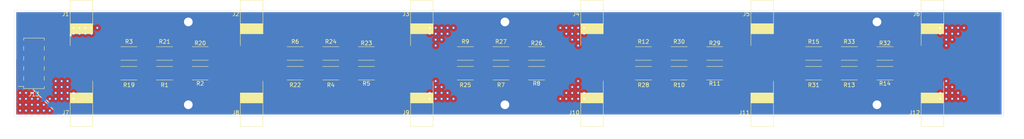
<source format=kicad_pcb>
(kicad_pcb (version 20171130) (host pcbnew 5.1.5)

  (general
    (thickness 1.6)
    (drawings 6)
    (tracks 239)
    (zones 0)
    (modules 49)
    (nets 38)
  )

  (page A4)
  (layers
    (0 F.Cu signal)
    (1 In1.Cu power)
    (2 In2.Cu power)
    (31 B.Cu signal)
    (32 B.Adhes user)
    (33 F.Adhes user)
    (34 B.Paste user)
    (35 F.Paste user)
    (36 B.SilkS user)
    (37 F.SilkS user)
    (38 B.Mask user)
    (39 F.Mask user)
    (40 Dwgs.User user)
    (41 Cmts.User user)
    (42 Eco1.User user)
    (43 Eco2.User user)
    (44 Edge.Cuts user)
    (45 Margin user)
    (46 B.CrtYd user)
    (47 F.CrtYd user)
    (48 B.Fab user)
    (49 F.Fab user)
  )

  (setup
    (last_trace_width 1.6)
    (user_trace_width 1.6)
    (trace_clearance 0.2)
    (zone_clearance 0.508)
    (zone_45_only no)
    (trace_min 0.2)
    (via_size 0.8)
    (via_drill 0.4)
    (via_min_size 0.4)
    (via_min_drill 0.3)
    (uvia_size 0.3)
    (uvia_drill 0.1)
    (uvias_allowed no)
    (uvia_min_size 0.2)
    (uvia_min_drill 0.1)
    (edge_width 0.05)
    (segment_width 0.2)
    (pcb_text_width 0.3)
    (pcb_text_size 1.5 1.5)
    (mod_edge_width 0.12)
    (mod_text_size 1 1)
    (mod_text_width 0.15)
    (pad_size 1.524 1.524)
    (pad_drill 0.762)
    (pad_to_mask_clearance 0.051)
    (solder_mask_min_width 0.25)
    (aux_axis_origin 0 0)
    (grid_origin 23.67 24.67)
    (visible_elements FFFFEF7F)
    (pcbplotparams
      (layerselection 0x010fc_ffffffff)
      (usegerberextensions false)
      (usegerberattributes false)
      (usegerberadvancedattributes false)
      (creategerberjobfile false)
      (excludeedgelayer true)
      (linewidth 0.100000)
      (plotframeref false)
      (viasonmask false)
      (mode 1)
      (useauxorigin false)
      (hpglpennumber 1)
      (hpglpenspeed 20)
      (hpglpendiameter 15.000000)
      (psnegative false)
      (psa4output false)
      (plotreference true)
      (plotvalue true)
      (plotinvisibletext false)
      (padsonsilk false)
      (subtractmaskfromsilk false)
      (outputformat 1)
      (mirror false)
      (drillshape 1)
      (scaleselection 1)
      (outputdirectory ""))
  )

  (net 0 "")
  (net 1 /MOD_POS)
  (net 2 /MOD_NEG)
  (net 3 "Net-(J7-Pad1)")
  (net 4 "Net-(J8-Pad1)")
  (net 5 "Net-(J10-Pad1)")
  (net 6 "Net-(J11-Pad1)")
  (net 7 /SH_NEG)
  (net 8 /SH_POS)
  (net 9 "Net-(R1-Pad1)")
  (net 10 "Net-(R1-Pad2)")
  (net 11 "Net-(R2-Pad1)")
  (net 12 "Net-(R21-Pad2)")
  (net 13 "Net-(R22-Pad2)")
  (net 14 "Net-(R4-Pad2)")
  (net 15 "Net-(R23-Pad2)")
  (net 16 "Net-(R24-Pad2)")
  (net 17 "Net-(R25-Pad2)")
  (net 18 "Net-(R7-Pad2)")
  (net 19 "Net-(R26-Pad2)")
  (net 20 "Net-(R27-Pad2)")
  (net 21 "Net-(R10-Pad1)")
  (net 22 "Net-(R10-Pad2)")
  (net 23 "Net-(R11-Pad1)")
  (net 24 "Net-(R12-Pad1)")
  (net 25 "Net-(R13-Pad2)")
  (net 26 "Net-(R13-Pad1)")
  (net 27 "Net-(R14-Pad1)")
  (net 28 "Net-(R15-Pad1)")
  (net 29 "Net-(R20-Pad1)")
  (net 30 "Net-(R23-Pad1)")
  (net 31 "Net-(R26-Pad1)")
  (net 32 "Net-(R29-Pad1)")
  (net 33 "Net-(R32-Pad1)")
  (net 34 "Net-(J1-Pad2)")
  (net 35 "Net-(J2-Pad2)")
  (net 36 "Net-(J4-Pad2)")
  (net 37 "Net-(J5-Pad2)")

  (net_class Default "This is the default net class."
    (clearance 0.2)
    (trace_width 0.25)
    (via_dia 0.8)
    (via_drill 0.4)
    (uvia_dia 0.3)
    (uvia_drill 0.1)
    (add_net /MOD_NEG)
    (add_net /MOD_POS)
    (add_net /SH_NEG)
    (add_net /SH_POS)
    (add_net "Net-(J1-Pad2)")
    (add_net "Net-(J10-Pad1)")
    (add_net "Net-(J11-Pad1)")
    (add_net "Net-(J2-Pad2)")
    (add_net "Net-(J4-Pad2)")
    (add_net "Net-(J5-Pad2)")
    (add_net "Net-(J7-Pad1)")
    (add_net "Net-(J8-Pad1)")
    (add_net "Net-(R1-Pad1)")
    (add_net "Net-(R1-Pad2)")
    (add_net "Net-(R10-Pad1)")
    (add_net "Net-(R10-Pad2)")
    (add_net "Net-(R11-Pad1)")
    (add_net "Net-(R12-Pad1)")
    (add_net "Net-(R13-Pad1)")
    (add_net "Net-(R13-Pad2)")
    (add_net "Net-(R14-Pad1)")
    (add_net "Net-(R15-Pad1)")
    (add_net "Net-(R2-Pad1)")
    (add_net "Net-(R20-Pad1)")
    (add_net "Net-(R21-Pad2)")
    (add_net "Net-(R22-Pad2)")
    (add_net "Net-(R23-Pad1)")
    (add_net "Net-(R23-Pad2)")
    (add_net "Net-(R24-Pad2)")
    (add_net "Net-(R25-Pad2)")
    (add_net "Net-(R26-Pad1)")
    (add_net "Net-(R26-Pad2)")
    (add_net "Net-(R27-Pad2)")
    (add_net "Net-(R29-Pad1)")
    (add_net "Net-(R32-Pad1)")
    (add_net "Net-(R4-Pad2)")
    (add_net "Net-(R7-Pad2)")
  )

  (module MountingHole:MountingHole_2.2mm_M2 (layer F.Cu) (tedit 56D1B4CB) (tstamp 5E38CA38)
    (at 241.67 28.67)
    (descr "Mounting Hole 2.2mm, no annular, M2")
    (tags "mounting hole 2.2mm no annular m2")
    (attr virtual)
    (fp_text reference REF** (at 0 -3.2) (layer F.SilkS) hide
      (effects (font (size 1 1) (thickness 0.15)))
    )
    (fp_text value MountingHole_2.2mm_M2 (at 0 3.2) (layer F.Fab) hide
      (effects (font (size 1 1) (thickness 0.15)))
    )
    (fp_text user %R (at 0.3 0) (layer F.Fab) hide
      (effects (font (size 1 1) (thickness 0.15)))
    )
    (fp_circle (center 0 0) (end 2.2 0) (layer Cmts.User) (width 0.15))
    (fp_circle (center 0 0) (end 2.45 0) (layer F.CrtYd) (width 0.05))
    (pad 1 np_thru_hole circle (at 0 0) (size 2.2 2.2) (drill 2.2) (layers *.Cu *.Mask))
  )

  (module MountingHole:MountingHole_2.2mm_M2 (layer F.Cu) (tedit 56D1B4CB) (tstamp 5E38CA2A)
    (at 241.67 49.67)
    (descr "Mounting Hole 2.2mm, no annular, M2")
    (tags "mounting hole 2.2mm no annular m2")
    (attr virtual)
    (fp_text reference REF** (at 0 -3.2) (layer F.SilkS) hide
      (effects (font (size 1 1) (thickness 0.15)))
    )
    (fp_text value MountingHole_2.2mm_M2 (at 0 3.2) (layer F.Fab) hide
      (effects (font (size 1 1) (thickness 0.15)))
    )
    (fp_circle (center 0 0) (end 2.45 0) (layer F.CrtYd) (width 0.05))
    (fp_circle (center 0 0) (end 2.2 0) (layer Cmts.User) (width 0.15))
    (fp_text user %R (at 0.3 0) (layer F.Fab) hide
      (effects (font (size 1 1) (thickness 0.15)))
    )
    (pad 1 np_thru_hole circle (at 0 0) (size 2.2 2.2) (drill 2.2) (layers *.Cu *.Mask))
  )

  (module MountingHole:MountingHole_2.2mm_M2 (layer F.Cu) (tedit 56D1B4CB) (tstamp 5E38CA14)
    (at 147.67 28.67)
    (descr "Mounting Hole 2.2mm, no annular, M2")
    (tags "mounting hole 2.2mm no annular m2")
    (attr virtual)
    (fp_text reference REF** (at 0 -3.2) (layer F.SilkS) hide
      (effects (font (size 1 1) (thickness 0.15)))
    )
    (fp_text value MountingHole_2.2mm_M2 (at 0 3.2) (layer F.Fab) hide
      (effects (font (size 1 1) (thickness 0.15)))
    )
    (fp_circle (center 0 0) (end 2.45 0) (layer F.CrtYd) (width 0.05))
    (fp_circle (center 0 0) (end 2.2 0) (layer Cmts.User) (width 0.15))
    (fp_text user %R (at 0.3 0) (layer F.Fab) hide
      (effects (font (size 1 1) (thickness 0.15)))
    )
    (pad 1 np_thru_hole circle (at 0 0) (size 2.2 2.2) (drill 2.2) (layers *.Cu *.Mask))
  )

  (module MountingHole:MountingHole_2.2mm_M2 (layer F.Cu) (tedit 56D1B4CB) (tstamp 5E38C9FE)
    (at 147.67 49.67)
    (descr "Mounting Hole 2.2mm, no annular, M2")
    (tags "mounting hole 2.2mm no annular m2")
    (attr virtual)
    (fp_text reference REF** (at 0 -3.2) (layer F.SilkS) hide
      (effects (font (size 1 1) (thickness 0.15)))
    )
    (fp_text value MountingHole_2.2mm_M2 (at 0 3.2) (layer F.Fab) hide
      (effects (font (size 1 1) (thickness 0.15)))
    )
    (fp_text user %R (at 0.3 0) (layer F.Fab) hide
      (effects (font (size 1 1) (thickness 0.15)))
    )
    (fp_circle (center 0 0) (end 2.2 0) (layer Cmts.User) (width 0.15))
    (fp_circle (center 0 0) (end 2.45 0) (layer F.CrtYd) (width 0.05))
    (pad 1 np_thru_hole circle (at 0 0) (size 2.2 2.2) (drill 2.2) (layers *.Cu *.Mask))
  )

  (module MountingHole:MountingHole_2.2mm_M2 (layer F.Cu) (tedit 56D1B4CB) (tstamp 5E38C9E8)
    (at 67.67 28.67)
    (descr "Mounting Hole 2.2mm, no annular, M2")
    (tags "mounting hole 2.2mm no annular m2")
    (attr virtual)
    (fp_text reference REF** (at 0 -3.2) (layer F.SilkS) hide
      (effects (font (size 1 1) (thickness 0.15)))
    )
    (fp_text value MountingHole_2.2mm_M2 (at 0 3.2) (layer F.Fab) hide
      (effects (font (size 1 1) (thickness 0.15)))
    )
    (fp_text user %R (at 0.3 0) (layer F.Fab) hide
      (effects (font (size 1 1) (thickness 0.15)))
    )
    (fp_circle (center 0 0) (end 2.2 0) (layer Cmts.User) (width 0.15))
    (fp_circle (center 0 0) (end 2.45 0) (layer F.CrtYd) (width 0.05))
    (pad 1 np_thru_hole circle (at 0 0) (size 2.2 2.2) (drill 2.2) (layers *.Cu *.Mask))
  )

  (module MountingHole:MountingHole_2.2mm_M2 (layer F.Cu) (tedit 56D1B4CB) (tstamp 5E38CA5D)
    (at 67.67 49.67)
    (descr "Mounting Hole 2.2mm, no annular, M2")
    (tags "mounting hole 2.2mm no annular m2")
    (attr virtual)
    (fp_text reference REF** (at 0 -3.2) (layer F.SilkS) hide
      (effects (font (size 1 1) (thickness 0.15)))
    )
    (fp_text value MountingHole_2.2mm_M2 (at 0 3.2) (layer F.Fab) hide
      (effects (font (size 1 1) (thickness 0.15)))
    )
    (fp_circle (center 0 0) (end 2.45 0) (layer F.CrtYd) (width 0.05))
    (fp_circle (center 0 0) (end 2.2 0) (layer Cmts.User) (width 0.15))
    (fp_text user %R (at 0.3 0) (layer F.Fab) hide
      (effects (font (size 1 1) (thickness 0.15)))
    )
    (pad 1 np_thru_hole circle (at 0 0) (size 2.2 2.2) (drill 2.2) (layers *.Cu *.Mask))
  )

  (module unl_silab:GEC02SBSN-M89 (layer F.Cu) (tedit 5E30B6C4) (tstamp 5E30F7DF)
    (at 40.67 34.67)
    (path /5E3120FB)
    (fp_text reference J1 (at -4 -8) (layer F.SilkS)
      (effects (font (size 1 1) (thickness 0.15)))
    )
    (fp_text value Conn_01x02_Male (at 0 0) (layer F.Fab) hide
      (effects (font (size 1 1) (thickness 0.15)))
    )
    (fp_poly (pts (xy 2.85 -3) (xy -2.85 -3) (xy -2.85 -5.55) (xy 2.85 -5.55)) (layer F.SilkS) (width 0.1))
    (fp_line (start 2.85 -5.55) (end -2.85 -5.55) (layer F.SilkS) (width 0.12))
    (fp_line (start 2.85 -3) (end -2.85 -3) (layer F.SilkS) (width 0.12))
    (fp_line (start 2.85 -11.5) (end -2.85 -11.5) (layer F.SilkS) (width 0.12))
    (fp_line (start -2.85 0) (end -2.85 -11.5) (layer F.SilkS) (width 0.12))
    (fp_line (start 2.85 -3) (end 2.85 -11.5) (layer F.SilkS) (width 0.12))
    (pad 2 smd rect (at 1.27 0) (size 1.27 3) (layers F.Cu F.Paste F.Mask)
      (net 34 "Net-(J1-Pad2)"))
    (pad 1 smd rect (at -1.27 0) (size 1.27 3) (layers F.Cu F.Paste F.Mask)
      (net 1 /MOD_POS))
    (model ${KISYS3DMOD}/Connector_PinHeader_2.54mm.3dshapes/PinHeader_1x02_P2.54mm_Horizontal.wrl
      (offset (xyz -1.2 1.5 0))
      (scale (xyz 1 1 1))
      (rotate (xyz 0 0 -90))
    )
  )

  (module unl_silab:GEC02SBSN-M89 (layer F.Cu) (tedit 5E30B6C4) (tstamp 5E30F7EB)
    (at 83.67 34.67)
    (path /5E3CF6B4)
    (fp_text reference J2 (at -4 -8) (layer F.SilkS)
      (effects (font (size 1 1) (thickness 0.15)))
    )
    (fp_text value Conn_01x02_Male (at 0 0) (layer F.Fab) hide
      (effects (font (size 1 1) (thickness 0.15)))
    )
    (fp_poly (pts (xy 2.85 -3) (xy -2.85 -3) (xy -2.85 -5.55) (xy 2.85 -5.55)) (layer F.SilkS) (width 0.1))
    (fp_line (start 2.85 -5.55) (end -2.85 -5.55) (layer F.SilkS) (width 0.12))
    (fp_line (start 2.85 -3) (end -2.85 -3) (layer F.SilkS) (width 0.12))
    (fp_line (start 2.85 -11.5) (end -2.85 -11.5) (layer F.SilkS) (width 0.12))
    (fp_line (start -2.85 0) (end -2.85 -11.5) (layer F.SilkS) (width 0.12))
    (fp_line (start 2.85 -3) (end 2.85 -11.5) (layer F.SilkS) (width 0.12))
    (pad 2 smd rect (at 1.27 0) (size 1.27 3) (layers F.Cu F.Paste F.Mask)
      (net 35 "Net-(J2-Pad2)"))
    (pad 1 smd rect (at -1.27 0) (size 1.27 3) (layers F.Cu F.Paste F.Mask)
      (net 34 "Net-(J1-Pad2)"))
    (model ${KISYS3DMOD}/Connector_PinHeader_2.54mm.3dshapes/PinHeader_1x02_P2.54mm_Horizontal.wrl
      (offset (xyz -1.2 1.5 0))
      (scale (xyz 1 1 1))
      (rotate (xyz 0 0 -90))
    )
  )

  (module unl_silab:GEC02SBSN-M89 (layer F.Cu) (tedit 5E30B6C4) (tstamp 5E30F7F7)
    (at 126.67 34.67)
    (path /5E3CFA2F)
    (fp_text reference J3 (at -4 -8) (layer F.SilkS)
      (effects (font (size 1 1) (thickness 0.15)))
    )
    (fp_text value Conn_01x02_Male (at 0 0) (layer F.Fab) hide
      (effects (font (size 1 1) (thickness 0.15)))
    )
    (fp_poly (pts (xy 2.85 -3) (xy -2.85 -3) (xy -2.85 -5.55) (xy 2.85 -5.55)) (layer F.SilkS) (width 0.1))
    (fp_line (start 2.85 -5.55) (end -2.85 -5.55) (layer F.SilkS) (width 0.12))
    (fp_line (start 2.85 -3) (end -2.85 -3) (layer F.SilkS) (width 0.12))
    (fp_line (start 2.85 -11.5) (end -2.85 -11.5) (layer F.SilkS) (width 0.12))
    (fp_line (start -2.85 0) (end -2.85 -11.5) (layer F.SilkS) (width 0.12))
    (fp_line (start 2.85 -3) (end 2.85 -11.5) (layer F.SilkS) (width 0.12))
    (pad 2 smd rect (at 1.27 0) (size 1.27 3) (layers F.Cu F.Paste F.Mask)
      (net 2 /MOD_NEG))
    (pad 1 smd rect (at -1.27 0) (size 1.27 3) (layers F.Cu F.Paste F.Mask)
      (net 35 "Net-(J2-Pad2)"))
    (model ${KISYS3DMOD}/Connector_PinHeader_2.54mm.3dshapes/PinHeader_1x02_P2.54mm_Horizontal.wrl
      (offset (xyz -1.2 1.5 0))
      (scale (xyz 1 1 1))
      (rotate (xyz 0 0 -90))
    )
  )

  (module unl_silab:GEC02SBSN-M89 (layer F.Cu) (tedit 5E30B6C4) (tstamp 5E30F803)
    (at 169.67 34.67)
    (path /5E3D0D52)
    (fp_text reference J4 (at -4 -8) (layer F.SilkS)
      (effects (font (size 1 1) (thickness 0.15)))
    )
    (fp_text value Conn_01x02_Male (at 0 0) (layer F.Fab) hide
      (effects (font (size 1 1) (thickness 0.15)))
    )
    (fp_poly (pts (xy 2.85 -3) (xy -2.85 -3) (xy -2.85 -5.55) (xy 2.85 -5.55)) (layer F.SilkS) (width 0.1))
    (fp_line (start 2.85 -5.55) (end -2.85 -5.55) (layer F.SilkS) (width 0.12))
    (fp_line (start 2.85 -3) (end -2.85 -3) (layer F.SilkS) (width 0.12))
    (fp_line (start 2.85 -11.5) (end -2.85 -11.5) (layer F.SilkS) (width 0.12))
    (fp_line (start -2.85 0) (end -2.85 -11.5) (layer F.SilkS) (width 0.12))
    (fp_line (start 2.85 -3) (end 2.85 -11.5) (layer F.SilkS) (width 0.12))
    (pad 2 smd rect (at 1.27 0) (size 1.27 3) (layers F.Cu F.Paste F.Mask)
      (net 36 "Net-(J4-Pad2)"))
    (pad 1 smd rect (at -1.27 0) (size 1.27 3) (layers F.Cu F.Paste F.Mask)
      (net 1 /MOD_POS))
    (model ${KISYS3DMOD}/Connector_PinHeader_2.54mm.3dshapes/PinHeader_1x02_P2.54mm_Horizontal.wrl
      (offset (xyz -1.2 1.5 0))
      (scale (xyz 1 1 1))
      (rotate (xyz 0 0 -90))
    )
  )

  (module unl_silab:GEC02SBSN-M89 (layer F.Cu) (tedit 5E30B6C4) (tstamp 5E30F80F)
    (at 212.67 34.67)
    (path /5E3D1136)
    (fp_text reference J5 (at -4 -8) (layer F.SilkS)
      (effects (font (size 1 1) (thickness 0.15)))
    )
    (fp_text value Conn_01x02_Male (at 0 0) (layer F.Fab) hide
      (effects (font (size 1 1) (thickness 0.15)))
    )
    (fp_poly (pts (xy 2.85 -3) (xy -2.85 -3) (xy -2.85 -5.55) (xy 2.85 -5.55)) (layer F.SilkS) (width 0.1))
    (fp_line (start 2.85 -5.55) (end -2.85 -5.55) (layer F.SilkS) (width 0.12))
    (fp_line (start 2.85 -3) (end -2.85 -3) (layer F.SilkS) (width 0.12))
    (fp_line (start 2.85 -11.5) (end -2.85 -11.5) (layer F.SilkS) (width 0.12))
    (fp_line (start -2.85 0) (end -2.85 -11.5) (layer F.SilkS) (width 0.12))
    (fp_line (start 2.85 -3) (end 2.85 -11.5) (layer F.SilkS) (width 0.12))
    (pad 2 smd rect (at 1.27 0) (size 1.27 3) (layers F.Cu F.Paste F.Mask)
      (net 37 "Net-(J5-Pad2)"))
    (pad 1 smd rect (at -1.27 0) (size 1.27 3) (layers F.Cu F.Paste F.Mask)
      (net 36 "Net-(J4-Pad2)"))
    (model ${KISYS3DMOD}/Connector_PinHeader_2.54mm.3dshapes/PinHeader_1x02_P2.54mm_Horizontal.wrl
      (offset (xyz -1.2 1.5 0))
      (scale (xyz 1 1 1))
      (rotate (xyz 0 0 -90))
    )
  )

  (module unl_silab:GEC02SBSN-M89 (layer F.Cu) (tedit 5E30B6C4) (tstamp 5E30F81B)
    (at 255.67 34.67)
    (path /5E3D155D)
    (fp_text reference J6 (at -4 -8) (layer F.SilkS)
      (effects (font (size 1 1) (thickness 0.15)))
    )
    (fp_text value Conn_01x02_Male (at 0 0) (layer F.Fab) hide
      (effects (font (size 1 1) (thickness 0.15)))
    )
    (fp_poly (pts (xy 2.85 -3) (xy -2.85 -3) (xy -2.85 -5.55) (xy 2.85 -5.55)) (layer F.SilkS) (width 0.1))
    (fp_line (start 2.85 -5.55) (end -2.85 -5.55) (layer F.SilkS) (width 0.12))
    (fp_line (start 2.85 -3) (end -2.85 -3) (layer F.SilkS) (width 0.12))
    (fp_line (start 2.85 -11.5) (end -2.85 -11.5) (layer F.SilkS) (width 0.12))
    (fp_line (start -2.85 0) (end -2.85 -11.5) (layer F.SilkS) (width 0.12))
    (fp_line (start 2.85 -3) (end 2.85 -11.5) (layer F.SilkS) (width 0.12))
    (pad 2 smd rect (at 1.27 0) (size 1.27 3) (layers F.Cu F.Paste F.Mask)
      (net 2 /MOD_NEG))
    (pad 1 smd rect (at -1.27 0) (size 1.27 3) (layers F.Cu F.Paste F.Mask)
      (net 37 "Net-(J5-Pad2)"))
    (model ${KISYS3DMOD}/Connector_PinHeader_2.54mm.3dshapes/PinHeader_1x02_P2.54mm_Horizontal.wrl
      (offset (xyz -1.2 1.5 0))
      (scale (xyz 1 1 1))
      (rotate (xyz 0 0 -90))
    )
  )

  (module unl_silab:GEC02SBSN-M89 (layer F.Cu) (tedit 5E30B6C4) (tstamp 5E30F827)
    (at 40.67 43.67 180)
    (path /5E30ABAA)
    (fp_text reference J7 (at 4 -8) (layer F.SilkS)
      (effects (font (size 1 1) (thickness 0.15)))
    )
    (fp_text value Conn_01x02_Male (at 0 0) (layer F.Fab) hide
      (effects (font (size 1 1) (thickness 0.15)))
    )
    (fp_poly (pts (xy 2.85 -3) (xy -2.85 -3) (xy -2.85 -5.55) (xy 2.85 -5.55)) (layer F.SilkS) (width 0.1))
    (fp_line (start 2.85 -5.55) (end -2.85 -5.55) (layer F.SilkS) (width 0.12))
    (fp_line (start 2.85 -3) (end -2.85 -3) (layer F.SilkS) (width 0.12))
    (fp_line (start 2.85 -11.5) (end -2.85 -11.5) (layer F.SilkS) (width 0.12))
    (fp_line (start -2.85 0) (end -2.85 -11.5) (layer F.SilkS) (width 0.12))
    (fp_line (start 2.85 -3) (end 2.85 -11.5) (layer F.SilkS) (width 0.12))
    (pad 2 smd rect (at 1.27 0 180) (size 1.27 3) (layers F.Cu F.Paste F.Mask)
      (net 1 /MOD_POS))
    (pad 1 smd rect (at -1.27 0 180) (size 1.27 3) (layers F.Cu F.Paste F.Mask)
      (net 3 "Net-(J7-Pad1)"))
    (model ${KISYS3DMOD}/Connector_PinHeader_2.54mm.3dshapes/PinHeader_1x02_P2.54mm_Horizontal.wrl
      (offset (xyz -1.2 1.5 0))
      (scale (xyz 1 1 1))
      (rotate (xyz 0 0 -90))
    )
  )

  (module unl_silab:GEC02SBSN-M89 (layer F.Cu) (tedit 5E30B6C4) (tstamp 5E30F833)
    (at 83.67 43.67 180)
    (path /5E3D1962)
    (fp_text reference J8 (at 4 -8) (layer F.SilkS)
      (effects (font (size 1 1) (thickness 0.15)))
    )
    (fp_text value Conn_01x02_Male (at 0 0) (layer F.Fab) hide
      (effects (font (size 1 1) (thickness 0.15)))
    )
    (fp_poly (pts (xy 2.85 -3) (xy -2.85 -3) (xy -2.85 -5.55) (xy 2.85 -5.55)) (layer F.SilkS) (width 0.1))
    (fp_line (start 2.85 -5.55) (end -2.85 -5.55) (layer F.SilkS) (width 0.12))
    (fp_line (start 2.85 -3) (end -2.85 -3) (layer F.SilkS) (width 0.12))
    (fp_line (start 2.85 -11.5) (end -2.85 -11.5) (layer F.SilkS) (width 0.12))
    (fp_line (start -2.85 0) (end -2.85 -11.5) (layer F.SilkS) (width 0.12))
    (fp_line (start 2.85 -3) (end 2.85 -11.5) (layer F.SilkS) (width 0.12))
    (pad 2 smd rect (at 1.27 0 180) (size 1.27 3) (layers F.Cu F.Paste F.Mask)
      (net 3 "Net-(J7-Pad1)"))
    (pad 1 smd rect (at -1.27 0 180) (size 1.27 3) (layers F.Cu F.Paste F.Mask)
      (net 4 "Net-(J8-Pad1)"))
    (model ${KISYS3DMOD}/Connector_PinHeader_2.54mm.3dshapes/PinHeader_1x02_P2.54mm_Horizontal.wrl
      (offset (xyz -1.2 1.5 0))
      (scale (xyz 1 1 1))
      (rotate (xyz 0 0 -90))
    )
  )

  (module unl_silab:GEC02SBSN-M89 (layer F.Cu) (tedit 5E30B6C4) (tstamp 5E30F83F)
    (at 126.67 43.67 180)
    (path /5E3D1D7E)
    (fp_text reference J9 (at 4 -8) (layer F.SilkS)
      (effects (font (size 1 1) (thickness 0.15)))
    )
    (fp_text value Conn_01x02_Male (at 0 0) (layer F.Fab) hide
      (effects (font (size 1 1) (thickness 0.15)))
    )
    (fp_poly (pts (xy 2.85 -3) (xy -2.85 -3) (xy -2.85 -5.55) (xy 2.85 -5.55)) (layer F.SilkS) (width 0.1))
    (fp_line (start 2.85 -5.55) (end -2.85 -5.55) (layer F.SilkS) (width 0.12))
    (fp_line (start 2.85 -3) (end -2.85 -3) (layer F.SilkS) (width 0.12))
    (fp_line (start 2.85 -11.5) (end -2.85 -11.5) (layer F.SilkS) (width 0.12))
    (fp_line (start -2.85 0) (end -2.85 -11.5) (layer F.SilkS) (width 0.12))
    (fp_line (start 2.85 -3) (end 2.85 -11.5) (layer F.SilkS) (width 0.12))
    (pad 2 smd rect (at 1.27 0 180) (size 1.27 3) (layers F.Cu F.Paste F.Mask)
      (net 4 "Net-(J8-Pad1)"))
    (pad 1 smd rect (at -1.27 0 180) (size 1.27 3) (layers F.Cu F.Paste F.Mask)
      (net 2 /MOD_NEG))
    (model ${KISYS3DMOD}/Connector_PinHeader_2.54mm.3dshapes/PinHeader_1x02_P2.54mm_Horizontal.wrl
      (offset (xyz -1.2 1.5 0))
      (scale (xyz 1 1 1))
      (rotate (xyz 0 0 -90))
    )
  )

  (module unl_silab:GEC02SBSN-M89 (layer F.Cu) (tedit 5E30B6C4) (tstamp 5E30F84B)
    (at 169.67 43.67 180)
    (path /5E3D309A)
    (fp_text reference J10 (at 4.5 -8) (layer F.SilkS)
      (effects (font (size 1 1) (thickness 0.15)))
    )
    (fp_text value Conn_01x02_Male (at 0 0) (layer F.Fab) hide
      (effects (font (size 1 1) (thickness 0.15)))
    )
    (fp_poly (pts (xy 2.85 -3) (xy -2.85 -3) (xy -2.85 -5.55) (xy 2.85 -5.55)) (layer F.SilkS) (width 0.1))
    (fp_line (start 2.85 -5.55) (end -2.85 -5.55) (layer F.SilkS) (width 0.12))
    (fp_line (start 2.85 -3) (end -2.85 -3) (layer F.SilkS) (width 0.12))
    (fp_line (start 2.85 -11.5) (end -2.85 -11.5) (layer F.SilkS) (width 0.12))
    (fp_line (start -2.85 0) (end -2.85 -11.5) (layer F.SilkS) (width 0.12))
    (fp_line (start 2.85 -3) (end 2.85 -11.5) (layer F.SilkS) (width 0.12))
    (pad 2 smd rect (at 1.27 0 180) (size 1.27 3) (layers F.Cu F.Paste F.Mask)
      (net 1 /MOD_POS))
    (pad 1 smd rect (at -1.27 0 180) (size 1.27 3) (layers F.Cu F.Paste F.Mask)
      (net 5 "Net-(J10-Pad1)"))
    (model ${KISYS3DMOD}/Connector_PinHeader_2.54mm.3dshapes/PinHeader_1x02_P2.54mm_Horizontal.wrl
      (offset (xyz -1.2 1.5 0))
      (scale (xyz 1 1 1))
      (rotate (xyz 0 0 -90))
    )
  )

  (module unl_silab:GEC02SBSN-M89 (layer F.Cu) (tedit 5E30B6C4) (tstamp 5E30F857)
    (at 212.67 43.67 180)
    (path /5E3D47DE)
    (fp_text reference J11 (at 4.5 -8) (layer F.SilkS)
      (effects (font (size 1 1) (thickness 0.15)))
    )
    (fp_text value Conn_01x02_Male (at 0 0) (layer F.Fab) hide
      (effects (font (size 1 1) (thickness 0.15)))
    )
    (fp_poly (pts (xy 2.85 -3) (xy -2.85 -3) (xy -2.85 -5.55) (xy 2.85 -5.55)) (layer F.SilkS) (width 0.1))
    (fp_line (start 2.85 -5.55) (end -2.85 -5.55) (layer F.SilkS) (width 0.12))
    (fp_line (start 2.85 -3) (end -2.85 -3) (layer F.SilkS) (width 0.12))
    (fp_line (start 2.85 -11.5) (end -2.85 -11.5) (layer F.SilkS) (width 0.12))
    (fp_line (start -2.85 0) (end -2.85 -11.5) (layer F.SilkS) (width 0.12))
    (fp_line (start 2.85 -3) (end 2.85 -11.5) (layer F.SilkS) (width 0.12))
    (pad 2 smd rect (at 1.27 0 180) (size 1.27 3) (layers F.Cu F.Paste F.Mask)
      (net 5 "Net-(J10-Pad1)"))
    (pad 1 smd rect (at -1.27 0 180) (size 1.27 3) (layers F.Cu F.Paste F.Mask)
      (net 6 "Net-(J11-Pad1)"))
    (model ${KISYS3DMOD}/Connector_PinHeader_2.54mm.3dshapes/PinHeader_1x02_P2.54mm_Horizontal.wrl
      (offset (xyz -1.2 1.5 0))
      (scale (xyz 1 1 1))
      (rotate (xyz 0 0 -90))
    )
  )

  (module unl_silab:GEC02SBSN-M89 (layer F.Cu) (tedit 5E30B6C4) (tstamp 5E30F863)
    (at 255.67 43.67 180)
    (path /5E3D4C8B)
    (fp_text reference J12 (at 4.5 -8) (layer F.SilkS)
      (effects (font (size 1 1) (thickness 0.15)))
    )
    (fp_text value Conn_01x02_Male (at 0 0) (layer F.Fab) hide
      (effects (font (size 1 1) (thickness 0.15)))
    )
    (fp_poly (pts (xy 2.85 -3) (xy -2.85 -3) (xy -2.85 -5.55) (xy 2.85 -5.55)) (layer F.SilkS) (width 0.1))
    (fp_line (start 2.85 -5.55) (end -2.85 -5.55) (layer F.SilkS) (width 0.12))
    (fp_line (start 2.85 -3) (end -2.85 -3) (layer F.SilkS) (width 0.12))
    (fp_line (start 2.85 -11.5) (end -2.85 -11.5) (layer F.SilkS) (width 0.12))
    (fp_line (start -2.85 0) (end -2.85 -11.5) (layer F.SilkS) (width 0.12))
    (fp_line (start 2.85 -3) (end 2.85 -11.5) (layer F.SilkS) (width 0.12))
    (pad 2 smd rect (at 1.27 0 180) (size 1.27 3) (layers F.Cu F.Paste F.Mask)
      (net 6 "Net-(J11-Pad1)"))
    (pad 1 smd rect (at -1.27 0 180) (size 1.27 3) (layers F.Cu F.Paste F.Mask)
      (net 2 /MOD_NEG))
    (model ${KISYS3DMOD}/Connector_PinHeader_2.54mm.3dshapes/PinHeader_1x02_P2.54mm_Horizontal.wrl
      (offset (xyz -1.2 1.5 0))
      (scale (xyz 1 1 1))
      (rotate (xyz 0 0 -90))
    )
  )

  (module Connector_PinSocket_2.54mm:PinSocket_2x05_P2.54mm_Vertical_SMD (layer F.Cu) (tedit 5A19A425) (tstamp 5E30F8A8)
    (at 28.67 39.17 180)
    (descr "surface-mounted straight socket strip, 2x05, 2.54mm pitch, double cols (from Kicad 4.0.7), script generated")
    (tags "Surface mounted socket strip SMD 2x05 2.54mm double row")
    (path /5E33EC53)
    (attr smd)
    (fp_text reference J13 (at 0 -7.85) (layer F.SilkS)
      (effects (font (size 1 1) (thickness 0.15)))
    )
    (fp_text value Conn_02x05_Odd_Even (at 0 7.85) (layer F.Fab)
      (effects (font (size 1 1) (thickness 0.15)))
    )
    (fp_line (start -2.6 -6.41) (end 2.6 -6.41) (layer F.SilkS) (width 0.12))
    (fp_line (start 2.6 -6.41) (end 2.6 -5.84) (layer F.SilkS) (width 0.12))
    (fp_line (start 2.6 -4.32) (end 2.6 -3.3) (layer F.SilkS) (width 0.12))
    (fp_line (start 2.6 -1.78) (end 2.6 -0.76) (layer F.SilkS) (width 0.12))
    (fp_line (start 2.6 0.76) (end 2.6 1.78) (layer F.SilkS) (width 0.12))
    (fp_line (start 2.6 3.3) (end 2.6 4.32) (layer F.SilkS) (width 0.12))
    (fp_line (start 2.6 5.84) (end 2.6 6.41) (layer F.SilkS) (width 0.12))
    (fp_line (start -2.6 6.41) (end 2.6 6.41) (layer F.SilkS) (width 0.12))
    (fp_line (start -2.6 -6.41) (end -2.6 -5.84) (layer F.SilkS) (width 0.12))
    (fp_line (start -2.6 -4.32) (end -2.6 -3.3) (layer F.SilkS) (width 0.12))
    (fp_line (start -2.6 -1.78) (end -2.6 -0.76) (layer F.SilkS) (width 0.12))
    (fp_line (start -2.6 0.76) (end -2.6 1.78) (layer F.SilkS) (width 0.12))
    (fp_line (start -2.6 3.3) (end -2.6 4.32) (layer F.SilkS) (width 0.12))
    (fp_line (start -2.6 5.84) (end -2.6 6.41) (layer F.SilkS) (width 0.12))
    (fp_line (start 2.6 -5.84) (end 3.96 -5.84) (layer F.SilkS) (width 0.12))
    (fp_line (start -2.54 -6.35) (end 1.54 -6.35) (layer F.Fab) (width 0.1))
    (fp_line (start 1.54 -6.35) (end 2.54 -5.35) (layer F.Fab) (width 0.1))
    (fp_line (start 2.54 -5.35) (end 2.54 6.35) (layer F.Fab) (width 0.1))
    (fp_line (start 2.54 6.35) (end -2.54 6.35) (layer F.Fab) (width 0.1))
    (fp_line (start -2.54 6.35) (end -2.54 -6.35) (layer F.Fab) (width 0.1))
    (fp_line (start -3.92 -5.4) (end -2.54 -5.4) (layer F.Fab) (width 0.1))
    (fp_line (start -2.54 -4.76) (end -3.92 -4.76) (layer F.Fab) (width 0.1))
    (fp_line (start -3.92 -4.76) (end -3.92 -5.4) (layer F.Fab) (width 0.1))
    (fp_line (start 2.54 -5.4) (end 3.92 -5.4) (layer F.Fab) (width 0.1))
    (fp_line (start 3.92 -5.4) (end 3.92 -4.76) (layer F.Fab) (width 0.1))
    (fp_line (start 3.92 -4.76) (end 2.54 -4.76) (layer F.Fab) (width 0.1))
    (fp_line (start -3.92 -2.86) (end -2.54 -2.86) (layer F.Fab) (width 0.1))
    (fp_line (start -2.54 -2.22) (end -3.92 -2.22) (layer F.Fab) (width 0.1))
    (fp_line (start -3.92 -2.22) (end -3.92 -2.86) (layer F.Fab) (width 0.1))
    (fp_line (start 2.54 -2.86) (end 3.92 -2.86) (layer F.Fab) (width 0.1))
    (fp_line (start 3.92 -2.86) (end 3.92 -2.22) (layer F.Fab) (width 0.1))
    (fp_line (start 3.92 -2.22) (end 2.54 -2.22) (layer F.Fab) (width 0.1))
    (fp_line (start -3.92 -0.32) (end -2.54 -0.32) (layer F.Fab) (width 0.1))
    (fp_line (start -2.54 0.32) (end -3.92 0.32) (layer F.Fab) (width 0.1))
    (fp_line (start -3.92 0.32) (end -3.92 -0.32) (layer F.Fab) (width 0.1))
    (fp_line (start 2.54 -0.32) (end 3.92 -0.32) (layer F.Fab) (width 0.1))
    (fp_line (start 3.92 -0.32) (end 3.92 0.32) (layer F.Fab) (width 0.1))
    (fp_line (start 3.92 0.32) (end 2.54 0.32) (layer F.Fab) (width 0.1))
    (fp_line (start -3.92 2.22) (end -2.54 2.22) (layer F.Fab) (width 0.1))
    (fp_line (start -2.54 2.86) (end -3.92 2.86) (layer F.Fab) (width 0.1))
    (fp_line (start -3.92 2.86) (end -3.92 2.22) (layer F.Fab) (width 0.1))
    (fp_line (start 2.54 2.22) (end 3.92 2.22) (layer F.Fab) (width 0.1))
    (fp_line (start 3.92 2.22) (end 3.92 2.86) (layer F.Fab) (width 0.1))
    (fp_line (start 3.92 2.86) (end 2.54 2.86) (layer F.Fab) (width 0.1))
    (fp_line (start -3.92 4.76) (end -2.54 4.76) (layer F.Fab) (width 0.1))
    (fp_line (start -2.54 5.4) (end -3.92 5.4) (layer F.Fab) (width 0.1))
    (fp_line (start -3.92 5.4) (end -3.92 4.76) (layer F.Fab) (width 0.1))
    (fp_line (start 2.54 4.76) (end 3.92 4.76) (layer F.Fab) (width 0.1))
    (fp_line (start 3.92 4.76) (end 3.92 5.4) (layer F.Fab) (width 0.1))
    (fp_line (start 3.92 5.4) (end 2.54 5.4) (layer F.Fab) (width 0.1))
    (fp_line (start -4.55 -6.85) (end 4.5 -6.85) (layer F.CrtYd) (width 0.05))
    (fp_line (start 4.5 -6.85) (end 4.5 6.85) (layer F.CrtYd) (width 0.05))
    (fp_line (start 4.5 6.85) (end -4.55 6.85) (layer F.CrtYd) (width 0.05))
    (fp_line (start -4.55 6.85) (end -4.55 -6.85) (layer F.CrtYd) (width 0.05))
    (fp_text user %R (at 0 0 90) (layer F.Fab)
      (effects (font (size 1 1) (thickness 0.15)))
    )
    (pad 1 smd rect (at 2.52 -5.08 180) (size 3 1) (layers F.Cu F.Paste F.Mask)
      (net 2 /MOD_NEG))
    (pad 2 smd rect (at -2.52 -5.08 180) (size 3 1) (layers F.Cu F.Paste F.Mask)
      (net 1 /MOD_POS))
    (pad 3 smd rect (at 2.52 -2.54 180) (size 3 1) (layers F.Cu F.Paste F.Mask)
      (net 2 /MOD_NEG))
    (pad 4 smd rect (at -2.52 -2.54 180) (size 3 1) (layers F.Cu F.Paste F.Mask)
      (net 1 /MOD_POS))
    (pad 5 smd rect (at 2.52 0 180) (size 3 1) (layers F.Cu F.Paste F.Mask)
      (net 2 /MOD_NEG))
    (pad 6 smd rect (at -2.52 0 180) (size 3 1) (layers F.Cu F.Paste F.Mask)
      (net 1 /MOD_POS))
    (pad 7 smd rect (at 2.52 2.54 180) (size 3 1) (layers F.Cu F.Paste F.Mask)
      (net 7 /SH_NEG))
    (pad 8 smd rect (at -2.52 2.54 180) (size 3 1) (layers F.Cu F.Paste F.Mask)
      (net 8 /SH_POS))
    (pad 9 smd rect (at 2.52 5.08 180) (size 3 1) (layers F.Cu F.Paste F.Mask)
      (net 7 /SH_NEG))
    (pad 10 smd rect (at -2.52 5.08 180) (size 3 1) (layers F.Cu F.Paste F.Mask)
      (net 8 /SH_POS))
    (model ${KISYS3DMOD}/Connector_PinHeader_2.54mm.3dshapes/PinHeader_2x05_P2.54mm_Vertical.wrl
      (offset (xyz -1.3 5 0.3))
      (scale (xyz 1 1 1))
      (rotate (xyz 0 0 0))
    )
  )

  (module Resistor_SMD:R_2512_6332Metric_Pad1.52x3.35mm_HandSolder (layer F.Cu) (tedit 5B301BBD) (tstamp 5E30F8B9)
    (at 61.67 41.67)
    (descr "Resistor SMD 2512 (6332 Metric), square (rectangular) end terminal, IPC_7351 nominal with elongated pad for handsoldering. (Body size source: http://www.tortai-tech.com/upload/download/2011102023233369053.pdf), generated with kicad-footprint-generator")
    (tags "resistor handsolder")
    (path /5E3548AF)
    (attr smd)
    (fp_text reference R1 (at 0 3) (layer F.SilkS)
      (effects (font (size 1 1) (thickness 0.15)))
    )
    (fp_text value 226 (at 0 2.62) (layer F.Fab)
      (effects (font (size 1 1) (thickness 0.15)))
    )
    (fp_line (start -3.15 1.6) (end -3.15 -1.6) (layer F.Fab) (width 0.1))
    (fp_line (start -3.15 -1.6) (end 3.15 -1.6) (layer F.Fab) (width 0.1))
    (fp_line (start 3.15 -1.6) (end 3.15 1.6) (layer F.Fab) (width 0.1))
    (fp_line (start 3.15 1.6) (end -3.15 1.6) (layer F.Fab) (width 0.1))
    (fp_line (start -2.052064 -1.71) (end 2.052064 -1.71) (layer F.SilkS) (width 0.12))
    (fp_line (start -2.052064 1.71) (end 2.052064 1.71) (layer F.SilkS) (width 0.12))
    (fp_line (start -4 1.92) (end -4 -1.92) (layer F.CrtYd) (width 0.05))
    (fp_line (start -4 -1.92) (end 4 -1.92) (layer F.CrtYd) (width 0.05))
    (fp_line (start 4 -1.92) (end 4 1.92) (layer F.CrtYd) (width 0.05))
    (fp_line (start 4 1.92) (end -4 1.92) (layer F.CrtYd) (width 0.05))
    (fp_text user %R (at 0 0) (layer F.Fab)
      (effects (font (size 1 1) (thickness 0.15)))
    )
    (pad 1 smd roundrect (at -2.9875 0) (size 1.525 3.35) (layers F.Cu F.Paste F.Mask) (roundrect_rratio 0.163934)
      (net 9 "Net-(R1-Pad1)"))
    (pad 2 smd roundrect (at 2.9875 0) (size 1.525 3.35) (layers F.Cu F.Paste F.Mask) (roundrect_rratio 0.163934)
      (net 10 "Net-(R1-Pad2)"))
    (model ${KISYS3DMOD}/Resistor_SMD.3dshapes/R_2512_6332Metric.wrl
      (at (xyz 0 0 0))
      (scale (xyz 1 1 1))
      (rotate (xyz 0 0 0))
    )
  )

  (module Resistor_SMD:R_2512_6332Metric_Pad1.52x3.35mm_HandSolder (layer F.Cu) (tedit 5B301BBD) (tstamp 5E30F8CA)
    (at 70.67 41.67 180)
    (descr "Resistor SMD 2512 (6332 Metric), square (rectangular) end terminal, IPC_7351 nominal with elongated pad for handsoldering. (Body size source: http://www.tortai-tech.com/upload/download/2011102023233369053.pdf), generated with kicad-footprint-generator")
    (tags "resistor handsolder")
    (path /5E3A8DBE)
    (attr smd)
    (fp_text reference R2 (at 0 -2.62) (layer F.SilkS)
      (effects (font (size 1 1) (thickness 0.15)))
    )
    (fp_text value 226 (at 0 2.62) (layer F.Fab)
      (effects (font (size 1 1) (thickness 0.15)))
    )
    (fp_text user %R (at 0 0) (layer F.Fab)
      (effects (font (size 1 1) (thickness 0.15)))
    )
    (fp_line (start 4 1.92) (end -4 1.92) (layer F.CrtYd) (width 0.05))
    (fp_line (start 4 -1.92) (end 4 1.92) (layer F.CrtYd) (width 0.05))
    (fp_line (start -4 -1.92) (end 4 -1.92) (layer F.CrtYd) (width 0.05))
    (fp_line (start -4 1.92) (end -4 -1.92) (layer F.CrtYd) (width 0.05))
    (fp_line (start -2.052064 1.71) (end 2.052064 1.71) (layer F.SilkS) (width 0.12))
    (fp_line (start -2.052064 -1.71) (end 2.052064 -1.71) (layer F.SilkS) (width 0.12))
    (fp_line (start 3.15 1.6) (end -3.15 1.6) (layer F.Fab) (width 0.1))
    (fp_line (start 3.15 -1.6) (end 3.15 1.6) (layer F.Fab) (width 0.1))
    (fp_line (start -3.15 -1.6) (end 3.15 -1.6) (layer F.Fab) (width 0.1))
    (fp_line (start -3.15 1.6) (end -3.15 -1.6) (layer F.Fab) (width 0.1))
    (pad 2 smd roundrect (at 2.9875 0 180) (size 1.525 3.35) (layers F.Cu F.Paste F.Mask) (roundrect_rratio 0.163934)
      (net 10 "Net-(R1-Pad2)"))
    (pad 1 smd roundrect (at -2.9875 0 180) (size 1.525 3.35) (layers F.Cu F.Paste F.Mask) (roundrect_rratio 0.163934)
      (net 11 "Net-(R2-Pad1)"))
    (model ${KISYS3DMOD}/Resistor_SMD.3dshapes/R_2512_6332Metric.wrl
      (at (xyz 0 0 0))
      (scale (xyz 1 1 1))
      (rotate (xyz 0 0 0))
    )
  )

  (module Resistor_SMD:R_2512_6332Metric_Pad1.52x3.35mm_HandSolder (layer F.Cu) (tedit 5B301BBD) (tstamp 5E30F8DB)
    (at 52.67 36.67 180)
    (descr "Resistor SMD 2512 (6332 Metric), square (rectangular) end terminal, IPC_7351 nominal with elongated pad for handsoldering. (Body size source: http://www.tortai-tech.com/upload/download/2011102023233369053.pdf), generated with kicad-footprint-generator")
    (tags "resistor handsolder")
    (path /5E3A91B6)
    (attr smd)
    (fp_text reference R3 (at 0 3) (layer F.SilkS)
      (effects (font (size 1 1) (thickness 0.15)))
    )
    (fp_text value 226 (at 0 2.62) (layer F.Fab)
      (effects (font (size 1 1) (thickness 0.15)))
    )
    (fp_text user %R (at 0 0) (layer F.Fab)
      (effects (font (size 1 1) (thickness 0.15)))
    )
    (fp_line (start 4 1.92) (end -4 1.92) (layer F.CrtYd) (width 0.05))
    (fp_line (start 4 -1.92) (end 4 1.92) (layer F.CrtYd) (width 0.05))
    (fp_line (start -4 -1.92) (end 4 -1.92) (layer F.CrtYd) (width 0.05))
    (fp_line (start -4 1.92) (end -4 -1.92) (layer F.CrtYd) (width 0.05))
    (fp_line (start -2.052064 1.71) (end 2.052064 1.71) (layer F.SilkS) (width 0.12))
    (fp_line (start -2.052064 -1.71) (end 2.052064 -1.71) (layer F.SilkS) (width 0.12))
    (fp_line (start 3.15 1.6) (end -3.15 1.6) (layer F.Fab) (width 0.1))
    (fp_line (start 3.15 -1.6) (end 3.15 1.6) (layer F.Fab) (width 0.1))
    (fp_line (start -3.15 -1.6) (end 3.15 -1.6) (layer F.Fab) (width 0.1))
    (fp_line (start -3.15 1.6) (end -3.15 -1.6) (layer F.Fab) (width 0.1))
    (pad 2 smd roundrect (at 2.9875 0 180) (size 1.525 3.35) (layers F.Cu F.Paste F.Mask) (roundrect_rratio 0.163934)
      (net 7 /SH_NEG))
    (pad 1 smd roundrect (at -2.9875 0 180) (size 1.525 3.35) (layers F.Cu F.Paste F.Mask) (roundrect_rratio 0.163934)
      (net 12 "Net-(R21-Pad2)"))
    (model ${KISYS3DMOD}/Resistor_SMD.3dshapes/R_2512_6332Metric.wrl
      (at (xyz 0 0 0))
      (scale (xyz 1 1 1))
      (rotate (xyz 0 0 0))
    )
  )

  (module Resistor_SMD:R_2512_6332Metric_Pad1.52x3.35mm_HandSolder (layer F.Cu) (tedit 5B301BBD) (tstamp 5E310F2D)
    (at 103.67 41.67)
    (descr "Resistor SMD 2512 (6332 Metric), square (rectangular) end terminal, IPC_7351 nominal with elongated pad for handsoldering. (Body size source: http://www.tortai-tech.com/upload/download/2011102023233369053.pdf), generated with kicad-footprint-generator")
    (tags "resistor handsolder")
    (path /5E3AFFBE)
    (attr smd)
    (fp_text reference R4 (at 0 3) (layer F.SilkS)
      (effects (font (size 1 1) (thickness 0.15)))
    )
    (fp_text value 226 (at 0 2.62) (layer F.Fab)
      (effects (font (size 1 1) (thickness 0.15)))
    )
    (fp_line (start -3.15 1.6) (end -3.15 -1.6) (layer F.Fab) (width 0.1))
    (fp_line (start -3.15 -1.6) (end 3.15 -1.6) (layer F.Fab) (width 0.1))
    (fp_line (start 3.15 -1.6) (end 3.15 1.6) (layer F.Fab) (width 0.1))
    (fp_line (start 3.15 1.6) (end -3.15 1.6) (layer F.Fab) (width 0.1))
    (fp_line (start -2.052064 -1.71) (end 2.052064 -1.71) (layer F.SilkS) (width 0.12))
    (fp_line (start -2.052064 1.71) (end 2.052064 1.71) (layer F.SilkS) (width 0.12))
    (fp_line (start -4 1.92) (end -4 -1.92) (layer F.CrtYd) (width 0.05))
    (fp_line (start -4 -1.92) (end 4 -1.92) (layer F.CrtYd) (width 0.05))
    (fp_line (start 4 -1.92) (end 4 1.92) (layer F.CrtYd) (width 0.05))
    (fp_line (start 4 1.92) (end -4 1.92) (layer F.CrtYd) (width 0.05))
    (fp_text user %R (at 0 0) (layer F.Fab)
      (effects (font (size 1 1) (thickness 0.15)))
    )
    (pad 1 smd roundrect (at -2.9875 0) (size 1.525 3.35) (layers F.Cu F.Paste F.Mask) (roundrect_rratio 0.163934)
      (net 13 "Net-(R22-Pad2)"))
    (pad 2 smd roundrect (at 2.9875 0) (size 1.525 3.35) (layers F.Cu F.Paste F.Mask) (roundrect_rratio 0.163934)
      (net 14 "Net-(R4-Pad2)"))
    (model ${KISYS3DMOD}/Resistor_SMD.3dshapes/R_2512_6332Metric.wrl
      (at (xyz 0 0 0))
      (scale (xyz 1 1 1))
      (rotate (xyz 0 0 0))
    )
  )

  (module Resistor_SMD:R_2512_6332Metric_Pad1.52x3.35mm_HandSolder (layer F.Cu) (tedit 5B301BBD) (tstamp 5E31101D)
    (at 112.67 41.67 180)
    (descr "Resistor SMD 2512 (6332 Metric), square (rectangular) end terminal, IPC_7351 nominal with elongated pad for handsoldering. (Body size source: http://www.tortai-tech.com/upload/download/2011102023233369053.pdf), generated with kicad-footprint-generator")
    (tags "resistor handsolder")
    (path /5E3AFFD3)
    (attr smd)
    (fp_text reference R5 (at 0 -2.62) (layer F.SilkS)
      (effects (font (size 1 1) (thickness 0.15)))
    )
    (fp_text value 226 (at 0 2.62) (layer F.Fab)
      (effects (font (size 1 1) (thickness 0.15)))
    )
    (fp_text user %R (at 0 0) (layer F.Fab)
      (effects (font (size 1 1) (thickness 0.15)))
    )
    (fp_line (start 4 1.92) (end -4 1.92) (layer F.CrtYd) (width 0.05))
    (fp_line (start 4 -1.92) (end 4 1.92) (layer F.CrtYd) (width 0.05))
    (fp_line (start -4 -1.92) (end 4 -1.92) (layer F.CrtYd) (width 0.05))
    (fp_line (start -4 1.92) (end -4 -1.92) (layer F.CrtYd) (width 0.05))
    (fp_line (start -2.052064 1.71) (end 2.052064 1.71) (layer F.SilkS) (width 0.12))
    (fp_line (start -2.052064 -1.71) (end 2.052064 -1.71) (layer F.SilkS) (width 0.12))
    (fp_line (start 3.15 1.6) (end -3.15 1.6) (layer F.Fab) (width 0.1))
    (fp_line (start 3.15 -1.6) (end 3.15 1.6) (layer F.Fab) (width 0.1))
    (fp_line (start -3.15 -1.6) (end 3.15 -1.6) (layer F.Fab) (width 0.1))
    (fp_line (start -3.15 1.6) (end -3.15 -1.6) (layer F.Fab) (width 0.1))
    (pad 2 smd roundrect (at 2.9875 0 180) (size 1.525 3.35) (layers F.Cu F.Paste F.Mask) (roundrect_rratio 0.163934)
      (net 14 "Net-(R4-Pad2)"))
    (pad 1 smd roundrect (at -2.9875 0 180) (size 1.525 3.35) (layers F.Cu F.Paste F.Mask) (roundrect_rratio 0.163934)
      (net 15 "Net-(R23-Pad2)"))
    (model ${KISYS3DMOD}/Resistor_SMD.3dshapes/R_2512_6332Metric.wrl
      (at (xyz 0 0 0))
      (scale (xyz 1 1 1))
      (rotate (xyz 0 0 0))
    )
  )

  (module Resistor_SMD:R_2512_6332Metric_Pad1.52x3.35mm_HandSolder (layer F.Cu) (tedit 5B301BBD) (tstamp 5E310FED)
    (at 94.67 36.67 180)
    (descr "Resistor SMD 2512 (6332 Metric), square (rectangular) end terminal, IPC_7351 nominal with elongated pad for handsoldering. (Body size source: http://www.tortai-tech.com/upload/download/2011102023233369053.pdf), generated with kicad-footprint-generator")
    (tags "resistor handsolder")
    (path /5E3AFFD9)
    (attr smd)
    (fp_text reference R6 (at 0 3) (layer F.SilkS)
      (effects (font (size 1 1) (thickness 0.15)))
    )
    (fp_text value 226 (at 0 2.62) (layer F.Fab)
      (effects (font (size 1 1) (thickness 0.15)))
    )
    (fp_line (start -3.15 1.6) (end -3.15 -1.6) (layer F.Fab) (width 0.1))
    (fp_line (start -3.15 -1.6) (end 3.15 -1.6) (layer F.Fab) (width 0.1))
    (fp_line (start 3.15 -1.6) (end 3.15 1.6) (layer F.Fab) (width 0.1))
    (fp_line (start 3.15 1.6) (end -3.15 1.6) (layer F.Fab) (width 0.1))
    (fp_line (start -2.052064 -1.71) (end 2.052064 -1.71) (layer F.SilkS) (width 0.12))
    (fp_line (start -2.052064 1.71) (end 2.052064 1.71) (layer F.SilkS) (width 0.12))
    (fp_line (start -4 1.92) (end -4 -1.92) (layer F.CrtYd) (width 0.05))
    (fp_line (start -4 -1.92) (end 4 -1.92) (layer F.CrtYd) (width 0.05))
    (fp_line (start 4 -1.92) (end 4 1.92) (layer F.CrtYd) (width 0.05))
    (fp_line (start 4 1.92) (end -4 1.92) (layer F.CrtYd) (width 0.05))
    (fp_text user %R (at 0 0) (layer F.Fab)
      (effects (font (size 1 1) (thickness 0.15)))
    )
    (pad 1 smd roundrect (at -2.9875 0 180) (size 1.525 3.35) (layers F.Cu F.Paste F.Mask) (roundrect_rratio 0.163934)
      (net 16 "Net-(R24-Pad2)"))
    (pad 2 smd roundrect (at 2.9875 0 180) (size 1.525 3.35) (layers F.Cu F.Paste F.Mask) (roundrect_rratio 0.163934)
      (net 7 /SH_NEG))
    (model ${KISYS3DMOD}/Resistor_SMD.3dshapes/R_2512_6332Metric.wrl
      (at (xyz 0 0 0))
      (scale (xyz 1 1 1))
      (rotate (xyz 0 0 0))
    )
  )

  (module Resistor_SMD:R_2512_6332Metric_Pad1.52x3.35mm_HandSolder (layer F.Cu) (tedit 5B301BBD) (tstamp 5E30F91F)
    (at 146.67 41.67)
    (descr "Resistor SMD 2512 (6332 Metric), square (rectangular) end terminal, IPC_7351 nominal with elongated pad for handsoldering. (Body size source: http://www.tortai-tech.com/upload/download/2011102023233369053.pdf), generated with kicad-footprint-generator")
    (tags "resistor handsolder")
    (path /5E3B4B5B)
    (attr smd)
    (fp_text reference R7 (at 0 3) (layer F.SilkS)
      (effects (font (size 1 1) (thickness 0.15)))
    )
    (fp_text value 226 (at 0 2.62) (layer F.Fab)
      (effects (font (size 1 1) (thickness 0.15)))
    )
    (fp_line (start -3.15 1.6) (end -3.15 -1.6) (layer F.Fab) (width 0.1))
    (fp_line (start -3.15 -1.6) (end 3.15 -1.6) (layer F.Fab) (width 0.1))
    (fp_line (start 3.15 -1.6) (end 3.15 1.6) (layer F.Fab) (width 0.1))
    (fp_line (start 3.15 1.6) (end -3.15 1.6) (layer F.Fab) (width 0.1))
    (fp_line (start -2.052064 -1.71) (end 2.052064 -1.71) (layer F.SilkS) (width 0.12))
    (fp_line (start -2.052064 1.71) (end 2.052064 1.71) (layer F.SilkS) (width 0.12))
    (fp_line (start -4 1.92) (end -4 -1.92) (layer F.CrtYd) (width 0.05))
    (fp_line (start -4 -1.92) (end 4 -1.92) (layer F.CrtYd) (width 0.05))
    (fp_line (start 4 -1.92) (end 4 1.92) (layer F.CrtYd) (width 0.05))
    (fp_line (start 4 1.92) (end -4 1.92) (layer F.CrtYd) (width 0.05))
    (fp_text user %R (at 0 0) (layer F.Fab)
      (effects (font (size 1 1) (thickness 0.15)))
    )
    (pad 1 smd roundrect (at -2.9875 0) (size 1.525 3.35) (layers F.Cu F.Paste F.Mask) (roundrect_rratio 0.163934)
      (net 17 "Net-(R25-Pad2)"))
    (pad 2 smd roundrect (at 2.9875 0) (size 1.525 3.35) (layers F.Cu F.Paste F.Mask) (roundrect_rratio 0.163934)
      (net 18 "Net-(R7-Pad2)"))
    (model ${KISYS3DMOD}/Resistor_SMD.3dshapes/R_2512_6332Metric.wrl
      (at (xyz 0 0 0))
      (scale (xyz 1 1 1))
      (rotate (xyz 0 0 0))
    )
  )

  (module Resistor_SMD:R_2512_6332Metric_Pad1.52x3.35mm_HandSolder (layer F.Cu) (tedit 5B301BBD) (tstamp 5E30F930)
    (at 155.67 41.67 180)
    (descr "Resistor SMD 2512 (6332 Metric), square (rectangular) end terminal, IPC_7351 nominal with elongated pad for handsoldering. (Body size source: http://www.tortai-tech.com/upload/download/2011102023233369053.pdf), generated with kicad-footprint-generator")
    (tags "resistor handsolder")
    (path /5E3B4B70)
    (attr smd)
    (fp_text reference R8 (at 0 -2.62) (layer F.SilkS)
      (effects (font (size 1 1) (thickness 0.15)))
    )
    (fp_text value 226 (at 0 2.62) (layer F.Fab)
      (effects (font (size 1 1) (thickness 0.15)))
    )
    (fp_text user %R (at 0 0) (layer F.Fab)
      (effects (font (size 1 1) (thickness 0.15)))
    )
    (fp_line (start 4 1.92) (end -4 1.92) (layer F.CrtYd) (width 0.05))
    (fp_line (start 4 -1.92) (end 4 1.92) (layer F.CrtYd) (width 0.05))
    (fp_line (start -4 -1.92) (end 4 -1.92) (layer F.CrtYd) (width 0.05))
    (fp_line (start -4 1.92) (end -4 -1.92) (layer F.CrtYd) (width 0.05))
    (fp_line (start -2.052064 1.71) (end 2.052064 1.71) (layer F.SilkS) (width 0.12))
    (fp_line (start -2.052064 -1.71) (end 2.052064 -1.71) (layer F.SilkS) (width 0.12))
    (fp_line (start 3.15 1.6) (end -3.15 1.6) (layer F.Fab) (width 0.1))
    (fp_line (start 3.15 -1.6) (end 3.15 1.6) (layer F.Fab) (width 0.1))
    (fp_line (start -3.15 -1.6) (end 3.15 -1.6) (layer F.Fab) (width 0.1))
    (fp_line (start -3.15 1.6) (end -3.15 -1.6) (layer F.Fab) (width 0.1))
    (pad 2 smd roundrect (at 2.9875 0 180) (size 1.525 3.35) (layers F.Cu F.Paste F.Mask) (roundrect_rratio 0.163934)
      (net 18 "Net-(R7-Pad2)"))
    (pad 1 smd roundrect (at -2.9875 0 180) (size 1.525 3.35) (layers F.Cu F.Paste F.Mask) (roundrect_rratio 0.163934)
      (net 19 "Net-(R26-Pad2)"))
    (model ${KISYS3DMOD}/Resistor_SMD.3dshapes/R_2512_6332Metric.wrl
      (at (xyz 0 0 0))
      (scale (xyz 1 1 1))
      (rotate (xyz 0 0 0))
    )
  )

  (module Resistor_SMD:R_2512_6332Metric_Pad1.52x3.35mm_HandSolder (layer F.Cu) (tedit 5B301BBD) (tstamp 5E30F941)
    (at 137.67 36.67 180)
    (descr "Resistor SMD 2512 (6332 Metric), square (rectangular) end terminal, IPC_7351 nominal with elongated pad for handsoldering. (Body size source: http://www.tortai-tech.com/upload/download/2011102023233369053.pdf), generated with kicad-footprint-generator")
    (tags "resistor handsolder")
    (path /5E3B4B76)
    (attr smd)
    (fp_text reference R9 (at 0 3) (layer F.SilkS)
      (effects (font (size 1 1) (thickness 0.15)))
    )
    (fp_text value 226 (at 0 2.62) (layer F.Fab)
      (effects (font (size 1 1) (thickness 0.15)))
    )
    (fp_line (start -3.15 1.6) (end -3.15 -1.6) (layer F.Fab) (width 0.1))
    (fp_line (start -3.15 -1.6) (end 3.15 -1.6) (layer F.Fab) (width 0.1))
    (fp_line (start 3.15 -1.6) (end 3.15 1.6) (layer F.Fab) (width 0.1))
    (fp_line (start 3.15 1.6) (end -3.15 1.6) (layer F.Fab) (width 0.1))
    (fp_line (start -2.052064 -1.71) (end 2.052064 -1.71) (layer F.SilkS) (width 0.12))
    (fp_line (start -2.052064 1.71) (end 2.052064 1.71) (layer F.SilkS) (width 0.12))
    (fp_line (start -4 1.92) (end -4 -1.92) (layer F.CrtYd) (width 0.05))
    (fp_line (start -4 -1.92) (end 4 -1.92) (layer F.CrtYd) (width 0.05))
    (fp_line (start 4 -1.92) (end 4 1.92) (layer F.CrtYd) (width 0.05))
    (fp_line (start 4 1.92) (end -4 1.92) (layer F.CrtYd) (width 0.05))
    (fp_text user %R (at 0 0) (layer F.Fab)
      (effects (font (size 1 1) (thickness 0.15)))
    )
    (pad 1 smd roundrect (at -2.9875 0 180) (size 1.525 3.35) (layers F.Cu F.Paste F.Mask) (roundrect_rratio 0.163934)
      (net 20 "Net-(R27-Pad2)"))
    (pad 2 smd roundrect (at 2.9875 0 180) (size 1.525 3.35) (layers F.Cu F.Paste F.Mask) (roundrect_rratio 0.163934)
      (net 7 /SH_NEG))
    (model ${KISYS3DMOD}/Resistor_SMD.3dshapes/R_2512_6332Metric.wrl
      (at (xyz 0 0 0))
      (scale (xyz 1 1 1))
      (rotate (xyz 0 0 0))
    )
  )

  (module Resistor_SMD:R_2512_6332Metric_Pad1.52x3.35mm_HandSolder (layer F.Cu) (tedit 5B301BBD) (tstamp 5E30F952)
    (at 191.67 41.67)
    (descr "Resistor SMD 2512 (6332 Metric), square (rectangular) end terminal, IPC_7351 nominal with elongated pad for handsoldering. (Body size source: http://www.tortai-tech.com/upload/download/2011102023233369053.pdf), generated with kicad-footprint-generator")
    (tags "resistor handsolder")
    (path /5E3BA52F)
    (attr smd)
    (fp_text reference R10 (at 0 3) (layer F.SilkS)
      (effects (font (size 1 1) (thickness 0.15)))
    )
    (fp_text value 226 (at 0 2.62) (layer F.Fab)
      (effects (font (size 1 1) (thickness 0.15)))
    )
    (fp_line (start -3.15 1.6) (end -3.15 -1.6) (layer F.Fab) (width 0.1))
    (fp_line (start -3.15 -1.6) (end 3.15 -1.6) (layer F.Fab) (width 0.1))
    (fp_line (start 3.15 -1.6) (end 3.15 1.6) (layer F.Fab) (width 0.1))
    (fp_line (start 3.15 1.6) (end -3.15 1.6) (layer F.Fab) (width 0.1))
    (fp_line (start -2.052064 -1.71) (end 2.052064 -1.71) (layer F.SilkS) (width 0.12))
    (fp_line (start -2.052064 1.71) (end 2.052064 1.71) (layer F.SilkS) (width 0.12))
    (fp_line (start -4 1.92) (end -4 -1.92) (layer F.CrtYd) (width 0.05))
    (fp_line (start -4 -1.92) (end 4 -1.92) (layer F.CrtYd) (width 0.05))
    (fp_line (start 4 -1.92) (end 4 1.92) (layer F.CrtYd) (width 0.05))
    (fp_line (start 4 1.92) (end -4 1.92) (layer F.CrtYd) (width 0.05))
    (fp_text user %R (at 0 0) (layer F.Fab)
      (effects (font (size 1 1) (thickness 0.15)))
    )
    (pad 1 smd roundrect (at -2.9875 0) (size 1.525 3.35) (layers F.Cu F.Paste F.Mask) (roundrect_rratio 0.163934)
      (net 21 "Net-(R10-Pad1)"))
    (pad 2 smd roundrect (at 2.9875 0) (size 1.525 3.35) (layers F.Cu F.Paste F.Mask) (roundrect_rratio 0.163934)
      (net 22 "Net-(R10-Pad2)"))
    (model ${KISYS3DMOD}/Resistor_SMD.3dshapes/R_2512_6332Metric.wrl
      (at (xyz 0 0 0))
      (scale (xyz 1 1 1))
      (rotate (xyz 0 0 0))
    )
  )

  (module Resistor_SMD:R_2512_6332Metric_Pad1.52x3.35mm_HandSolder (layer F.Cu) (tedit 5B301BBD) (tstamp 5E30F963)
    (at 200.67 41.67 180)
    (descr "Resistor SMD 2512 (6332 Metric), square (rectangular) end terminal, IPC_7351 nominal with elongated pad for handsoldering. (Body size source: http://www.tortai-tech.com/upload/download/2011102023233369053.pdf), generated with kicad-footprint-generator")
    (tags "resistor handsolder")
    (path /5E3BA544)
    (attr smd)
    (fp_text reference R11 (at 0 -2.62) (layer F.SilkS)
      (effects (font (size 1 1) (thickness 0.15)))
    )
    (fp_text value 226 (at 0 2.62) (layer F.Fab)
      (effects (font (size 1 1) (thickness 0.15)))
    )
    (fp_text user %R (at 0 0) (layer F.Fab)
      (effects (font (size 1 1) (thickness 0.15)))
    )
    (fp_line (start 4 1.92) (end -4 1.92) (layer F.CrtYd) (width 0.05))
    (fp_line (start 4 -1.92) (end 4 1.92) (layer F.CrtYd) (width 0.05))
    (fp_line (start -4 -1.92) (end 4 -1.92) (layer F.CrtYd) (width 0.05))
    (fp_line (start -4 1.92) (end -4 -1.92) (layer F.CrtYd) (width 0.05))
    (fp_line (start -2.052064 1.71) (end 2.052064 1.71) (layer F.SilkS) (width 0.12))
    (fp_line (start -2.052064 -1.71) (end 2.052064 -1.71) (layer F.SilkS) (width 0.12))
    (fp_line (start 3.15 1.6) (end -3.15 1.6) (layer F.Fab) (width 0.1))
    (fp_line (start 3.15 -1.6) (end 3.15 1.6) (layer F.Fab) (width 0.1))
    (fp_line (start -3.15 -1.6) (end 3.15 -1.6) (layer F.Fab) (width 0.1))
    (fp_line (start -3.15 1.6) (end -3.15 -1.6) (layer F.Fab) (width 0.1))
    (pad 2 smd roundrect (at 2.9875 0 180) (size 1.525 3.35) (layers F.Cu F.Paste F.Mask) (roundrect_rratio 0.163934)
      (net 22 "Net-(R10-Pad2)"))
    (pad 1 smd roundrect (at -2.9875 0 180) (size 1.525 3.35) (layers F.Cu F.Paste F.Mask) (roundrect_rratio 0.163934)
      (net 23 "Net-(R11-Pad1)"))
    (model ${KISYS3DMOD}/Resistor_SMD.3dshapes/R_2512_6332Metric.wrl
      (at (xyz 0 0 0))
      (scale (xyz 1 1 1))
      (rotate (xyz 0 0 0))
    )
  )

  (module Resistor_SMD:R_2512_6332Metric_Pad1.52x3.35mm_HandSolder (layer F.Cu) (tedit 5B301BBD) (tstamp 5E311400)
    (at 182.67 36.67 180)
    (descr "Resistor SMD 2512 (6332 Metric), square (rectangular) end terminal, IPC_7351 nominal with elongated pad for handsoldering. (Body size source: http://www.tortai-tech.com/upload/download/2011102023233369053.pdf), generated with kicad-footprint-generator")
    (tags "resistor handsolder")
    (path /5E3BA54A)
    (attr smd)
    (fp_text reference R12 (at 0 3) (layer F.SilkS)
      (effects (font (size 1 1) (thickness 0.15)))
    )
    (fp_text value 226 (at 0 2.62) (layer F.Fab)
      (effects (font (size 1 1) (thickness 0.15)))
    )
    (fp_line (start -3.15 1.6) (end -3.15 -1.6) (layer F.Fab) (width 0.1))
    (fp_line (start -3.15 -1.6) (end 3.15 -1.6) (layer F.Fab) (width 0.1))
    (fp_line (start 3.15 -1.6) (end 3.15 1.6) (layer F.Fab) (width 0.1))
    (fp_line (start 3.15 1.6) (end -3.15 1.6) (layer F.Fab) (width 0.1))
    (fp_line (start -2.052064 -1.71) (end 2.052064 -1.71) (layer F.SilkS) (width 0.12))
    (fp_line (start -2.052064 1.71) (end 2.052064 1.71) (layer F.SilkS) (width 0.12))
    (fp_line (start -4 1.92) (end -4 -1.92) (layer F.CrtYd) (width 0.05))
    (fp_line (start -4 -1.92) (end 4 -1.92) (layer F.CrtYd) (width 0.05))
    (fp_line (start 4 -1.92) (end 4 1.92) (layer F.CrtYd) (width 0.05))
    (fp_line (start 4 1.92) (end -4 1.92) (layer F.CrtYd) (width 0.05))
    (fp_text user %R (at 0 0) (layer F.Fab)
      (effects (font (size 1 1) (thickness 0.15)))
    )
    (pad 1 smd roundrect (at -2.9875 0 180) (size 1.525 3.35) (layers F.Cu F.Paste F.Mask) (roundrect_rratio 0.163934)
      (net 24 "Net-(R12-Pad1)"))
    (pad 2 smd roundrect (at 2.9875 0 180) (size 1.525 3.35) (layers F.Cu F.Paste F.Mask) (roundrect_rratio 0.163934)
      (net 7 /SH_NEG))
    (model ${KISYS3DMOD}/Resistor_SMD.3dshapes/R_2512_6332Metric.wrl
      (at (xyz 0 0 0))
      (scale (xyz 1 1 1))
      (rotate (xyz 0 0 0))
    )
  )

  (module Resistor_SMD:R_2512_6332Metric_Pad1.52x3.35mm_HandSolder (layer F.Cu) (tedit 5B301BBD) (tstamp 5E30F985)
    (at 234.67 41.67)
    (descr "Resistor SMD 2512 (6332 Metric), square (rectangular) end terminal, IPC_7351 nominal with elongated pad for handsoldering. (Body size source: http://www.tortai-tech.com/upload/download/2011102023233369053.pdf), generated with kicad-footprint-generator")
    (tags "resistor handsolder")
    (path /5E3BEF40)
    (attr smd)
    (fp_text reference R13 (at 0 3) (layer F.SilkS)
      (effects (font (size 1 1) (thickness 0.15)))
    )
    (fp_text value 226 (at 0 2.62) (layer F.Fab)
      (effects (font (size 1 1) (thickness 0.15)))
    )
    (fp_text user %R (at 0 0) (layer F.Fab)
      (effects (font (size 1 1) (thickness 0.15)))
    )
    (fp_line (start 4 1.92) (end -4 1.92) (layer F.CrtYd) (width 0.05))
    (fp_line (start 4 -1.92) (end 4 1.92) (layer F.CrtYd) (width 0.05))
    (fp_line (start -4 -1.92) (end 4 -1.92) (layer F.CrtYd) (width 0.05))
    (fp_line (start -4 1.92) (end -4 -1.92) (layer F.CrtYd) (width 0.05))
    (fp_line (start -2.052064 1.71) (end 2.052064 1.71) (layer F.SilkS) (width 0.12))
    (fp_line (start -2.052064 -1.71) (end 2.052064 -1.71) (layer F.SilkS) (width 0.12))
    (fp_line (start 3.15 1.6) (end -3.15 1.6) (layer F.Fab) (width 0.1))
    (fp_line (start 3.15 -1.6) (end 3.15 1.6) (layer F.Fab) (width 0.1))
    (fp_line (start -3.15 -1.6) (end 3.15 -1.6) (layer F.Fab) (width 0.1))
    (fp_line (start -3.15 1.6) (end -3.15 -1.6) (layer F.Fab) (width 0.1))
    (pad 2 smd roundrect (at 2.9875 0) (size 1.525 3.35) (layers F.Cu F.Paste F.Mask) (roundrect_rratio 0.163934)
      (net 25 "Net-(R13-Pad2)"))
    (pad 1 smd roundrect (at -2.9875 0) (size 1.525 3.35) (layers F.Cu F.Paste F.Mask) (roundrect_rratio 0.163934)
      (net 26 "Net-(R13-Pad1)"))
    (model ${KISYS3DMOD}/Resistor_SMD.3dshapes/R_2512_6332Metric.wrl
      (at (xyz 0 0 0))
      (scale (xyz 1 1 1))
      (rotate (xyz 0 0 0))
    )
  )

  (module Resistor_SMD:R_2512_6332Metric_Pad1.52x3.35mm_HandSolder (layer F.Cu) (tedit 5B301BBD) (tstamp 5E30F996)
    (at 243.67 41.67 180)
    (descr "Resistor SMD 2512 (6332 Metric), square (rectangular) end terminal, IPC_7351 nominal with elongated pad for handsoldering. (Body size source: http://www.tortai-tech.com/upload/download/2011102023233369053.pdf), generated with kicad-footprint-generator")
    (tags "resistor handsolder")
    (path /5E3BEF55)
    (attr smd)
    (fp_text reference R14 (at 0 -2.62) (layer F.SilkS)
      (effects (font (size 1 1) (thickness 0.15)))
    )
    (fp_text value 226 (at 0 2.62) (layer F.Fab)
      (effects (font (size 1 1) (thickness 0.15)))
    )
    (fp_line (start -3.15 1.6) (end -3.15 -1.6) (layer F.Fab) (width 0.1))
    (fp_line (start -3.15 -1.6) (end 3.15 -1.6) (layer F.Fab) (width 0.1))
    (fp_line (start 3.15 -1.6) (end 3.15 1.6) (layer F.Fab) (width 0.1))
    (fp_line (start 3.15 1.6) (end -3.15 1.6) (layer F.Fab) (width 0.1))
    (fp_line (start -2.052064 -1.71) (end 2.052064 -1.71) (layer F.SilkS) (width 0.12))
    (fp_line (start -2.052064 1.71) (end 2.052064 1.71) (layer F.SilkS) (width 0.12))
    (fp_line (start -4 1.92) (end -4 -1.92) (layer F.CrtYd) (width 0.05))
    (fp_line (start -4 -1.92) (end 4 -1.92) (layer F.CrtYd) (width 0.05))
    (fp_line (start 4 -1.92) (end 4 1.92) (layer F.CrtYd) (width 0.05))
    (fp_line (start 4 1.92) (end -4 1.92) (layer F.CrtYd) (width 0.05))
    (fp_text user %R (at 0 0) (layer F.Fab)
      (effects (font (size 1 1) (thickness 0.15)))
    )
    (pad 1 smd roundrect (at -2.9875 0 180) (size 1.525 3.35) (layers F.Cu F.Paste F.Mask) (roundrect_rratio 0.163934)
      (net 27 "Net-(R14-Pad1)"))
    (pad 2 smd roundrect (at 2.9875 0 180) (size 1.525 3.35) (layers F.Cu F.Paste F.Mask) (roundrect_rratio 0.163934)
      (net 25 "Net-(R13-Pad2)"))
    (model ${KISYS3DMOD}/Resistor_SMD.3dshapes/R_2512_6332Metric.wrl
      (at (xyz 0 0 0))
      (scale (xyz 1 1 1))
      (rotate (xyz 0 0 0))
    )
  )

  (module Resistor_SMD:R_2512_6332Metric_Pad1.52x3.35mm_HandSolder (layer F.Cu) (tedit 5B301BBD) (tstamp 5E30F9A7)
    (at 225.67 36.67 180)
    (descr "Resistor SMD 2512 (6332 Metric), square (rectangular) end terminal, IPC_7351 nominal with elongated pad for handsoldering. (Body size source: http://www.tortai-tech.com/upload/download/2011102023233369053.pdf), generated with kicad-footprint-generator")
    (tags "resistor handsolder")
    (path /5E3BEF5B)
    (attr smd)
    (fp_text reference R15 (at 0 3) (layer F.SilkS)
      (effects (font (size 1 1) (thickness 0.15)))
    )
    (fp_text value 226 (at 0 2.62) (layer F.Fab)
      (effects (font (size 1 1) (thickness 0.15)))
    )
    (fp_text user %R (at 0 0) (layer F.Fab)
      (effects (font (size 1 1) (thickness 0.15)))
    )
    (fp_line (start 4 1.92) (end -4 1.92) (layer F.CrtYd) (width 0.05))
    (fp_line (start 4 -1.92) (end 4 1.92) (layer F.CrtYd) (width 0.05))
    (fp_line (start -4 -1.92) (end 4 -1.92) (layer F.CrtYd) (width 0.05))
    (fp_line (start -4 1.92) (end -4 -1.92) (layer F.CrtYd) (width 0.05))
    (fp_line (start -2.052064 1.71) (end 2.052064 1.71) (layer F.SilkS) (width 0.12))
    (fp_line (start -2.052064 -1.71) (end 2.052064 -1.71) (layer F.SilkS) (width 0.12))
    (fp_line (start 3.15 1.6) (end -3.15 1.6) (layer F.Fab) (width 0.1))
    (fp_line (start 3.15 -1.6) (end 3.15 1.6) (layer F.Fab) (width 0.1))
    (fp_line (start -3.15 -1.6) (end 3.15 -1.6) (layer F.Fab) (width 0.1))
    (fp_line (start -3.15 1.6) (end -3.15 -1.6) (layer F.Fab) (width 0.1))
    (pad 2 smd roundrect (at 2.9875 0 180) (size 1.525 3.35) (layers F.Cu F.Paste F.Mask) (roundrect_rratio 0.163934)
      (net 7 /SH_NEG))
    (pad 1 smd roundrect (at -2.9875 0 180) (size 1.525 3.35) (layers F.Cu F.Paste F.Mask) (roundrect_rratio 0.163934)
      (net 28 "Net-(R15-Pad1)"))
    (model ${KISYS3DMOD}/Resistor_SMD.3dshapes/R_2512_6332Metric.wrl
      (at (xyz 0 0 0))
      (scale (xyz 1 1 1))
      (rotate (xyz 0 0 0))
    )
  )

  (module Resistor_SMD:R_2512_6332Metric_Pad1.52x3.35mm_HandSolder (layer F.Cu) (tedit 5B301BBD) (tstamp 5E30F9EB)
    (at 52.67 41.67)
    (descr "Resistor SMD 2512 (6332 Metric), square (rectangular) end terminal, IPC_7351 nominal with elongated pad for handsoldering. (Body size source: http://www.tortai-tech.com/upload/download/2011102023233369053.pdf), generated with kicad-footprint-generator")
    (tags "resistor handsolder")
    (path /5E3A8602)
    (attr smd)
    (fp_text reference R19 (at 0 3) (layer F.SilkS)
      (effects (font (size 1 1) (thickness 0.15)))
    )
    (fp_text value 226 (at 0 2.62) (layer F.Fab)
      (effects (font (size 1 1) (thickness 0.15)))
    )
    (fp_text user %R (at 0 0) (layer F.Fab)
      (effects (font (size 1 1) (thickness 0.15)))
    )
    (fp_line (start 4 1.92) (end -4 1.92) (layer F.CrtYd) (width 0.05))
    (fp_line (start 4 -1.92) (end 4 1.92) (layer F.CrtYd) (width 0.05))
    (fp_line (start -4 -1.92) (end 4 -1.92) (layer F.CrtYd) (width 0.05))
    (fp_line (start -4 1.92) (end -4 -1.92) (layer F.CrtYd) (width 0.05))
    (fp_line (start -2.052064 1.71) (end 2.052064 1.71) (layer F.SilkS) (width 0.12))
    (fp_line (start -2.052064 -1.71) (end 2.052064 -1.71) (layer F.SilkS) (width 0.12))
    (fp_line (start 3.15 1.6) (end -3.15 1.6) (layer F.Fab) (width 0.1))
    (fp_line (start 3.15 -1.6) (end 3.15 1.6) (layer F.Fab) (width 0.1))
    (fp_line (start -3.15 -1.6) (end 3.15 -1.6) (layer F.Fab) (width 0.1))
    (fp_line (start -3.15 1.6) (end -3.15 -1.6) (layer F.Fab) (width 0.1))
    (pad 2 smd roundrect (at 2.9875 0) (size 1.525 3.35) (layers F.Cu F.Paste F.Mask) (roundrect_rratio 0.163934)
      (net 9 "Net-(R1-Pad1)"))
    (pad 1 smd roundrect (at -2.9875 0) (size 1.525 3.35) (layers F.Cu F.Paste F.Mask) (roundrect_rratio 0.163934)
      (net 8 /SH_POS))
    (model ${KISYS3DMOD}/Resistor_SMD.3dshapes/R_2512_6332Metric.wrl
      (at (xyz 0 0 0))
      (scale (xyz 1 1 1))
      (rotate (xyz 0 0 0))
    )
  )

  (module Resistor_SMD:R_2512_6332Metric_Pad1.52x3.35mm_HandSolder (layer F.Cu) (tedit 5B301BBD) (tstamp 5E30F9FC)
    (at 70.67 36.67)
    (descr "Resistor SMD 2512 (6332 Metric), square (rectangular) end terminal, IPC_7351 nominal with elongated pad for handsoldering. (Body size source: http://www.tortai-tech.com/upload/download/2011102023233369053.pdf), generated with kicad-footprint-generator")
    (tags "resistor handsolder")
    (path /5E3A89FC)
    (attr smd)
    (fp_text reference R20 (at 0 -2.62) (layer F.SilkS)
      (effects (font (size 1 1) (thickness 0.15)))
    )
    (fp_text value 226 (at 0 2.62) (layer F.Fab)
      (effects (font (size 1 1) (thickness 0.15)))
    )
    (fp_line (start -3.15 1.6) (end -3.15 -1.6) (layer F.Fab) (width 0.1))
    (fp_line (start -3.15 -1.6) (end 3.15 -1.6) (layer F.Fab) (width 0.1))
    (fp_line (start 3.15 -1.6) (end 3.15 1.6) (layer F.Fab) (width 0.1))
    (fp_line (start 3.15 1.6) (end -3.15 1.6) (layer F.Fab) (width 0.1))
    (fp_line (start -2.052064 -1.71) (end 2.052064 -1.71) (layer F.SilkS) (width 0.12))
    (fp_line (start -2.052064 1.71) (end 2.052064 1.71) (layer F.SilkS) (width 0.12))
    (fp_line (start -4 1.92) (end -4 -1.92) (layer F.CrtYd) (width 0.05))
    (fp_line (start -4 -1.92) (end 4 -1.92) (layer F.CrtYd) (width 0.05))
    (fp_line (start 4 -1.92) (end 4 1.92) (layer F.CrtYd) (width 0.05))
    (fp_line (start 4 1.92) (end -4 1.92) (layer F.CrtYd) (width 0.05))
    (fp_text user %R (at 0 0) (layer F.Fab)
      (effects (font (size 1 1) (thickness 0.15)))
    )
    (pad 1 smd roundrect (at -2.9875 0) (size 1.525 3.35) (layers F.Cu F.Paste F.Mask) (roundrect_rratio 0.163934)
      (net 29 "Net-(R20-Pad1)"))
    (pad 2 smd roundrect (at 2.9875 0) (size 1.525 3.35) (layers F.Cu F.Paste F.Mask) (roundrect_rratio 0.163934)
      (net 11 "Net-(R2-Pad1)"))
    (model ${KISYS3DMOD}/Resistor_SMD.3dshapes/R_2512_6332Metric.wrl
      (at (xyz 0 0 0))
      (scale (xyz 1 1 1))
      (rotate (xyz 0 0 0))
    )
  )

  (module Resistor_SMD:R_2512_6332Metric_Pad1.52x3.35mm_HandSolder (layer F.Cu) (tedit 5B301BBD) (tstamp 5E30FA0D)
    (at 61.67 36.67 180)
    (descr "Resistor SMD 2512 (6332 Metric), square (rectangular) end terminal, IPC_7351 nominal with elongated pad for handsoldering. (Body size source: http://www.tortai-tech.com/upload/download/2011102023233369053.pdf), generated with kicad-footprint-generator")
    (tags "resistor handsolder")
    (path /5E3A95CF)
    (attr smd)
    (fp_text reference R21 (at 0 3) (layer F.SilkS)
      (effects (font (size 1 1) (thickness 0.15)))
    )
    (fp_text value 226 (at 0 2.62) (layer F.Fab)
      (effects (font (size 1 1) (thickness 0.15)))
    )
    (fp_text user %R (at 0 0) (layer F.Fab)
      (effects (font (size 1 1) (thickness 0.15)))
    )
    (fp_line (start 4 1.92) (end -4 1.92) (layer F.CrtYd) (width 0.05))
    (fp_line (start 4 -1.92) (end 4 1.92) (layer F.CrtYd) (width 0.05))
    (fp_line (start -4 -1.92) (end 4 -1.92) (layer F.CrtYd) (width 0.05))
    (fp_line (start -4 1.92) (end -4 -1.92) (layer F.CrtYd) (width 0.05))
    (fp_line (start -2.052064 1.71) (end 2.052064 1.71) (layer F.SilkS) (width 0.12))
    (fp_line (start -2.052064 -1.71) (end 2.052064 -1.71) (layer F.SilkS) (width 0.12))
    (fp_line (start 3.15 1.6) (end -3.15 1.6) (layer F.Fab) (width 0.1))
    (fp_line (start 3.15 -1.6) (end 3.15 1.6) (layer F.Fab) (width 0.1))
    (fp_line (start -3.15 -1.6) (end 3.15 -1.6) (layer F.Fab) (width 0.1))
    (fp_line (start -3.15 1.6) (end -3.15 -1.6) (layer F.Fab) (width 0.1))
    (pad 2 smd roundrect (at 2.9875 0 180) (size 1.525 3.35) (layers F.Cu F.Paste F.Mask) (roundrect_rratio 0.163934)
      (net 12 "Net-(R21-Pad2)"))
    (pad 1 smd roundrect (at -2.9875 0 180) (size 1.525 3.35) (layers F.Cu F.Paste F.Mask) (roundrect_rratio 0.163934)
      (net 29 "Net-(R20-Pad1)"))
    (model ${KISYS3DMOD}/Resistor_SMD.3dshapes/R_2512_6332Metric.wrl
      (at (xyz 0 0 0))
      (scale (xyz 1 1 1))
      (rotate (xyz 0 0 0))
    )
  )

  (module Resistor_SMD:R_2512_6332Metric_Pad1.52x3.35mm_HandSolder (layer F.Cu) (tedit 5B301BBD) (tstamp 5E310F5D)
    (at 94.67 41.67)
    (descr "Resistor SMD 2512 (6332 Metric), square (rectangular) end terminal, IPC_7351 nominal with elongated pad for handsoldering. (Body size source: http://www.tortai-tech.com/upload/download/2011102023233369053.pdf), generated with kicad-footprint-generator")
    (tags "resistor handsolder")
    (path /5E3AFFC7)
    (attr smd)
    (fp_text reference R22 (at 0 3) (layer F.SilkS)
      (effects (font (size 1 1) (thickness 0.15)))
    )
    (fp_text value 226 (at 0 2.62) (layer F.Fab)
      (effects (font (size 1 1) (thickness 0.15)))
    )
    (fp_text user %R (at 0 0) (layer F.Fab)
      (effects (font (size 1 1) (thickness 0.15)))
    )
    (fp_line (start 4 1.92) (end -4 1.92) (layer F.CrtYd) (width 0.05))
    (fp_line (start 4 -1.92) (end 4 1.92) (layer F.CrtYd) (width 0.05))
    (fp_line (start -4 -1.92) (end 4 -1.92) (layer F.CrtYd) (width 0.05))
    (fp_line (start -4 1.92) (end -4 -1.92) (layer F.CrtYd) (width 0.05))
    (fp_line (start -2.052064 1.71) (end 2.052064 1.71) (layer F.SilkS) (width 0.12))
    (fp_line (start -2.052064 -1.71) (end 2.052064 -1.71) (layer F.SilkS) (width 0.12))
    (fp_line (start 3.15 1.6) (end -3.15 1.6) (layer F.Fab) (width 0.1))
    (fp_line (start 3.15 -1.6) (end 3.15 1.6) (layer F.Fab) (width 0.1))
    (fp_line (start -3.15 -1.6) (end 3.15 -1.6) (layer F.Fab) (width 0.1))
    (fp_line (start -3.15 1.6) (end -3.15 -1.6) (layer F.Fab) (width 0.1))
    (pad 2 smd roundrect (at 2.9875 0) (size 1.525 3.35) (layers F.Cu F.Paste F.Mask) (roundrect_rratio 0.163934)
      (net 13 "Net-(R22-Pad2)"))
    (pad 1 smd roundrect (at -2.9875 0) (size 1.525 3.35) (layers F.Cu F.Paste F.Mask) (roundrect_rratio 0.163934)
      (net 8 /SH_POS))
    (model ${KISYS3DMOD}/Resistor_SMD.3dshapes/R_2512_6332Metric.wrl
      (at (xyz 0 0 0))
      (scale (xyz 1 1 1))
      (rotate (xyz 0 0 0))
    )
  )

  (module Resistor_SMD:R_2512_6332Metric_Pad1.52x3.35mm_HandSolder (layer F.Cu) (tedit 5B301BBD) (tstamp 5E310F8D)
    (at 112.67 36.67)
    (descr "Resistor SMD 2512 (6332 Metric), square (rectangular) end terminal, IPC_7351 nominal with elongated pad for handsoldering. (Body size source: http://www.tortai-tech.com/upload/download/2011102023233369053.pdf), generated with kicad-footprint-generator")
    (tags "resistor handsolder")
    (path /5E3AFFCD)
    (attr smd)
    (fp_text reference R23 (at 0 -2.62) (layer F.SilkS)
      (effects (font (size 1 1) (thickness 0.15)))
    )
    (fp_text value 226 (at 0 2.62) (layer F.Fab)
      (effects (font (size 1 1) (thickness 0.15)))
    )
    (fp_line (start -3.15 1.6) (end -3.15 -1.6) (layer F.Fab) (width 0.1))
    (fp_line (start -3.15 -1.6) (end 3.15 -1.6) (layer F.Fab) (width 0.1))
    (fp_line (start 3.15 -1.6) (end 3.15 1.6) (layer F.Fab) (width 0.1))
    (fp_line (start 3.15 1.6) (end -3.15 1.6) (layer F.Fab) (width 0.1))
    (fp_line (start -2.052064 -1.71) (end 2.052064 -1.71) (layer F.SilkS) (width 0.12))
    (fp_line (start -2.052064 1.71) (end 2.052064 1.71) (layer F.SilkS) (width 0.12))
    (fp_line (start -4 1.92) (end -4 -1.92) (layer F.CrtYd) (width 0.05))
    (fp_line (start -4 -1.92) (end 4 -1.92) (layer F.CrtYd) (width 0.05))
    (fp_line (start 4 -1.92) (end 4 1.92) (layer F.CrtYd) (width 0.05))
    (fp_line (start 4 1.92) (end -4 1.92) (layer F.CrtYd) (width 0.05))
    (fp_text user %R (at 0 0) (layer F.Fab)
      (effects (font (size 1 1) (thickness 0.15)))
    )
    (pad 1 smd roundrect (at -2.9875 0) (size 1.525 3.35) (layers F.Cu F.Paste F.Mask) (roundrect_rratio 0.163934)
      (net 30 "Net-(R23-Pad1)"))
    (pad 2 smd roundrect (at 2.9875 0) (size 1.525 3.35) (layers F.Cu F.Paste F.Mask) (roundrect_rratio 0.163934)
      (net 15 "Net-(R23-Pad2)"))
    (model ${KISYS3DMOD}/Resistor_SMD.3dshapes/R_2512_6332Metric.wrl
      (at (xyz 0 0 0))
      (scale (xyz 1 1 1))
      (rotate (xyz 0 0 0))
    )
  )

  (module Resistor_SMD:R_2512_6332Metric_Pad1.52x3.35mm_HandSolder (layer F.Cu) (tedit 5B301BBD) (tstamp 5E310FBD)
    (at 103.67 36.67 180)
    (descr "Resistor SMD 2512 (6332 Metric), square (rectangular) end terminal, IPC_7351 nominal with elongated pad for handsoldering. (Body size source: http://www.tortai-tech.com/upload/download/2011102023233369053.pdf), generated with kicad-footprint-generator")
    (tags "resistor handsolder")
    (path /5E3AFFDF)
    (attr smd)
    (fp_text reference R24 (at 0 3) (layer F.SilkS)
      (effects (font (size 1 1) (thickness 0.15)))
    )
    (fp_text value 226 (at 0 2.62) (layer F.Fab)
      (effects (font (size 1 1) (thickness 0.15)))
    )
    (fp_text user %R (at 0 0) (layer F.Fab)
      (effects (font (size 1 1) (thickness 0.15)))
    )
    (fp_line (start 4 1.92) (end -4 1.92) (layer F.CrtYd) (width 0.05))
    (fp_line (start 4 -1.92) (end 4 1.92) (layer F.CrtYd) (width 0.05))
    (fp_line (start -4 -1.92) (end 4 -1.92) (layer F.CrtYd) (width 0.05))
    (fp_line (start -4 1.92) (end -4 -1.92) (layer F.CrtYd) (width 0.05))
    (fp_line (start -2.052064 1.71) (end 2.052064 1.71) (layer F.SilkS) (width 0.12))
    (fp_line (start -2.052064 -1.71) (end 2.052064 -1.71) (layer F.SilkS) (width 0.12))
    (fp_line (start 3.15 1.6) (end -3.15 1.6) (layer F.Fab) (width 0.1))
    (fp_line (start 3.15 -1.6) (end 3.15 1.6) (layer F.Fab) (width 0.1))
    (fp_line (start -3.15 -1.6) (end 3.15 -1.6) (layer F.Fab) (width 0.1))
    (fp_line (start -3.15 1.6) (end -3.15 -1.6) (layer F.Fab) (width 0.1))
    (pad 2 smd roundrect (at 2.9875 0 180) (size 1.525 3.35) (layers F.Cu F.Paste F.Mask) (roundrect_rratio 0.163934)
      (net 16 "Net-(R24-Pad2)"))
    (pad 1 smd roundrect (at -2.9875 0 180) (size 1.525 3.35) (layers F.Cu F.Paste F.Mask) (roundrect_rratio 0.163934)
      (net 30 "Net-(R23-Pad1)"))
    (model ${KISYS3DMOD}/Resistor_SMD.3dshapes/R_2512_6332Metric.wrl
      (at (xyz 0 0 0))
      (scale (xyz 1 1 1))
      (rotate (xyz 0 0 0))
    )
  )

  (module Resistor_SMD:R_2512_6332Metric_Pad1.52x3.35mm_HandSolder (layer F.Cu) (tedit 5B301BBD) (tstamp 5E30FA51)
    (at 137.67 41.67)
    (descr "Resistor SMD 2512 (6332 Metric), square (rectangular) end terminal, IPC_7351 nominal with elongated pad for handsoldering. (Body size source: http://www.tortai-tech.com/upload/download/2011102023233369053.pdf), generated with kicad-footprint-generator")
    (tags "resistor handsolder")
    (path /5E3B4B64)
    (attr smd)
    (fp_text reference R25 (at 0 3) (layer F.SilkS)
      (effects (font (size 1 1) (thickness 0.15)))
    )
    (fp_text value 226 (at 0 2.62) (layer F.Fab)
      (effects (font (size 1 1) (thickness 0.15)))
    )
    (fp_text user %R (at 0 0) (layer F.Fab)
      (effects (font (size 1 1) (thickness 0.15)))
    )
    (fp_line (start 4 1.92) (end -4 1.92) (layer F.CrtYd) (width 0.05))
    (fp_line (start 4 -1.92) (end 4 1.92) (layer F.CrtYd) (width 0.05))
    (fp_line (start -4 -1.92) (end 4 -1.92) (layer F.CrtYd) (width 0.05))
    (fp_line (start -4 1.92) (end -4 -1.92) (layer F.CrtYd) (width 0.05))
    (fp_line (start -2.052064 1.71) (end 2.052064 1.71) (layer F.SilkS) (width 0.12))
    (fp_line (start -2.052064 -1.71) (end 2.052064 -1.71) (layer F.SilkS) (width 0.12))
    (fp_line (start 3.15 1.6) (end -3.15 1.6) (layer F.Fab) (width 0.1))
    (fp_line (start 3.15 -1.6) (end 3.15 1.6) (layer F.Fab) (width 0.1))
    (fp_line (start -3.15 -1.6) (end 3.15 -1.6) (layer F.Fab) (width 0.1))
    (fp_line (start -3.15 1.6) (end -3.15 -1.6) (layer F.Fab) (width 0.1))
    (pad 2 smd roundrect (at 2.9875 0) (size 1.525 3.35) (layers F.Cu F.Paste F.Mask) (roundrect_rratio 0.163934)
      (net 17 "Net-(R25-Pad2)"))
    (pad 1 smd roundrect (at -2.9875 0) (size 1.525 3.35) (layers F.Cu F.Paste F.Mask) (roundrect_rratio 0.163934)
      (net 8 /SH_POS))
    (model ${KISYS3DMOD}/Resistor_SMD.3dshapes/R_2512_6332Metric.wrl
      (at (xyz 0 0 0))
      (scale (xyz 1 1 1))
      (rotate (xyz 0 0 0))
    )
  )

  (module Resistor_SMD:R_2512_6332Metric_Pad1.52x3.35mm_HandSolder (layer F.Cu) (tedit 5B301BBD) (tstamp 5E30FA62)
    (at 155.67 36.67)
    (descr "Resistor SMD 2512 (6332 Metric), square (rectangular) end terminal, IPC_7351 nominal with elongated pad for handsoldering. (Body size source: http://www.tortai-tech.com/upload/download/2011102023233369053.pdf), generated with kicad-footprint-generator")
    (tags "resistor handsolder")
    (path /5E3B4B6A)
    (attr smd)
    (fp_text reference R26 (at 0 -2.62) (layer F.SilkS)
      (effects (font (size 1 1) (thickness 0.15)))
    )
    (fp_text value 226 (at 0 2.62) (layer F.Fab)
      (effects (font (size 1 1) (thickness 0.15)))
    )
    (fp_line (start -3.15 1.6) (end -3.15 -1.6) (layer F.Fab) (width 0.1))
    (fp_line (start -3.15 -1.6) (end 3.15 -1.6) (layer F.Fab) (width 0.1))
    (fp_line (start 3.15 -1.6) (end 3.15 1.6) (layer F.Fab) (width 0.1))
    (fp_line (start 3.15 1.6) (end -3.15 1.6) (layer F.Fab) (width 0.1))
    (fp_line (start -2.052064 -1.71) (end 2.052064 -1.71) (layer F.SilkS) (width 0.12))
    (fp_line (start -2.052064 1.71) (end 2.052064 1.71) (layer F.SilkS) (width 0.12))
    (fp_line (start -4 1.92) (end -4 -1.92) (layer F.CrtYd) (width 0.05))
    (fp_line (start -4 -1.92) (end 4 -1.92) (layer F.CrtYd) (width 0.05))
    (fp_line (start 4 -1.92) (end 4 1.92) (layer F.CrtYd) (width 0.05))
    (fp_line (start 4 1.92) (end -4 1.92) (layer F.CrtYd) (width 0.05))
    (fp_text user %R (at 0 0) (layer F.Fab)
      (effects (font (size 1 1) (thickness 0.15)))
    )
    (pad 1 smd roundrect (at -2.9875 0) (size 1.525 3.35) (layers F.Cu F.Paste F.Mask) (roundrect_rratio 0.163934)
      (net 31 "Net-(R26-Pad1)"))
    (pad 2 smd roundrect (at 2.9875 0) (size 1.525 3.35) (layers F.Cu F.Paste F.Mask) (roundrect_rratio 0.163934)
      (net 19 "Net-(R26-Pad2)"))
    (model ${KISYS3DMOD}/Resistor_SMD.3dshapes/R_2512_6332Metric.wrl
      (at (xyz 0 0 0))
      (scale (xyz 1 1 1))
      (rotate (xyz 0 0 0))
    )
  )

  (module Resistor_SMD:R_2512_6332Metric_Pad1.52x3.35mm_HandSolder (layer F.Cu) (tedit 5B301BBD) (tstamp 5E30FA73)
    (at 146.67 36.67 180)
    (descr "Resistor SMD 2512 (6332 Metric), square (rectangular) end terminal, IPC_7351 nominal with elongated pad for handsoldering. (Body size source: http://www.tortai-tech.com/upload/download/2011102023233369053.pdf), generated with kicad-footprint-generator")
    (tags "resistor handsolder")
    (path /5E3B4B7C)
    (attr smd)
    (fp_text reference R27 (at 0 3) (layer F.SilkS)
      (effects (font (size 1 1) (thickness 0.15)))
    )
    (fp_text value 226 (at 0 2.62) (layer F.Fab)
      (effects (font (size 1 1) (thickness 0.15)))
    )
    (fp_text user %R (at 0 0) (layer F.Fab)
      (effects (font (size 1 1) (thickness 0.15)))
    )
    (fp_line (start 4 1.92) (end -4 1.92) (layer F.CrtYd) (width 0.05))
    (fp_line (start 4 -1.92) (end 4 1.92) (layer F.CrtYd) (width 0.05))
    (fp_line (start -4 -1.92) (end 4 -1.92) (layer F.CrtYd) (width 0.05))
    (fp_line (start -4 1.92) (end -4 -1.92) (layer F.CrtYd) (width 0.05))
    (fp_line (start -2.052064 1.71) (end 2.052064 1.71) (layer F.SilkS) (width 0.12))
    (fp_line (start -2.052064 -1.71) (end 2.052064 -1.71) (layer F.SilkS) (width 0.12))
    (fp_line (start 3.15 1.6) (end -3.15 1.6) (layer F.Fab) (width 0.1))
    (fp_line (start 3.15 -1.6) (end 3.15 1.6) (layer F.Fab) (width 0.1))
    (fp_line (start -3.15 -1.6) (end 3.15 -1.6) (layer F.Fab) (width 0.1))
    (fp_line (start -3.15 1.6) (end -3.15 -1.6) (layer F.Fab) (width 0.1))
    (pad 2 smd roundrect (at 2.9875 0 180) (size 1.525 3.35) (layers F.Cu F.Paste F.Mask) (roundrect_rratio 0.163934)
      (net 20 "Net-(R27-Pad2)"))
    (pad 1 smd roundrect (at -2.9875 0 180) (size 1.525 3.35) (layers F.Cu F.Paste F.Mask) (roundrect_rratio 0.163934)
      (net 31 "Net-(R26-Pad1)"))
    (model ${KISYS3DMOD}/Resistor_SMD.3dshapes/R_2512_6332Metric.wrl
      (at (xyz 0 0 0))
      (scale (xyz 1 1 1))
      (rotate (xyz 0 0 0))
    )
  )

  (module Resistor_SMD:R_2512_6332Metric_Pad1.52x3.35mm_HandSolder (layer F.Cu) (tedit 5B301BBD) (tstamp 5E30FA84)
    (at 182.67 41.67)
    (descr "Resistor SMD 2512 (6332 Metric), square (rectangular) end terminal, IPC_7351 nominal with elongated pad for handsoldering. (Body size source: http://www.tortai-tech.com/upload/download/2011102023233369053.pdf), generated with kicad-footprint-generator")
    (tags "resistor handsolder")
    (path /5E3BA538)
    (attr smd)
    (fp_text reference R28 (at 0 3) (layer F.SilkS)
      (effects (font (size 1 1) (thickness 0.15)))
    )
    (fp_text value 226 (at 0 2.62) (layer F.Fab)
      (effects (font (size 1 1) (thickness 0.15)))
    )
    (fp_text user %R (at 0 0) (layer F.Fab)
      (effects (font (size 1 1) (thickness 0.15)))
    )
    (fp_line (start 4 1.92) (end -4 1.92) (layer F.CrtYd) (width 0.05))
    (fp_line (start 4 -1.92) (end 4 1.92) (layer F.CrtYd) (width 0.05))
    (fp_line (start -4 -1.92) (end 4 -1.92) (layer F.CrtYd) (width 0.05))
    (fp_line (start -4 1.92) (end -4 -1.92) (layer F.CrtYd) (width 0.05))
    (fp_line (start -2.052064 1.71) (end 2.052064 1.71) (layer F.SilkS) (width 0.12))
    (fp_line (start -2.052064 -1.71) (end 2.052064 -1.71) (layer F.SilkS) (width 0.12))
    (fp_line (start 3.15 1.6) (end -3.15 1.6) (layer F.Fab) (width 0.1))
    (fp_line (start 3.15 -1.6) (end 3.15 1.6) (layer F.Fab) (width 0.1))
    (fp_line (start -3.15 -1.6) (end 3.15 -1.6) (layer F.Fab) (width 0.1))
    (fp_line (start -3.15 1.6) (end -3.15 -1.6) (layer F.Fab) (width 0.1))
    (pad 2 smd roundrect (at 2.9875 0) (size 1.525 3.35) (layers F.Cu F.Paste F.Mask) (roundrect_rratio 0.163934)
      (net 21 "Net-(R10-Pad1)"))
    (pad 1 smd roundrect (at -2.9875 0) (size 1.525 3.35) (layers F.Cu F.Paste F.Mask) (roundrect_rratio 0.163934)
      (net 8 /SH_POS))
    (model ${KISYS3DMOD}/Resistor_SMD.3dshapes/R_2512_6332Metric.wrl
      (at (xyz 0 0 0))
      (scale (xyz 1 1 1))
      (rotate (xyz 0 0 0))
    )
  )

  (module Resistor_SMD:R_2512_6332Metric_Pad1.52x3.35mm_HandSolder (layer F.Cu) (tedit 5B301BBD) (tstamp 5E30FA95)
    (at 200.67 36.67)
    (descr "Resistor SMD 2512 (6332 Metric), square (rectangular) end terminal, IPC_7351 nominal with elongated pad for handsoldering. (Body size source: http://www.tortai-tech.com/upload/download/2011102023233369053.pdf), generated with kicad-footprint-generator")
    (tags "resistor handsolder")
    (path /5E3BA53E)
    (attr smd)
    (fp_text reference R29 (at 0 -2.62) (layer F.SilkS)
      (effects (font (size 1 1) (thickness 0.15)))
    )
    (fp_text value 226 (at 0 2.62) (layer F.Fab)
      (effects (font (size 1 1) (thickness 0.15)))
    )
    (fp_line (start -3.15 1.6) (end -3.15 -1.6) (layer F.Fab) (width 0.1))
    (fp_line (start -3.15 -1.6) (end 3.15 -1.6) (layer F.Fab) (width 0.1))
    (fp_line (start 3.15 -1.6) (end 3.15 1.6) (layer F.Fab) (width 0.1))
    (fp_line (start 3.15 1.6) (end -3.15 1.6) (layer F.Fab) (width 0.1))
    (fp_line (start -2.052064 -1.71) (end 2.052064 -1.71) (layer F.SilkS) (width 0.12))
    (fp_line (start -2.052064 1.71) (end 2.052064 1.71) (layer F.SilkS) (width 0.12))
    (fp_line (start -4 1.92) (end -4 -1.92) (layer F.CrtYd) (width 0.05))
    (fp_line (start -4 -1.92) (end 4 -1.92) (layer F.CrtYd) (width 0.05))
    (fp_line (start 4 -1.92) (end 4 1.92) (layer F.CrtYd) (width 0.05))
    (fp_line (start 4 1.92) (end -4 1.92) (layer F.CrtYd) (width 0.05))
    (fp_text user %R (at 0 0) (layer F.Fab)
      (effects (font (size 1 1) (thickness 0.15)))
    )
    (pad 1 smd roundrect (at -2.9875 0) (size 1.525 3.35) (layers F.Cu F.Paste F.Mask) (roundrect_rratio 0.163934)
      (net 32 "Net-(R29-Pad1)"))
    (pad 2 smd roundrect (at 2.9875 0) (size 1.525 3.35) (layers F.Cu F.Paste F.Mask) (roundrect_rratio 0.163934)
      (net 23 "Net-(R11-Pad1)"))
    (model ${KISYS3DMOD}/Resistor_SMD.3dshapes/R_2512_6332Metric.wrl
      (at (xyz 0 0 0))
      (scale (xyz 1 1 1))
      (rotate (xyz 0 0 0))
    )
  )

  (module Resistor_SMD:R_2512_6332Metric_Pad1.52x3.35mm_HandSolder (layer F.Cu) (tedit 5B301BBD) (tstamp 5E30FAA6)
    (at 191.67 36.67 180)
    (descr "Resistor SMD 2512 (6332 Metric), square (rectangular) end terminal, IPC_7351 nominal with elongated pad for handsoldering. (Body size source: http://www.tortai-tech.com/upload/download/2011102023233369053.pdf), generated with kicad-footprint-generator")
    (tags "resistor handsolder")
    (path /5E3BA550)
    (attr smd)
    (fp_text reference R30 (at 0 3) (layer F.SilkS)
      (effects (font (size 1 1) (thickness 0.15)))
    )
    (fp_text value 226 (at 0 2.62) (layer F.Fab)
      (effects (font (size 1 1) (thickness 0.15)))
    )
    (fp_text user %R (at 0 0) (layer F.Fab)
      (effects (font (size 1 1) (thickness 0.15)))
    )
    (fp_line (start 4 1.92) (end -4 1.92) (layer F.CrtYd) (width 0.05))
    (fp_line (start 4 -1.92) (end 4 1.92) (layer F.CrtYd) (width 0.05))
    (fp_line (start -4 -1.92) (end 4 -1.92) (layer F.CrtYd) (width 0.05))
    (fp_line (start -4 1.92) (end -4 -1.92) (layer F.CrtYd) (width 0.05))
    (fp_line (start -2.052064 1.71) (end 2.052064 1.71) (layer F.SilkS) (width 0.12))
    (fp_line (start -2.052064 -1.71) (end 2.052064 -1.71) (layer F.SilkS) (width 0.12))
    (fp_line (start 3.15 1.6) (end -3.15 1.6) (layer F.Fab) (width 0.1))
    (fp_line (start 3.15 -1.6) (end 3.15 1.6) (layer F.Fab) (width 0.1))
    (fp_line (start -3.15 -1.6) (end 3.15 -1.6) (layer F.Fab) (width 0.1))
    (fp_line (start -3.15 1.6) (end -3.15 -1.6) (layer F.Fab) (width 0.1))
    (pad 2 smd roundrect (at 2.9875 0 180) (size 1.525 3.35) (layers F.Cu F.Paste F.Mask) (roundrect_rratio 0.163934)
      (net 24 "Net-(R12-Pad1)"))
    (pad 1 smd roundrect (at -2.9875 0 180) (size 1.525 3.35) (layers F.Cu F.Paste F.Mask) (roundrect_rratio 0.163934)
      (net 32 "Net-(R29-Pad1)"))
    (model ${KISYS3DMOD}/Resistor_SMD.3dshapes/R_2512_6332Metric.wrl
      (at (xyz 0 0 0))
      (scale (xyz 1 1 1))
      (rotate (xyz 0 0 0))
    )
  )

  (module Resistor_SMD:R_2512_6332Metric_Pad1.52x3.35mm_HandSolder (layer F.Cu) (tedit 5B301BBD) (tstamp 5E30FAB7)
    (at 225.67 41.67)
    (descr "Resistor SMD 2512 (6332 Metric), square (rectangular) end terminal, IPC_7351 nominal with elongated pad for handsoldering. (Body size source: http://www.tortai-tech.com/upload/download/2011102023233369053.pdf), generated with kicad-footprint-generator")
    (tags "resistor handsolder")
    (path /5E3BEF49)
    (attr smd)
    (fp_text reference R31 (at 0 3) (layer F.SilkS)
      (effects (font (size 1 1) (thickness 0.15)))
    )
    (fp_text value 226 (at 0 2.62) (layer F.Fab)
      (effects (font (size 1 1) (thickness 0.15)))
    )
    (fp_line (start -3.15 1.6) (end -3.15 -1.6) (layer F.Fab) (width 0.1))
    (fp_line (start -3.15 -1.6) (end 3.15 -1.6) (layer F.Fab) (width 0.1))
    (fp_line (start 3.15 -1.6) (end 3.15 1.6) (layer F.Fab) (width 0.1))
    (fp_line (start 3.15 1.6) (end -3.15 1.6) (layer F.Fab) (width 0.1))
    (fp_line (start -2.052064 -1.71) (end 2.052064 -1.71) (layer F.SilkS) (width 0.12))
    (fp_line (start -2.052064 1.71) (end 2.052064 1.71) (layer F.SilkS) (width 0.12))
    (fp_line (start -4 1.92) (end -4 -1.92) (layer F.CrtYd) (width 0.05))
    (fp_line (start -4 -1.92) (end 4 -1.92) (layer F.CrtYd) (width 0.05))
    (fp_line (start 4 -1.92) (end 4 1.92) (layer F.CrtYd) (width 0.05))
    (fp_line (start 4 1.92) (end -4 1.92) (layer F.CrtYd) (width 0.05))
    (fp_text user %R (at 0 0) (layer F.Fab)
      (effects (font (size 1 1) (thickness 0.15)))
    )
    (pad 1 smd roundrect (at -2.9875 0) (size 1.525 3.35) (layers F.Cu F.Paste F.Mask) (roundrect_rratio 0.163934)
      (net 8 /SH_POS))
    (pad 2 smd roundrect (at 2.9875 0) (size 1.525 3.35) (layers F.Cu F.Paste F.Mask) (roundrect_rratio 0.163934)
      (net 26 "Net-(R13-Pad1)"))
    (model ${KISYS3DMOD}/Resistor_SMD.3dshapes/R_2512_6332Metric.wrl
      (at (xyz 0 0 0))
      (scale (xyz 1 1 1))
      (rotate (xyz 0 0 0))
    )
  )

  (module Resistor_SMD:R_2512_6332Metric_Pad1.52x3.35mm_HandSolder (layer F.Cu) (tedit 5B301BBD) (tstamp 5E30FAC8)
    (at 243.67 36.67)
    (descr "Resistor SMD 2512 (6332 Metric), square (rectangular) end terminal, IPC_7351 nominal with elongated pad for handsoldering. (Body size source: http://www.tortai-tech.com/upload/download/2011102023233369053.pdf), generated with kicad-footprint-generator")
    (tags "resistor handsolder")
    (path /5E3BEF4F)
    (attr smd)
    (fp_text reference R32 (at 0 -2.62) (layer F.SilkS)
      (effects (font (size 1 1) (thickness 0.15)))
    )
    (fp_text value 226 (at 0 2.62) (layer F.Fab)
      (effects (font (size 1 1) (thickness 0.15)))
    )
    (fp_text user %R (at 0 0) (layer F.Fab)
      (effects (font (size 1 1) (thickness 0.15)))
    )
    (fp_line (start 4 1.92) (end -4 1.92) (layer F.CrtYd) (width 0.05))
    (fp_line (start 4 -1.92) (end 4 1.92) (layer F.CrtYd) (width 0.05))
    (fp_line (start -4 -1.92) (end 4 -1.92) (layer F.CrtYd) (width 0.05))
    (fp_line (start -4 1.92) (end -4 -1.92) (layer F.CrtYd) (width 0.05))
    (fp_line (start -2.052064 1.71) (end 2.052064 1.71) (layer F.SilkS) (width 0.12))
    (fp_line (start -2.052064 -1.71) (end 2.052064 -1.71) (layer F.SilkS) (width 0.12))
    (fp_line (start 3.15 1.6) (end -3.15 1.6) (layer F.Fab) (width 0.1))
    (fp_line (start 3.15 -1.6) (end 3.15 1.6) (layer F.Fab) (width 0.1))
    (fp_line (start -3.15 -1.6) (end 3.15 -1.6) (layer F.Fab) (width 0.1))
    (fp_line (start -3.15 1.6) (end -3.15 -1.6) (layer F.Fab) (width 0.1))
    (pad 2 smd roundrect (at 2.9875 0) (size 1.525 3.35) (layers F.Cu F.Paste F.Mask) (roundrect_rratio 0.163934)
      (net 27 "Net-(R14-Pad1)"))
    (pad 1 smd roundrect (at -2.9875 0) (size 1.525 3.35) (layers F.Cu F.Paste F.Mask) (roundrect_rratio 0.163934)
      (net 33 "Net-(R32-Pad1)"))
    (model ${KISYS3DMOD}/Resistor_SMD.3dshapes/R_2512_6332Metric.wrl
      (at (xyz 0 0 0))
      (scale (xyz 1 1 1))
      (rotate (xyz 0 0 0))
    )
  )

  (module Resistor_SMD:R_2512_6332Metric_Pad1.52x3.35mm_HandSolder (layer F.Cu) (tedit 5B301BBD) (tstamp 5E30FAD9)
    (at 234.67 36.67 180)
    (descr "Resistor SMD 2512 (6332 Metric), square (rectangular) end terminal, IPC_7351 nominal with elongated pad for handsoldering. (Body size source: http://www.tortai-tech.com/upload/download/2011102023233369053.pdf), generated with kicad-footprint-generator")
    (tags "resistor handsolder")
    (path /5E3BEF61)
    (attr smd)
    (fp_text reference R33 (at 0 3) (layer F.SilkS)
      (effects (font (size 1 1) (thickness 0.15)))
    )
    (fp_text value 226 (at 0 2.62) (layer F.Fab)
      (effects (font (size 1 1) (thickness 0.15)))
    )
    (fp_line (start -3.15 1.6) (end -3.15 -1.6) (layer F.Fab) (width 0.1))
    (fp_line (start -3.15 -1.6) (end 3.15 -1.6) (layer F.Fab) (width 0.1))
    (fp_line (start 3.15 -1.6) (end 3.15 1.6) (layer F.Fab) (width 0.1))
    (fp_line (start 3.15 1.6) (end -3.15 1.6) (layer F.Fab) (width 0.1))
    (fp_line (start -2.052064 -1.71) (end 2.052064 -1.71) (layer F.SilkS) (width 0.12))
    (fp_line (start -2.052064 1.71) (end 2.052064 1.71) (layer F.SilkS) (width 0.12))
    (fp_line (start -4 1.92) (end -4 -1.92) (layer F.CrtYd) (width 0.05))
    (fp_line (start -4 -1.92) (end 4 -1.92) (layer F.CrtYd) (width 0.05))
    (fp_line (start 4 -1.92) (end 4 1.92) (layer F.CrtYd) (width 0.05))
    (fp_line (start 4 1.92) (end -4 1.92) (layer F.CrtYd) (width 0.05))
    (fp_text user %R (at 0 0) (layer F.Fab)
      (effects (font (size 1 1) (thickness 0.15)))
    )
    (pad 1 smd roundrect (at -2.9875 0 180) (size 1.525 3.35) (layers F.Cu F.Paste F.Mask) (roundrect_rratio 0.163934)
      (net 33 "Net-(R32-Pad1)"))
    (pad 2 smd roundrect (at 2.9875 0 180) (size 1.525 3.35) (layers F.Cu F.Paste F.Mask) (roundrect_rratio 0.163934)
      (net 28 "Net-(R15-Pad1)"))
    (model ${KISYS3DMOD}/Resistor_SMD.3dshapes/R_2512_6332Metric.wrl
      (at (xyz 0 0 0))
      (scale (xyz 1 1 1))
      (rotate (xyz 0 0 0))
    )
  )

  (dimension 27 (width 0.15) (layer Dwgs.User)
    (gr_text "27.000 mm" (at 277.47 39.17 90) (layer Dwgs.User)
      (effects (font (size 1 1) (thickness 0.15)))
    )
    (feature1 (pts (xy 273.67 25.67) (xy 276.756421 25.67)))
    (feature2 (pts (xy 273.67 52.67) (xy 276.756421 52.67)))
    (crossbar (pts (xy 276.17 52.67) (xy 276.17 25.67)))
    (arrow1a (pts (xy 276.17 25.67) (xy 276.756421 26.796504)))
    (arrow1b (pts (xy 276.17 25.67) (xy 275.583579 26.796504)))
    (arrow2a (pts (xy 276.17 52.67) (xy 276.756421 51.543496)))
    (arrow2b (pts (xy 276.17 52.67) (xy 275.583579 51.543496)))
  )
  (dimension 250 (width 0.15) (layer Dwgs.User)
    (gr_text "250.000 mm" (at 148.67 58.97) (layer Dwgs.User)
      (effects (font (size 1 1) (thickness 0.15)))
    )
    (feature1 (pts (xy 23.67 52.67) (xy 23.67 58.256421)))
    (feature2 (pts (xy 273.67 52.67) (xy 273.67 58.256421)))
    (crossbar (pts (xy 273.67 57.67) (xy 23.67 57.67)))
    (arrow1a (pts (xy 23.67 57.67) (xy 24.796504 57.083579)))
    (arrow1b (pts (xy 23.67 57.67) (xy 24.796504 58.256421)))
    (arrow2a (pts (xy 273.67 57.67) (xy 272.543496 57.083579)))
    (arrow2b (pts (xy 273.67 57.67) (xy 272.543496 58.256421)))
  )
  (gr_line (start 23.67 25.67) (end 273.67 25.67) (layer Edge.Cuts) (width 0.05))
  (gr_line (start 273.67 52.67) (end 273.67 25.67) (layer Edge.Cuts) (width 0.05) (tstamp 5E30F1BD))
  (gr_line (start 23.67 52.67) (end 273.67 52.67) (layer Edge.Cuts) (width 0.05))
  (gr_line (start 23.67 25.67) (end 23.67 52.67) (layer Edge.Cuts) (width 0.05))

  (segment (start 31.19 39.17) (end 31.19 41.65) (width 1.6) (layer F.Cu) (net 1))
  (segment (start 31.19 41.65) (end 31.17 41.67) (width 1.6) (layer F.Cu) (net 1))
  (via (at 32.67 48.17) (size 0.8) (drill 0.4) (layers F.Cu B.Cu) (net 1))
  (via (at 34.17 48.17) (size 0.8) (drill 0.4) (layers F.Cu B.Cu) (net 1))
  (via (at 35.67 48.17) (size 0.8) (drill 0.4) (layers F.Cu B.Cu) (net 1))
  (via (at 37.17 48.17) (size 0.8) (drill 0.4) (layers F.Cu B.Cu) (net 1))
  (via (at 37.17 46.67) (size 0.8) (drill 0.4) (layers F.Cu B.Cu) (net 1))
  (via (at 37.17 45.17) (size 0.8) (drill 0.4) (layers F.Cu B.Cu) (net 1))
  (via (at 37.17 43.67) (size 0.8) (drill 0.4) (layers F.Cu B.Cu) (net 1))
  (via (at 35.67 46.67) (size 0.8) (drill 0.4) (layers F.Cu B.Cu) (net 1))
  (via (at 35.67 45.17) (size 0.8) (drill 0.4) (layers F.Cu B.Cu) (net 1))
  (via (at 34.17 46.67) (size 0.8) (drill 0.4) (layers F.Cu B.Cu) (net 1))
  (via (at 38.67 48.17) (size 0.8) (drill 0.4) (layers F.Cu B.Cu) (net 1))
  (via (at 166.17 43.67) (size 0.8) (drill 0.4) (layers F.Cu B.Cu) (net 1))
  (via (at 166.17 45.17) (size 0.8) (drill 0.4) (layers F.Cu B.Cu) (net 1))
  (via (at 166.17 46.67) (size 0.8) (drill 0.4) (layers F.Cu B.Cu) (net 1))
  (via (at 166.17 48.17) (size 0.8) (drill 0.4) (layers F.Cu B.Cu) (net 1))
  (via (at 38.67 46.67) (size 0.8) (drill 0.4) (layers F.Cu B.Cu) (net 1))
  (via (at 167.67 46.67) (size 0.8) (drill 0.4) (layers F.Cu B.Cu) (net 1))
  (via (at 167.67 48.17) (size 0.8) (drill 0.4) (layers F.Cu B.Cu) (net 1))
  (via (at 164.67 45.17) (size 0.8) (drill 0.4) (layers F.Cu B.Cu) (net 1))
  (via (at 164.67 46.67) (size 0.8) (drill 0.4) (layers F.Cu B.Cu) (net 1))
  (via (at 164.67 48.17) (size 0.8) (drill 0.4) (layers F.Cu B.Cu) (net 1))
  (via (at 163.17 48.17) (size 0.8) (drill 0.4) (layers F.Cu B.Cu) (net 1))
  (via (at 163.17 46.67) (size 0.8) (drill 0.4) (layers F.Cu B.Cu) (net 1))
  (via (at 161.67 48.17) (size 0.8) (drill 0.4) (layers F.Cu B.Cu) (net 1))
  (via (at 166.17 34.67) (size 0.8) (drill 0.4) (layers F.Cu B.Cu) (net 1))
  (via (at 166.17 33.17) (size 0.8) (drill 0.4) (layers F.Cu B.Cu) (net 1))
  (via (at 166.17 31.67) (size 0.8) (drill 0.4) (layers F.Cu B.Cu) (net 1))
  (via (at 166.17 30.17) (size 0.8) (drill 0.4) (layers F.Cu B.Cu) (net 1))
  (via (at 167.67 30.17) (size 0.8) (drill 0.4) (layers F.Cu B.Cu) (net 1))
  (via (at 167.67 31.67) (size 0.8) (drill 0.4) (layers F.Cu B.Cu) (net 1))
  (via (at 164.67 30.17) (size 0.8) (drill 0.4) (layers F.Cu B.Cu) (net 1))
  (via (at 163.17 30.17) (size 0.8) (drill 0.4) (layers F.Cu B.Cu) (net 1))
  (via (at 161.67 30.17) (size 0.8) (drill 0.4) (layers F.Cu B.Cu) (net 1))
  (via (at 163.17 31.67) (size 0.8) (drill 0.4) (layers F.Cu B.Cu) (net 1))
  (via (at 164.67 31.67) (size 0.8) (drill 0.4) (layers F.Cu B.Cu) (net 1))
  (via (at 164.67 33.17) (size 0.8) (drill 0.4) (layers F.Cu B.Cu) (net 1))
  (via (at 35.67 43.67) (size 0.8) (drill 0.4) (layers F.Cu B.Cu) (net 1))
  (via (at 34.17 43.67) (size 0.8) (drill 0.4) (layers F.Cu B.Cu) (net 1))
  (via (at 34.17 45.17) (size 0.8) (drill 0.4) (layers F.Cu B.Cu) (net 1))
  (via (at 43.17 31.67) (size 0.8) (drill 0.4) (layers F.Cu B.Cu) (net 1))
  (via (at 43.17 30.17) (size 0.8) (drill 0.4) (layers F.Cu B.Cu) (net 1))
  (via (at 44.67 30.17) (size 0.8) (drill 0.4) (layers F.Cu B.Cu) (net 1))
  (via (at 41.67 30.17) (size 0.8) (drill 0.4) (layers F.Cu B.Cu) (net 1))
  (via (at 40.17 30.17) (size 0.8) (drill 0.4) (layers F.Cu B.Cu) (net 1))
  (via (at 38.67 30.17) (size 0.8) (drill 0.4) (layers F.Cu B.Cu) (net 1))
  (via (at 38.67 31.67) (size 0.8) (drill 0.4) (layers F.Cu B.Cu) (net 1))
  (via (at 40.17 31.67) (size 0.8) (drill 0.4) (layers F.Cu B.Cu) (net 1))
  (via (at 41.67 31.67) (size 0.8) (drill 0.4) (layers F.Cu B.Cu) (net 1))
  (segment (start 256.94 43.67) (end 256.94 35.4) (width 1.6) (layer F.Cu) (net 2))
  (via (at 130.17 43.67) (size 0.8) (drill 0.4) (layers F.Cu B.Cu) (net 2))
  (via (at 130.17 45.17) (size 0.8) (drill 0.4) (layers F.Cu B.Cu) (net 2))
  (via (at 130.17 46.67) (size 0.8) (drill 0.4) (layers F.Cu B.Cu) (net 2))
  (via (at 130.17 48.17) (size 0.8) (drill 0.4) (layers F.Cu B.Cu) (net 2))
  (via (at 128.67 48.17) (size 0.8) (drill 0.4) (layers F.Cu B.Cu) (net 2))
  (via (at 128.67 46.67) (size 0.8) (drill 0.4) (layers F.Cu B.Cu) (net 2))
  (via (at 131.67 45.17) (size 0.8) (drill 0.4) (layers F.Cu B.Cu) (net 2))
  (via (at 131.67 46.67) (size 0.8) (drill 0.4) (layers F.Cu B.Cu) (net 2))
  (via (at 133.17 46.67) (size 0.8) (drill 0.4) (layers F.Cu B.Cu) (net 2))
  (via (at 133.17 48.17) (size 0.8) (drill 0.4) (layers F.Cu B.Cu) (net 2))
  (via (at 134.67 48.17) (size 0.8) (drill 0.4) (layers F.Cu B.Cu) (net 2))
  (via (at 131.67 48.17) (size 0.8) (drill 0.4) (layers F.Cu B.Cu) (net 2))
  (via (at 130.17 34.67) (size 0.8) (drill 0.4) (layers F.Cu B.Cu) (net 2))
  (via (at 130.17 33.17) (size 0.8) (drill 0.4) (layers F.Cu B.Cu) (net 2))
  (via (at 130.17 31.67) (size 0.8) (drill 0.4) (layers F.Cu B.Cu) (net 2))
  (via (at 130.17 30.17) (size 0.8) (drill 0.4) (layers F.Cu B.Cu) (net 2))
  (via (at 128.67 30.17) (size 0.8) (drill 0.4) (layers F.Cu B.Cu) (net 2))
  (via (at 128.67 31.67) (size 0.8) (drill 0.4) (layers F.Cu B.Cu) (net 2))
  (via (at 131.67 33.17) (size 0.8) (drill 0.4) (layers F.Cu B.Cu) (net 2))
  (via (at 131.67 31.67) (size 0.8) (drill 0.4) (layers F.Cu B.Cu) (net 2))
  (via (at 133.17 31.67) (size 0.8) (drill 0.4) (layers F.Cu B.Cu) (net 2))
  (via (at 133.17 30.17) (size 0.8) (drill 0.4) (layers F.Cu B.Cu) (net 2))
  (via (at 134.67 30.17) (size 0.8) (drill 0.4) (layers F.Cu B.Cu) (net 2))
  (via (at 131.67 30.17) (size 0.8) (drill 0.4) (layers F.Cu B.Cu) (net 2))
  (via (at 259.17 43.67) (size 0.8) (drill 0.4) (layers F.Cu B.Cu) (net 2))
  (via (at 259.17 45.17) (size 0.8) (drill 0.4) (layers F.Cu B.Cu) (net 2))
  (via (at 260.67 45.17) (size 0.8) (drill 0.4) (layers F.Cu B.Cu) (net 2))
  (via (at 260.67 46.67) (size 0.8) (drill 0.4) (layers F.Cu B.Cu) (net 2))
  (via (at 262.17 46.67) (size 0.8) (drill 0.4) (layers F.Cu B.Cu) (net 2))
  (via (at 260.67 48.17) (size 0.8) (drill 0.4) (layers F.Cu B.Cu) (net 2))
  (via (at 262.17 48.17) (size 0.8) (drill 0.4) (layers F.Cu B.Cu) (net 2))
  (via (at 263.67 48.17) (size 0.8) (drill 0.4) (layers F.Cu B.Cu) (net 2))
  (via (at 259.17 48.17) (size 0.8) (drill 0.4) (layers F.Cu B.Cu) (net 2))
  (via (at 259.17 46.67) (size 0.8) (drill 0.4) (layers F.Cu B.Cu) (net 2))
  (via (at 257.67 46.67) (size 0.8) (drill 0.4) (layers F.Cu B.Cu) (net 2))
  (via (at 257.67 48.17) (size 0.8) (drill 0.4) (layers F.Cu B.Cu) (net 2))
  (via (at 259.17 34.67) (size 0.8) (drill 0.4) (layers F.Cu B.Cu) (net 2))
  (via (at 259.17 33.17) (size 0.8) (drill 0.4) (layers F.Cu B.Cu) (net 2))
  (via (at 259.17 31.67) (size 0.8) (drill 0.4) (layers F.Cu B.Cu) (net 2))
  (via (at 259.17 30.17) (size 0.8) (drill 0.4) (layers F.Cu B.Cu) (net 2))
  (via (at 257.67 30.17) (size 0.8) (drill 0.4) (layers F.Cu B.Cu) (net 2))
  (via (at 257.67 31.67) (size 0.8) (drill 0.4) (layers F.Cu B.Cu) (net 2))
  (via (at 260.67 31.67) (size 0.8) (drill 0.4) (layers F.Cu B.Cu) (net 2))
  (via (at 260.67 33.17) (size 0.8) (drill 0.4) (layers F.Cu B.Cu) (net 2))
  (via (at 260.67 30.17) (size 0.8) (drill 0.4) (layers F.Cu B.Cu) (net 2))
  (via (at 262.17 30.17) (size 0.8) (drill 0.4) (layers F.Cu B.Cu) (net 2))
  (via (at 262.17 31.67) (size 0.8) (drill 0.4) (layers F.Cu B.Cu) (net 2))
  (via (at 263.67 30.17) (size 0.8) (drill 0.4) (layers F.Cu B.Cu) (net 2))
  (segment (start 26.15 39.17) (end 26.15 41.65) (width 1.6) (layer F.Cu) (net 2))
  (segment (start 26.15 41.65) (end 26.17 41.67) (width 1.6) (layer F.Cu) (net 2))
  (segment (start 26.17 41.67) (end 26.17 44.17) (width 1.6) (layer F.Cu) (net 2))
  (via (at 25.17 46.67) (size 0.8) (drill 0.4) (layers F.Cu B.Cu) (net 2))
  (via (at 26.67 46.67) (size 0.8) (drill 0.4) (layers F.Cu B.Cu) (net 2))
  (via (at 28.17 46.67) (size 0.8) (drill 0.4) (layers F.Cu B.Cu) (net 2))
  (via (at 28.17 48.17) (size 0.8) (drill 0.4) (layers F.Cu B.Cu) (net 2))
  (via (at 29.67 48.17) (size 0.8) (drill 0.4) (layers F.Cu B.Cu) (net 2))
  (via (at 29.67 49.67) (size 0.8) (drill 0.4) (layers F.Cu B.Cu) (net 2))
  (via (at 31.17 49.67) (size 0.8) (drill 0.4) (layers F.Cu B.Cu) (net 2))
  (via (at 31.17 51.17) (size 0.8) (drill 0.4) (layers F.Cu B.Cu) (net 2))
  (via (at 32.67 51.17) (size 0.8) (drill 0.4) (layers F.Cu B.Cu) (net 2))
  (via (at 29.67 51.17) (size 0.8) (drill 0.4) (layers F.Cu B.Cu) (net 2))
  (via (at 28.17 51.17) (size 0.8) (drill 0.4) (layers F.Cu B.Cu) (net 2))
  (via (at 28.17 49.67) (size 0.8) (drill 0.4) (layers F.Cu B.Cu) (net 2))
  (via (at 26.67 51.17) (size 0.8) (drill 0.4) (layers F.Cu B.Cu) (net 2))
  (via (at 26.67 49.67) (size 0.8) (drill 0.4) (layers F.Cu B.Cu) (net 2))
  (via (at 26.67 48.17) (size 0.8) (drill 0.4) (layers F.Cu B.Cu) (net 2))
  (via (at 25.17 48.17) (size 0.8) (drill 0.4) (layers F.Cu B.Cu) (net 2))
  (via (at 25.17 49.67) (size 0.8) (drill 0.4) (layers F.Cu B.Cu) (net 2))
  (via (at 25.17 51.17) (size 0.8) (drill 0.4) (layers F.Cu B.Cu) (net 2))
  (segment (start 44.175 43.67) (end 41.94 43.67) (width 1.6) (layer F.Cu) (net 3))
  (segment (start 47.175 46.67) (end 44.175 43.67) (width 1.6) (layer F.Cu) (net 3))
  (segment (start 77.165 46.67) (end 47.175 46.67) (width 1.6) (layer F.Cu) (net 3))
  (segment (start 82.4 43.67) (end 80.165 43.67) (width 1.6) (layer F.Cu) (net 3))
  (segment (start 80.165 43.67) (end 77.165 46.67) (width 1.6) (layer F.Cu) (net 3))
  (segment (start 92.175 48.67) (end 87.175 43.67) (width 1.6) (layer F.Cu) (net 4))
  (segment (start 125.4 43.67) (end 123.165 43.67) (width 1.6) (layer F.Cu) (net 4))
  (segment (start 123.165 43.67) (end 118.165 48.67) (width 1.6) (layer F.Cu) (net 4))
  (segment (start 118.165 48.67) (end 92.175 48.67) (width 1.6) (layer F.Cu) (net 4))
  (segment (start 87.175 43.67) (end 84.94 43.67) (width 1.6) (layer F.Cu) (net 4))
  (segment (start 178.175 48.67) (end 173.175 43.67) (width 1.6) (layer F.Cu) (net 5))
  (segment (start 211.4 43.67) (end 209.165 43.67) (width 1.6) (layer F.Cu) (net 5))
  (segment (start 209.165 43.67) (end 204.165 48.67) (width 1.6) (layer F.Cu) (net 5))
  (segment (start 204.165 48.67) (end 178.175 48.67) (width 1.6) (layer F.Cu) (net 5))
  (segment (start 173.175 43.67) (end 170.94 43.67) (width 1.6) (layer F.Cu) (net 5))
  (segment (start 218.175 45.67) (end 216.175 43.67) (width 1.6) (layer F.Cu) (net 6))
  (segment (start 216.175 43.67) (end 213.94 43.67) (width 1.6) (layer F.Cu) (net 6))
  (segment (start 250.165 45.67) (end 218.175 45.67) (width 1.6) (layer F.Cu) (net 6))
  (segment (start 254.4 43.67) (end 252.165 43.67) (width 1.6) (layer F.Cu) (net 6))
  (segment (start 252.165 43.67) (end 250.165 45.67) (width 1.6) (layer F.Cu) (net 6))
  (segment (start 209.17 37.67) (end 219.67 37.67) (width 1.6) (layer F.Cu) (net 7) (tstamp 5E30D718))
  (segment (start 203.67 32.17) (end 209.17 37.67) (width 1.6) (layer F.Cu) (net 7) (tstamp 5E30D71A))
  (segment (start 183.6825 32.17) (end 203.67 32.17) (width 1.6) (layer F.Cu) (net 7) (tstamp 5E30D71B))
  (segment (start 164.67 37.67) (end 175.17 37.67) (width 1.6) (layer F.Cu) (net 7) (tstamp 5E30D718))
  (segment (start 134.6825 36.67) (end 139.1825 32.17) (width 1.6) (layer F.Cu) (net 7) (tstamp 5E30D719))
  (segment (start 159.17 32.17) (end 164.67 37.67) (width 1.6) (layer F.Cu) (net 7) (tstamp 5E30D71A))
  (segment (start 139.1825 32.17) (end 159.17 32.17) (width 1.6) (layer F.Cu) (net 7) (tstamp 5E30D71B))
  (segment (start 121.67 37.67) (end 132.17 37.67) (width 1.6) (layer F.Cu) (net 7) (tstamp 5E30D718))
  (segment (start 91.6825 36.67) (end 96.1825 32.17) (width 1.6) (layer F.Cu) (net 7) (tstamp 5E30D719))
  (segment (start 116.17 32.17) (end 121.67 37.67) (width 1.6) (layer F.Cu) (net 7) (tstamp 5E30D71A))
  (segment (start 96.1825 32.17) (end 116.17 32.17) (width 1.6) (layer F.Cu) (net 7) (tstamp 5E30D71B))
  (segment (start 219.67 37.67) (end 221.67 37.67) (width 1.6) (layer F.Cu) (net 7))
  (segment (start 221.67 37.67) (end 222.67 36.67) (width 1.6) (layer F.Cu) (net 7))
  (segment (start 183.6825 32.17) (end 179.67 36.1825) (width 1.6) (layer F.Cu) (net 7))
  (segment (start 179.67 36.1825) (end 179.67 36.67) (width 1.6) (layer F.Cu) (net 7))
  (segment (start 175.17 37.67) (end 178.67 37.67) (width 1.6) (layer F.Cu) (net 7))
  (segment (start 178.67 37.67) (end 179.67 36.67) (width 1.6) (layer F.Cu) (net 7))
  (segment (start 132.17 37.67) (end 133.67 37.67) (width 1.6) (layer F.Cu) (net 7))
  (segment (start 133.67 37.67) (end 134.67 36.67) (width 1.6) (layer F.Cu) (net 7))
  (segment (start 26.17 34.17) (end 26.17 36.67) (width 1.6) (layer F.Cu) (net 7))
  (segment (start 49.6825 36.67) (end 48.1825 38.17) (width 1.6) (layer F.Cu) (net 7))
  (segment (start 38.715598 38.17) (end 32.835588 32.28999) (width 1.6) (layer F.Cu) (net 7))
  (segment (start 48.1825 38.17) (end 38.715598 38.17) (width 1.6) (layer F.Cu) (net 7))
  (segment (start 32.835588 32.28999) (end 28.05001 32.28999) (width 1.6) (layer F.Cu) (net 7))
  (segment (start 28.05001 32.28999) (end 26.17 34.17) (width 1.6) (layer F.Cu) (net 7))
  (segment (start 90.17 37.67) (end 91.67 36.67) (width 1.6) (layer F.Cu) (net 7))
  (segment (start 79.67 37.67) (end 90.17 37.67) (width 1.6) (layer F.Cu) (net 7))
  (segment (start 75.67 33.67) (end 79.67 37.67) (width 1.6) (layer F.Cu) (net 7))
  (segment (start 49.6825 36.67) (end 52.6825 33.67) (width 1.6) (layer F.Cu) (net 7))
  (segment (start 52.6825 33.67) (end 75.67 33.67) (width 1.6) (layer F.Cu) (net 7))
  (segment (start 34.15 36.65) (end 38.17 40.67) (width 1.6) (layer F.Cu) (net 8))
  (segment (start 31.19 34.09) (end 31.19 36.65) (width 1.6) (layer F.Cu) (net 8))
  (segment (start 48.67 40.67) (end 49.67 41.67) (width 1.6) (layer F.Cu) (net 8))
  (segment (start 38.17 40.67) (end 48.67 40.67) (width 1.6) (layer F.Cu) (net 8))
  (segment (start 31.19 36.65) (end 34.15 36.65) (width 1.6) (layer F.Cu) (net 8))
  (segment (start 179.67 42.1575) (end 183.6825 46.17) (width 1.6) (layer F.Cu) (net 8))
  (segment (start 203.67 46.17) (end 209.17 40.67) (width 1.6) (layer F.Cu) (net 8))
  (segment (start 164.67 40.67) (end 178.67 40.67) (width 1.6) (layer F.Cu) (net 8))
  (segment (start 79.67 40.67) (end 90.67 40.67) (width 1.6) (layer F.Cu) (net 8))
  (segment (start 178.67 40.67) (end 179.67 41.67) (width 1.6) (layer F.Cu) (net 8))
  (segment (start 117.17 46.17) (end 122.67 40.67) (width 1.6) (layer F.Cu) (net 8))
  (segment (start 221.67 40.67) (end 222.67 41.67) (width 1.6) (layer F.Cu) (net 8))
  (segment (start 90.67 40.67) (end 96.17 46.17) (width 1.6) (layer F.Cu) (net 8))
  (segment (start 183.6825 46.17) (end 203.67 46.17) (width 1.6) (layer F.Cu) (net 8))
  (segment (start 52.6825 44.67) (end 75.67 44.67) (width 1.6) (layer F.Cu) (net 8))
  (segment (start 96.17 46.17) (end 117.17 46.17) (width 1.6) (layer F.Cu) (net 8))
  (segment (start 209.17 40.67) (end 221.67 40.67) (width 1.6) (layer F.Cu) (net 8))
  (segment (start 122.67 40.67) (end 133.67 40.67) (width 1.6) (layer F.Cu) (net 8))
  (segment (start 49.6825 41.67) (end 52.6825 44.67) (width 1.6) (layer F.Cu) (net 8))
  (segment (start 133.67 40.67) (end 139.17 46.17) (width 1.6) (layer F.Cu) (net 8))
  (segment (start 75.67 44.67) (end 79.67 40.67) (width 1.6) (layer F.Cu) (net 8))
  (segment (start 139.17 46.17) (end 159.17 46.17) (width 1.6) (layer F.Cu) (net 8))
  (segment (start 179.67 41.67) (end 179.67 42.1575) (width 1.6) (layer F.Cu) (net 8))
  (segment (start 159.17 46.17) (end 164.67 40.67) (width 1.6) (layer F.Cu) (net 8))
  (segment (start 55.6575 41.67) (end 58.67 41.67) (width 1.6) (layer F.Cu) (net 9))
  (segment (start 64.6575 41.67) (end 67.67 41.67) (width 1.6) (layer F.Cu) (net 10))
  (segment (start 73.6575 41.67) (end 73.6575 36.6825) (width 1.6) (layer F.Cu) (net 11))
  (segment (start 58.6825 36.67) (end 55.67 36.67) (width 1.6) (layer F.Cu) (net 12))
  (segment (start 97.6575 41.67) (end 100.67 41.67) (width 1.6) (layer F.Cu) (net 13))
  (segment (start 106.6575 41.67) (end 109.67 41.67) (width 1.6) (layer F.Cu) (net 14))
  (segment (start 115.6575 41.67) (end 115.6575 36.6825) (width 1.6) (layer F.Cu) (net 15))
  (segment (start 100.6825 36.67) (end 97.67 36.67) (width 1.6) (layer F.Cu) (net 16))
  (segment (start 140.6575 41.67) (end 143.67 41.67) (width 1.6) (layer F.Cu) (net 17))
  (segment (start 149.6575 41.67) (end 152.67 41.67) (width 1.6) (layer F.Cu) (net 18))
  (segment (start 158.6575 41.67) (end 158.6575 36.6825) (width 1.6) (layer F.Cu) (net 19))
  (segment (start 143.6825 36.67) (end 140.67 36.67) (width 1.6) (layer F.Cu) (net 20))
  (segment (start 185.6575 41.67) (end 188.67 41.67) (width 1.6) (layer F.Cu) (net 21))
  (segment (start 194.6575 41.67) (end 197.67 41.67) (width 1.6) (layer F.Cu) (net 22))
  (segment (start 203.6575 41.67) (end 203.6575 36.6825) (width 1.6) (layer F.Cu) (net 23))
  (segment (start 188.6825 36.67) (end 185.67 36.67) (width 1.6) (layer F.Cu) (net 24))
  (segment (start 237.6575 41.67) (end 240.67 41.67) (width 1.6) (layer F.Cu) (net 25))
  (segment (start 228.6575 41.67) (end 231.67 41.67) (width 1.6) (layer F.Cu) (net 26))
  (segment (start 246.6575 41.67) (end 246.6575 36.6825) (width 1.6) (layer F.Cu) (net 27))
  (segment (start 231.6825 36.67) (end 228.67 36.67) (width 1.6) (layer F.Cu) (net 28))
  (segment (start 67.6825 36.67) (end 64.67 36.67) (width 1.6) (layer F.Cu) (net 29))
  (segment (start 109.6825 36.67) (end 106.67 36.67) (width 1.6) (layer F.Cu) (net 30))
  (segment (start 152.6825 36.67) (end 149.67 36.67) (width 1.6) (layer F.Cu) (net 31))
  (segment (start 197.6825 36.67) (end 194.67 36.67) (width 1.6) (layer F.Cu) (net 32))
  (segment (start 240.6825 36.67) (end 237.67 36.67) (width 1.6) (layer F.Cu) (net 33))
  (segment (start 77.165 31.67) (end 80.165 34.67) (width 1.6) (layer F.Cu) (net 34))
  (segment (start 80.165 34.67) (end 82.4 34.67) (width 1.6) (layer F.Cu) (net 34))
  (segment (start 41.94 34.67) (end 44.175 34.67) (width 1.6) (layer F.Cu) (net 34))
  (segment (start 47.175 31.67) (end 77.165 31.67) (width 1.6) (layer F.Cu) (net 34))
  (segment (start 44.175 34.67) (end 47.175 31.67) (width 1.6) (layer F.Cu) (net 34))
  (segment (start 118.165 29.67) (end 123.165 34.67) (width 1.6) (layer F.Cu) (net 35))
  (segment (start 123.165 34.67) (end 125.4 34.67) (width 1.6) (layer F.Cu) (net 35))
  (segment (start 92.175 29.67) (end 118.165 29.67) (width 1.6) (layer F.Cu) (net 35))
  (segment (start 87.175 34.67) (end 92.175 29.67) (width 1.6) (layer F.Cu) (net 35))
  (segment (start 84.94 34.67) (end 87.175 34.67) (width 1.6) (layer F.Cu) (net 35))
  (segment (start 178.175 29.67) (end 173.175 34.67) (width 1.6) (layer F.Cu) (net 36))
  (segment (start 173.175 34.67) (end 170.94 34.67) (width 1.6) (layer F.Cu) (net 36))
  (segment (start 209.165 34.67) (end 204.165 29.67) (width 1.6) (layer F.Cu) (net 36))
  (segment (start 204.165 29.67) (end 178.175 29.67) (width 1.6) (layer F.Cu) (net 36))
  (segment (start 211.4 34.67) (end 209.165 34.67) (width 1.6) (layer F.Cu) (net 36))
  (segment (start 250.165 32.67) (end 218.175 32.67) (width 1.6) (layer F.Cu) (net 37))
  (segment (start 216.175 34.67) (end 213.94 34.67) (width 1.6) (layer F.Cu) (net 37))
  (segment (start 218.175 32.67) (end 216.175 34.67) (width 1.6) (layer F.Cu) (net 37))
  (segment (start 254.4 34.67) (end 252.165 34.67) (width 1.6) (layer F.Cu) (net 37))
  (segment (start 252.165 34.67) (end 250.165 32.67) (width 1.6) (layer F.Cu) (net 37))

  (zone (net 1) (net_name /MOD_POS) (layer F.Cu) (tstamp 0) (hatch edge 0.508)
    (connect_pads (clearance 0.508))
    (min_thickness 0.254)
    (fill yes (arc_segments 32) (thermal_gap 0.508) (thermal_bridge_width 0.508))
    (polygon
      (pts
        (xy 169.17 49.67) (xy 158.17 49.67) (xy 165.67 42.17) (xy 169.17 42.17)
      )
    )
    (filled_polygon
      (pts
        (xy 167.13 43.38425) (xy 167.28875 43.543) (xy 168.273 43.543) (xy 168.273 43.523) (xy 168.527 43.523)
        (xy 168.527 43.543) (xy 168.547 43.543) (xy 168.547 43.797) (xy 168.527 43.797) (xy 168.527 45.64625)
        (xy 168.68575 45.805) (xy 169.035 45.808072) (xy 169.043 45.807284) (xy 169.043 49.543) (xy 158.476606 49.543)
        (xy 162.849606 45.17) (xy 167.126928 45.17) (xy 167.139188 45.294482) (xy 167.175498 45.41418) (xy 167.234463 45.524494)
        (xy 167.313815 45.621185) (xy 167.410506 45.700537) (xy 167.52082 45.759502) (xy 167.640518 45.795812) (xy 167.765 45.808072)
        (xy 168.11425 45.805) (xy 168.273 45.64625) (xy 168.273 43.797) (xy 167.28875 43.797) (xy 167.13 43.95575)
        (xy 167.126928 45.17) (xy 162.849606 45.17) (xy 165.722606 42.297) (xy 167.127249 42.297)
      )
    )
  )
  (zone (net 1) (net_name /MOD_POS) (layer F.Cu) (tstamp 5E320B64) (hatch edge 0.508)
    (connect_pads yes (clearance 0.508))
    (min_thickness 0.254)
    (fill yes (arc_segments 32) (thermal_gap 0.508) (thermal_bridge_width 0.508))
    (polygon
      (pts
        (xy 40.17 49.67) (xy 33.17 49.67) (xy 29.17 45.67) (xy 29.17 38.17) (xy 33.67 38.17)
        (xy 33.67 42.17) (xy 40.17 42.17)
      )
    )
    (filled_polygon
      (pts
        (xy 33.543 42.17) (xy 33.54544 42.194776) (xy 33.552667 42.218601) (xy 33.564403 42.240557) (xy 33.580197 42.259803)
        (xy 33.599443 42.275597) (xy 33.621399 42.287333) (xy 33.645224 42.29456) (xy 33.67 42.297) (xy 40.043 42.297)
        (xy 40.043 49.543) (xy 33.222606 49.543) (xy 29.297 45.617394) (xy 29.297 38.297) (xy 33.543 38.297)
      )
    )
  )
  (zone (net 1) (net_name /MOD_POS) (layer F.Cu) (tstamp 5E320B81) (hatch edge 0.508)
    (connect_pads (clearance 0.508))
    (min_thickness 0.254)
    (fill yes (arc_segments 32) (thermal_gap 0.508) (thermal_bridge_width 0.508))
    (polygon
      (pts
        (xy 169.17 28.67) (xy 158.17 28.67) (xy 165.67 36.17) (xy 169.17 36.17)
      )
    )
    (filled_polygon
      (pts
        (xy 169.043 32.532716) (xy 169.035 32.531928) (xy 168.68575 32.535) (xy 168.527 32.69375) (xy 168.527 34.543)
        (xy 168.547 34.543) (xy 168.547 34.797) (xy 168.527 34.797) (xy 168.527 34.817) (xy 168.273 34.817)
        (xy 168.273 34.797) (xy 167.28875 34.797) (xy 167.13 34.95575) (xy 167.127249 36.043) (xy 165.722606 36.043)
        (xy 162.849606 33.17) (xy 167.126928 33.17) (xy 167.13 34.38425) (xy 167.28875 34.543) (xy 168.273 34.543)
        (xy 168.273 32.69375) (xy 168.11425 32.535) (xy 167.765 32.531928) (xy 167.640518 32.544188) (xy 167.52082 32.580498)
        (xy 167.410506 32.639463) (xy 167.313815 32.718815) (xy 167.234463 32.815506) (xy 167.175498 32.92582) (xy 167.139188 33.045518)
        (xy 167.126928 33.17) (xy 162.849606 33.17) (xy 158.476606 28.797) (xy 169.043 28.797)
      )
    )
  )
  (zone (net 1) (net_name /MOD_POS) (layer In1.Cu) (tstamp 0) (hatch edge 0.508)
    (priority 2)
    (connect_pads (clearance 0.508))
    (min_thickness 0.254)
    (fill yes (arc_segments 32) (thermal_gap 0.508) (thermal_bridge_width 0.508))
    (polygon
      (pts
        (xy 169.17 49.67) (xy 158.17 49.67) (xy 158.17 41.67) (xy 40.67 41.67) (xy 40.67 49.67)
        (xy 33.17 49.67) (xy 29.17 45.67) (xy 29.17 28.67) (xy 48.67 28.67) (xy 48.67 36.17)
        (xy 158.17 36.17) (xy 158.17 28.67) (xy 169.17 28.67)
      )
    )
    (filled_polygon
      (pts
        (xy 48.543 36.17) (xy 48.54544 36.194776) (xy 48.552667 36.218601) (xy 48.564403 36.240557) (xy 48.580197 36.259803)
        (xy 48.599443 36.275597) (xy 48.621399 36.287333) (xy 48.645224 36.29456) (xy 48.67 36.297) (xy 158.17 36.297)
        (xy 158.194776 36.29456) (xy 158.218601 36.287333) (xy 158.240557 36.275597) (xy 158.259803 36.259803) (xy 158.275597 36.240557)
        (xy 158.287333 36.218601) (xy 158.29456 36.194776) (xy 158.297 36.17) (xy 158.297 28.797) (xy 169.043 28.797)
        (xy 169.043 49.543) (xy 158.297 49.543) (xy 158.297 41.67) (xy 158.29456 41.645224) (xy 158.287333 41.621399)
        (xy 158.275597 41.599443) (xy 158.259803 41.580197) (xy 158.240557 41.564403) (xy 158.218601 41.552667) (xy 158.194776 41.54544)
        (xy 158.17 41.543) (xy 40.67 41.543) (xy 40.645224 41.54544) (xy 40.621399 41.552667) (xy 40.599443 41.564403)
        (xy 40.580197 41.580197) (xy 40.564403 41.599443) (xy 40.552667 41.621399) (xy 40.54544 41.645224) (xy 40.543 41.67)
        (xy 40.543 49.543) (xy 33.222606 49.543) (xy 29.297 45.617394) (xy 29.297 28.797) (xy 48.543 28.797)
      )
    )
  )
  (zone (net 2) (net_name /MOD_NEG) (layer F.Cu) (tstamp 5E321162) (hatch edge 0.508)
    (connect_pads (clearance 0.508))
    (min_thickness 0.254)
    (fill yes (arc_segments 32) (thermal_gap 0.508) (thermal_bridge_width 0.508))
    (polygon
      (pts
        (xy 127.17 49.67) (xy 138.17 49.67) (xy 130.67 42.17) (xy 127.17 42.17)
      )
    )
    (filled_polygon
      (pts
        (xy 137.863394 49.543) (xy 127.297 49.543) (xy 127.297 45.807284) (xy 127.305 45.808072) (xy 127.65425 45.805)
        (xy 127.813 45.64625) (xy 127.813 43.797) (xy 128.067 43.797) (xy 128.067 45.64625) (xy 128.22575 45.805)
        (xy 128.575 45.808072) (xy 128.699482 45.795812) (xy 128.81918 45.759502) (xy 128.929494 45.700537) (xy 129.026185 45.621185)
        (xy 129.105537 45.524494) (xy 129.164502 45.41418) (xy 129.200812 45.294482) (xy 129.213072 45.17) (xy 129.21 43.95575)
        (xy 129.05125 43.797) (xy 128.067 43.797) (xy 127.813 43.797) (xy 127.793 43.797) (xy 127.793 43.543)
        (xy 127.813 43.543) (xy 127.813 43.523) (xy 128.067 43.523) (xy 128.067 43.543) (xy 129.05125 43.543)
        (xy 129.21 43.38425) (xy 129.212751 42.297) (xy 130.617394 42.297)
      )
    )
  )
  (zone (net 2) (net_name /MOD_NEG) (layer F.Cu) (tstamp 5E3211AE) (hatch edge 0.508)
    (connect_pads (clearance 0.508))
    (min_thickness 0.254)
    (fill yes (arc_segments 32) (thermal_gap 0.508) (thermal_bridge_width 0.508))
    (polygon
      (pts
        (xy 256.17 49.67) (xy 267.17 49.67) (xy 259.67 42.17) (xy 256.17 42.17)
      )
    )
    (filled_polygon
      (pts
        (xy 266.863394 49.543) (xy 256.297 49.543) (xy 256.297 45.807284) (xy 256.305 45.808072) (xy 256.65425 45.805)
        (xy 256.813 45.64625) (xy 256.813 43.797) (xy 257.067 43.797) (xy 257.067 45.64625) (xy 257.22575 45.805)
        (xy 257.575 45.808072) (xy 257.699482 45.795812) (xy 257.81918 45.759502) (xy 257.929494 45.700537) (xy 258.026185 45.621185)
        (xy 258.105537 45.524494) (xy 258.164502 45.41418) (xy 258.200812 45.294482) (xy 258.213072 45.17) (xy 258.21 43.95575)
        (xy 258.05125 43.797) (xy 257.067 43.797) (xy 256.813 43.797) (xy 256.793 43.797) (xy 256.793 43.543)
        (xy 256.813 43.543) (xy 256.813 43.523) (xy 257.067 43.523) (xy 257.067 43.543) (xy 258.05125 43.543)
        (xy 258.21 43.38425) (xy 258.212751 42.297) (xy 259.617394 42.297)
      )
    )
  )
  (zone (net 2) (net_name /MOD_NEG) (layer F.Cu) (tstamp 5E321222) (hatch edge 0.508)
    (connect_pads (clearance 0.508))
    (min_thickness 0.254)
    (fill yes (arc_segments 32) (thermal_gap 0.508) (thermal_bridge_width 0.508))
    (polygon
      (pts
        (xy 127.17 28.67) (xy 138.17 28.67) (xy 130.67 36.17) (xy 127.17 36.17)
      )
    )
    (filled_polygon
      (pts
        (xy 130.617394 36.043) (xy 129.212751 36.043) (xy 129.21 34.95575) (xy 129.05125 34.797) (xy 128.067 34.797)
        (xy 128.067 34.817) (xy 127.813 34.817) (xy 127.813 34.797) (xy 127.793 34.797) (xy 127.793 34.543)
        (xy 127.813 34.543) (xy 127.813 32.69375) (xy 128.067 32.69375) (xy 128.067 34.543) (xy 129.05125 34.543)
        (xy 129.21 34.38425) (xy 129.213072 33.17) (xy 129.200812 33.045518) (xy 129.164502 32.92582) (xy 129.105537 32.815506)
        (xy 129.026185 32.718815) (xy 128.929494 32.639463) (xy 128.81918 32.580498) (xy 128.699482 32.544188) (xy 128.575 32.531928)
        (xy 128.22575 32.535) (xy 128.067 32.69375) (xy 127.813 32.69375) (xy 127.65425 32.535) (xy 127.305 32.531928)
        (xy 127.297 32.532716) (xy 127.297 28.797) (xy 137.863394 28.797)
      )
    )
  )
  (zone (net 2) (net_name /MOD_NEG) (layer F.Cu) (tstamp 5E32125F) (hatch edge 0.508)
    (connect_pads (clearance 0.508))
    (min_thickness 0.254)
    (fill yes (arc_segments 32) (thermal_gap 0.508) (thermal_bridge_width 0.508))
    (polygon
      (pts
        (xy 256.17 28.67) (xy 267.17 28.67) (xy 259.67 36.17) (xy 256.17 36.17)
      )
    )
    (filled_polygon
      (pts
        (xy 259.617394 36.043) (xy 258.212751 36.043) (xy 258.21 34.95575) (xy 258.05125 34.797) (xy 257.067 34.797)
        (xy 257.067 34.817) (xy 256.813 34.817) (xy 256.813 34.797) (xy 256.793 34.797) (xy 256.793 34.543)
        (xy 256.813 34.543) (xy 256.813 32.69375) (xy 257.067 32.69375) (xy 257.067 34.543) (xy 258.05125 34.543)
        (xy 258.21 34.38425) (xy 258.213072 33.17) (xy 258.200812 33.045518) (xy 258.164502 32.92582) (xy 258.105537 32.815506)
        (xy 258.026185 32.718815) (xy 257.929494 32.639463) (xy 257.81918 32.580498) (xy 257.699482 32.544188) (xy 257.575 32.531928)
        (xy 257.22575 32.535) (xy 257.067 32.69375) (xy 256.813 32.69375) (xy 256.65425 32.535) (xy 256.305 32.531928)
        (xy 256.297 32.532716) (xy 256.297 28.797) (xy 266.863394 28.797)
      )
    )
  )
  (zone (net 2) (net_name /MOD_NEG) (layer In1.Cu) (tstamp 0) (hatch edge 0.508)
    (priority 1)
    (connect_pads (clearance 0.508))
    (min_thickness 0.254)
    (fill yes (arc_segments 32) (thermal_gap 0.508) (thermal_bridge_width 0.508))
    (polygon
      (pts
        (xy 273.17 52.17) (xy 24.17 52.17) (xy 24.17 26.17) (xy 273.17 26.17)
      )
    )
    (filled_polygon
      (pts
        (xy 273.01 52.01) (xy 24.33 52.01) (xy 24.33 28.67) (xy 28.535 28.67) (xy 28.535 45.67)
        (xy 28.547201 45.793882) (xy 28.583336 45.913004) (xy 28.642017 46.022787) (xy 28.720987 46.119013) (xy 32.720987 50.119013)
        (xy 32.817213 50.197983) (xy 32.926996 50.256664) (xy 33.046118 50.292799) (xy 33.17 50.305) (xy 40.67 50.305)
        (xy 40.793882 50.292799) (xy 40.913004 50.256664) (xy 41.022787 50.197983) (xy 41.119013 50.119013) (xy 41.197983 50.022787)
        (xy 41.256664 49.913004) (xy 41.292799 49.793882) (xy 41.305 49.67) (xy 41.305 42.305) (xy 157.535 42.305)
        (xy 157.535 49.67) (xy 157.547201 49.793882) (xy 157.583336 49.913004) (xy 157.642017 50.022787) (xy 157.720987 50.119013)
        (xy 157.817213 50.197983) (xy 157.926996 50.256664) (xy 158.046118 50.292799) (xy 158.17 50.305) (xy 169.17 50.305)
        (xy 169.293882 50.292799) (xy 169.413004 50.256664) (xy 169.522787 50.197983) (xy 169.619013 50.119013) (xy 169.697983 50.022787)
        (xy 169.756664 49.913004) (xy 169.792799 49.793882) (xy 169.805 49.67) (xy 169.805 28.67) (xy 169.792799 28.546118)
        (xy 169.756664 28.426996) (xy 169.697983 28.317213) (xy 169.619013 28.220987) (xy 169.522787 28.142017) (xy 169.413004 28.083336)
        (xy 169.293882 28.047201) (xy 169.17 28.035) (xy 158.17 28.035) (xy 158.046118 28.047201) (xy 157.926996 28.083336)
        (xy 157.817213 28.142017) (xy 157.720987 28.220987) (xy 157.642017 28.317213) (xy 157.583336 28.426996) (xy 157.547201 28.546118)
        (xy 157.535 28.67) (xy 157.535 35.535) (xy 49.305 35.535) (xy 49.305 28.67) (xy 49.292799 28.546118)
        (xy 49.256664 28.426996) (xy 49.197983 28.317213) (xy 49.119013 28.220987) (xy 49.022787 28.142017) (xy 48.913004 28.083336)
        (xy 48.793882 28.047201) (xy 48.67 28.035) (xy 29.17 28.035) (xy 29.046118 28.047201) (xy 28.926996 28.083336)
        (xy 28.817213 28.142017) (xy 28.720987 28.220987) (xy 28.642017 28.317213) (xy 28.583336 28.426996) (xy 28.547201 28.546118)
        (xy 28.535 28.67) (xy 24.33 28.67) (xy 24.33 26.33) (xy 273.010001 26.33)
      )
    )
  )
  (zone (net 2) (net_name /MOD_NEG) (layer F.Cu) (tstamp 0) (hatch edge 0.508)
    (connect_pads yes (clearance 0.508))
    (min_thickness 0.254)
    (fill yes (arc_segments 32) (thermal_gap 0.508) (thermal_bridge_width 0.508))
    (polygon
      (pts
        (xy 28.17 45.67) (xy 34.67 52.17) (xy 24.17 52.17) (xy 24.17 38.17) (xy 28.17 38.17)
      )
    )
    (filled_polygon
      (pts
        (xy 28.043 45.67) (xy 28.04544 45.694776) (xy 28.052667 45.718601) (xy 28.064403 45.740557) (xy 28.080197 45.759803)
        (xy 34.330394 52.01) (xy 24.33 52.01) (xy 24.33 38.297) (xy 28.043 38.297)
      )
    )
  )
  (zone (net 1) (net_name /MOD_POS) (layer F.Cu) (tstamp 5E320B64) (hatch edge 0.508)
    (connect_pads (clearance 0.508))
    (min_thickness 0.254)
    (fill yes (arc_segments 32) (thermal_gap 0.508) (thermal_bridge_width 0.508))
    (polygon
      (pts
        (xy 40.17 32.67) (xy 44.17 32.67) (xy 48.17 28.67) (xy 38.17 28.67) (xy 38.17 36.17)
        (xy 40.17 36.17)
      )
    )
    (filled_polygon
      (pts
        (xy 44.117394 32.543) (xy 42.68742 32.543) (xy 42.575 32.531928) (xy 41.305 32.531928) (xy 41.19258 32.543)
        (xy 40.17 32.543) (xy 40.158709 32.544112) (xy 40.035 32.531928) (xy 39.68575 32.535) (xy 39.527 32.69375)
        (xy 39.527 34.543) (xy 39.547 34.543) (xy 39.547 34.797) (xy 39.527 34.797) (xy 39.527 34.817)
        (xy 39.273 34.817) (xy 39.273 34.797) (xy 39.253 34.797) (xy 39.253 34.543) (xy 39.273 34.543)
        (xy 39.273 32.69375) (xy 39.11425 32.535) (xy 38.765 32.531928) (xy 38.640518 32.544188) (xy 38.52082 32.580498)
        (xy 38.410506 32.639463) (xy 38.313815 32.718815) (xy 38.297 32.739304) (xy 38.297 28.797) (xy 47.863394 28.797)
      )
    )
  )
  (zone (net 0) (net_name "") (layer B.Cu) (tstamp 0) (hatch edge 0.508)
    (connect_pads yes (clearance 0.508))
    (min_thickness 0.254)
    (fill yes (arc_segments 32) (thermal_gap 0.508) (thermal_bridge_width 0.508))
    (polygon
      (pts
        (xy 273.17 52.17) (xy 24.17 52.17) (xy 24.17 26.17) (xy 273.17 26.17)
      )
    )
    (filled_polygon
      (pts
        (xy 24.366063 51.829774) (xy 24.510226 51.973937) (xy 24.564198 52.01) (xy 24.33 52.01) (xy 24.33 51.775802)
      )
    )
    (filled_polygon
      (pts
        (xy 30.510226 51.973937) (xy 30.564198 52.01) (xy 30.275802 52.01) (xy 30.329774 51.973937) (xy 30.42 51.883711)
      )
    )
    (filled_polygon
      (pts
        (xy 26.010226 51.973937) (xy 26.064198 52.01) (xy 25.775802 52.01) (xy 25.829774 51.973937) (xy 25.92 51.883711)
      )
    )
    (filled_polygon
      (pts
        (xy 29.010226 51.973937) (xy 29.064198 52.01) (xy 28.775802 52.01) (xy 28.829774 51.973937) (xy 28.92 51.883711)
      )
    )
    (filled_polygon
      (pts
        (xy 32.010226 51.973937) (xy 32.064198 52.01) (xy 31.775802 52.01) (xy 31.829774 51.973937) (xy 31.92 51.883711)
      )
    )
    (filled_polygon
      (pts
        (xy 273.01 52.01) (xy 33.275802 52.01) (xy 33.329774 51.973937) (xy 33.473937 51.829774) (xy 33.587205 51.660256)
        (xy 33.665226 51.471898) (xy 33.705 51.271939) (xy 33.705 51.068061) (xy 33.665226 50.868102) (xy 33.587205 50.679744)
        (xy 33.473937 50.510226) (xy 33.329774 50.366063) (xy 33.160256 50.252795) (xy 32.971898 50.174774) (xy 32.771939 50.135)
        (xy 32.568061 50.135) (xy 32.368102 50.174774) (xy 32.179744 50.252795) (xy 32.010226 50.366063) (xy 31.92 50.456289)
        (xy 31.883711 50.42) (xy 31.973937 50.329774) (xy 32.087205 50.160256) (xy 32.165226 49.971898) (xy 32.205 49.771939)
        (xy 32.205 49.568061) (xy 32.165226 49.368102) (xy 32.087205 49.179744) (xy 31.973937 49.010226) (xy 31.829774 48.866063)
        (xy 31.660256 48.752795) (xy 31.471898 48.674774) (xy 31.271939 48.635) (xy 31.068061 48.635) (xy 30.868102 48.674774)
        (xy 30.679744 48.752795) (xy 30.510226 48.866063) (xy 30.42 48.956289) (xy 30.383711 48.92) (xy 30.473937 48.829774)
        (xy 30.587205 48.660256) (xy 30.665226 48.471898) (xy 30.705 48.271939) (xy 30.705 48.068061) (xy 31.635 48.068061)
        (xy 31.635 48.271939) (xy 31.674774 48.471898) (xy 31.752795 48.660256) (xy 31.866063 48.829774) (xy 32.010226 48.973937)
        (xy 32.179744 49.087205) (xy 32.368102 49.165226) (xy 32.568061 49.205) (xy 32.771939 49.205) (xy 32.971898 49.165226)
        (xy 33.160256 49.087205) (xy 33.329774 48.973937) (xy 33.42 48.883711) (xy 33.510226 48.973937) (xy 33.679744 49.087205)
        (xy 33.868102 49.165226) (xy 34.068061 49.205) (xy 34.271939 49.205) (xy 34.471898 49.165226) (xy 34.660256 49.087205)
        (xy 34.829774 48.973937) (xy 34.92 48.883711) (xy 35.010226 48.973937) (xy 35.179744 49.087205) (xy 35.368102 49.165226)
        (xy 35.568061 49.205) (xy 35.771939 49.205) (xy 35.971898 49.165226) (xy 36.160256 49.087205) (xy 36.329774 48.973937)
        (xy 36.42 48.883711) (xy 36.510226 48.973937) (xy 36.679744 49.087205) (xy 36.868102 49.165226) (xy 37.068061 49.205)
        (xy 37.271939 49.205) (xy 37.471898 49.165226) (xy 37.660256 49.087205) (xy 37.829774 48.973937) (xy 37.92 48.883711)
        (xy 38.010226 48.973937) (xy 38.179744 49.087205) (xy 38.368102 49.165226) (xy 38.568061 49.205) (xy 38.771939 49.205)
        (xy 38.971898 49.165226) (xy 39.160256 49.087205) (xy 39.329774 48.973937) (xy 39.473937 48.829774) (xy 39.587205 48.660256)
        (xy 39.665226 48.471898) (xy 39.705 48.271939) (xy 39.705 48.068061) (xy 39.665226 47.868102) (xy 39.587205 47.679744)
        (xy 39.473937 47.510226) (xy 39.383711 47.42) (xy 39.473937 47.329774) (xy 39.587205 47.160256) (xy 39.665226 46.971898)
        (xy 39.705 46.771939) (xy 39.705 46.568061) (xy 127.635 46.568061) (xy 127.635 46.771939) (xy 127.674774 46.971898)
        (xy 127.752795 47.160256) (xy 127.866063 47.329774) (xy 127.956289 47.42) (xy 127.866063 47.510226) (xy 127.752795 47.679744)
        (xy 127.674774 47.868102) (xy 127.635 48.068061) (xy 127.635 48.271939) (xy 127.674774 48.471898) (xy 127.752795 48.660256)
        (xy 127.866063 48.829774) (xy 128.010226 48.973937) (xy 128.179744 49.087205) (xy 128.368102 49.165226) (xy 128.568061 49.205)
        (xy 128.771939 49.205) (xy 128.971898 49.165226) (xy 129.160256 49.087205) (xy 129.329774 48.973937) (xy 129.42 48.883711)
        (xy 129.510226 48.973937) (xy 129.679744 49.087205) (xy 129.868102 49.165226) (xy 130.068061 49.205) (xy 130.271939 49.205)
        (xy 130.471898 49.165226) (xy 130.660256 49.087205) (xy 130.829774 48.973937) (xy 130.92 48.883711) (xy 131.010226 48.973937)
        (xy 131.179744 49.087205) (xy 131.368102 49.165226) (xy 131.568061 49.205) (xy 131.771939 49.205) (xy 131.971898 49.165226)
        (xy 132.160256 49.087205) (xy 132.329774 48.973937) (xy 132.42 48.883711) (xy 132.510226 48.973937) (xy 132.679744 49.087205)
        (xy 132.868102 49.165226) (xy 133.068061 49.205) (xy 133.271939 49.205) (xy 133.471898 49.165226) (xy 133.660256 49.087205)
        (xy 133.829774 48.973937) (xy 133.92 48.883711) (xy 134.010226 48.973937) (xy 134.179744 49.087205) (xy 134.368102 49.165226)
        (xy 134.568061 49.205) (xy 134.771939 49.205) (xy 134.971898 49.165226) (xy 135.160256 49.087205) (xy 135.329774 48.973937)
        (xy 135.473937 48.829774) (xy 135.587205 48.660256) (xy 135.665226 48.471898) (xy 135.705 48.271939) (xy 135.705 48.068061)
        (xy 160.635 48.068061) (xy 160.635 48.271939) (xy 160.674774 48.471898) (xy 160.752795 48.660256) (xy 160.866063 48.829774)
        (xy 161.010226 48.973937) (xy 161.179744 49.087205) (xy 161.368102 49.165226) (xy 161.568061 49.205) (xy 161.771939 49.205)
        (xy 161.971898 49.165226) (xy 162.160256 49.087205) (xy 162.329774 48.973937) (xy 162.42 48.883711) (xy 162.510226 48.973937)
        (xy 162.679744 49.087205) (xy 162.868102 49.165226) (xy 163.068061 49.205) (xy 163.271939 49.205) (xy 163.471898 49.165226)
        (xy 163.660256 49.087205) (xy 163.829774 48.973937) (xy 163.92 48.883711) (xy 164.010226 48.973937) (xy 164.179744 49.087205)
        (xy 164.368102 49.165226) (xy 164.568061 49.205) (xy 164.771939 49.205) (xy 164.971898 49.165226) (xy 165.160256 49.087205)
        (xy 165.329774 48.973937) (xy 165.42 48.883711) (xy 165.510226 48.973937) (xy 165.679744 49.087205) (xy 165.868102 49.165226)
        (xy 166.068061 49.205) (xy 166.271939 49.205) (xy 166.471898 49.165226) (xy 166.660256 49.087205) (xy 166.829774 48.973937)
        (xy 166.92 48.883711) (xy 167.010226 48.973937) (xy 167.179744 49.087205) (xy 167.368102 49.165226) (xy 167.568061 49.205)
        (xy 167.771939 49.205) (xy 167.971898 49.165226) (xy 168.160256 49.087205) (xy 168.329774 48.973937) (xy 168.473937 48.829774)
        (xy 168.587205 48.660256) (xy 168.665226 48.471898) (xy 168.705 48.271939) (xy 168.705 48.068061) (xy 168.665226 47.868102)
        (xy 168.587205 47.679744) (xy 168.473937 47.510226) (xy 168.383711 47.42) (xy 168.473937 47.329774) (xy 168.587205 47.160256)
        (xy 168.665226 46.971898) (xy 168.705 46.771939) (xy 168.705 46.568061) (xy 256.635 46.568061) (xy 256.635 46.771939)
        (xy 256.674774 46.971898) (xy 256.752795 47.160256) (xy 256.866063 47.329774) (xy 256.956289 47.42) (xy 256.866063 47.510226)
        (xy 256.752795 47.679744) (xy 256.674774 47.868102) (xy 256.635 48.068061) (xy 256.635 48.271939) (xy 256.674774 48.471898)
        (xy 256.752795 48.660256) (xy 256.866063 48.829774) (xy 257.010226 48.973937) (xy 257.179744 49.087205) (xy 257.368102 49.165226)
        (xy 257.568061 49.205) (xy 257.771939 49.205) (xy 257.971898 49.165226) (xy 258.160256 49.087205) (xy 258.329774 48.973937)
        (xy 258.42 48.883711) (xy 258.510226 48.973937) (xy 258.679744 49.087205) (xy 258.868102 49.165226) (xy 259.068061 49.205)
        (xy 259.271939 49.205) (xy 259.471898 49.165226) (xy 259.660256 49.087205) (xy 259.829774 48.973937) (xy 259.92 48.883711)
        (xy 260.010226 48.973937) (xy 260.179744 49.087205) (xy 260.368102 49.165226) (xy 260.568061 49.205) (xy 260.771939 49.205)
        (xy 260.971898 49.165226) (xy 261.160256 49.087205) (xy 261.329774 48.973937) (xy 261.42 48.883711) (xy 261.510226 48.973937)
        (xy 261.679744 49.087205) (xy 261.868102 49.165226) (xy 262.068061 49.205) (xy 262.271939 49.205) (xy 262.471898 49.165226)
        (xy 262.660256 49.087205) (xy 262.829774 48.973937) (xy 262.92 48.883711) (xy 263.010226 48.973937) (xy 263.179744 49.087205)
        (xy 263.368102 49.165226) (xy 263.568061 49.205) (xy 263.771939 49.205) (xy 263.971898 49.165226) (xy 264.160256 49.087205)
        (xy 264.329774 48.973937) (xy 264.473937 48.829774) (xy 264.587205 48.660256) (xy 264.665226 48.471898) (xy 264.705 48.271939)
        (xy 264.705 48.068061) (xy 264.665226 47.868102) (xy 264.587205 47.679744) (xy 264.473937 47.510226) (xy 264.329774 47.366063)
        (xy 264.160256 47.252795) (xy 263.971898 47.174774) (xy 263.771939 47.135) (xy 263.568061 47.135) (xy 263.368102 47.174774)
        (xy 263.179744 47.252795) (xy 263.010226 47.366063) (xy 262.92 47.456289) (xy 262.883711 47.42) (xy 262.973937 47.329774)
        (xy 263.087205 47.160256) (xy 263.165226 46.971898) (xy 263.205 46.771939) (xy 263.205 46.568061) (xy 263.165226 46.368102)
        (xy 263.087205 46.179744) (xy 262.973937 46.010226) (xy 262.829774 45.866063) (xy 262.660256 45.752795) (xy 262.471898 45.674774)
        (xy 262.271939 45.635) (xy 262.068061 45.635) (xy 261.868102 45.674774) (xy 261.679744 45.752795) (xy 261.510226 45.866063)
        (xy 261.42 45.956289) (xy 261.383711 45.92) (xy 261.473937 45.829774) (xy 261.587205 45.660256) (xy 261.665226 45.471898)
        (xy 261.705 45.271939) (xy 261.705 45.068061) (xy 261.665226 44.868102) (xy 261.587205 44.679744) (xy 261.473937 44.510226)
        (xy 261.329774 44.366063) (xy 261.160256 44.252795) (xy 260.971898 44.174774) (xy 260.771939 44.135) (xy 260.568061 44.135)
        (xy 260.368102 44.174774) (xy 260.179744 44.252795) (xy 260.010226 44.366063) (xy 259.92 44.456289) (xy 259.883711 44.42)
        (xy 259.973937 44.329774) (xy 260.087205 44.160256) (xy 260.165226 43.971898) (xy 260.205 43.771939) (xy 260.205 43.568061)
        (xy 260.165226 43.368102) (xy 260.087205 43.179744) (xy 259.973937 43.010226) (xy 259.829774 42.866063) (xy 259.660256 42.752795)
        (xy 259.471898 42.674774) (xy 259.271939 42.635) (xy 259.068061 42.635) (xy 258.868102 42.674774) (xy 258.679744 42.752795)
        (xy 258.510226 42.866063) (xy 258.366063 43.010226) (xy 258.252795 43.179744) (xy 258.174774 43.368102) (xy 258.135 43.568061)
        (xy 258.135 43.771939) (xy 258.174774 43.971898) (xy 258.252795 44.160256) (xy 258.366063 44.329774) (xy 258.456289 44.42)
        (xy 258.366063 44.510226) (xy 258.252795 44.679744) (xy 258.174774 44.868102) (xy 258.135 45.068061) (xy 258.135 45.271939)
        (xy 258.174774 45.471898) (xy 258.252795 45.660256) (xy 258.366063 45.829774) (xy 258.456289 45.92) (xy 258.42 45.956289)
        (xy 258.329774 45.866063) (xy 258.160256 45.752795) (xy 257.971898 45.674774) (xy 257.771939 45.635) (xy 257.568061 45.635)
        (xy 257.368102 45.674774) (xy 257.179744 45.752795) (xy 257.010226 45.866063) (xy 256.866063 46.010226) (xy 256.752795 46.179744)
        (xy 256.674774 46.368102) (xy 256.635 46.568061) (xy 168.705 46.568061) (xy 168.665226 46.368102) (xy 168.587205 46.179744)
        (xy 168.473937 46.010226) (xy 168.329774 45.866063) (xy 168.160256 45.752795) (xy 167.971898 45.674774) (xy 167.771939 45.635)
        (xy 167.568061 45.635) (xy 167.368102 45.674774) (xy 167.179744 45.752795) (xy 167.010226 45.866063) (xy 166.92 45.956289)
        (xy 166.883711 45.92) (xy 166.973937 45.829774) (xy 167.087205 45.660256) (xy 167.165226 45.471898) (xy 167.205 45.271939)
        (xy 167.205 45.068061) (xy 167.165226 44.868102) (xy 167.087205 44.679744) (xy 166.973937 44.510226) (xy 166.883711 44.42)
        (xy 166.973937 44.329774) (xy 167.087205 44.160256) (xy 167.165226 43.971898) (xy 167.205 43.771939) (xy 167.205 43.568061)
        (xy 167.165226 43.368102) (xy 167.087205 43.179744) (xy 166.973937 43.010226) (xy 166.829774 42.866063) (xy 166.660256 42.752795)
        (xy 166.471898 42.674774) (xy 166.271939 42.635) (xy 166.068061 42.635) (xy 165.868102 42.674774) (xy 165.679744 42.752795)
        (xy 165.510226 42.866063) (xy 165.366063 43.010226) (xy 165.252795 43.179744) (xy 165.174774 43.368102) (xy 165.135 43.568061)
        (xy 165.135 43.771939) (xy 165.174774 43.971898) (xy 165.252795 44.160256) (xy 165.366063 44.329774) (xy 165.456289 44.42)
        (xy 165.42 44.456289) (xy 165.329774 44.366063) (xy 165.160256 44.252795) (xy 164.971898 44.174774) (xy 164.771939 44.135)
        (xy 164.568061 44.135) (xy 164.368102 44.174774) (xy 164.179744 44.252795) (xy 164.010226 44.366063) (xy 163.866063 44.510226)
        (xy 163.752795 44.679744) (xy 163.674774 44.868102) (xy 163.635 45.068061) (xy 163.635 45.271939) (xy 163.674774 45.471898)
        (xy 163.752795 45.660256) (xy 163.866063 45.829774) (xy 163.956289 45.92) (xy 163.92 45.956289) (xy 163.829774 45.866063)
        (xy 163.660256 45.752795) (xy 163.471898 45.674774) (xy 163.271939 45.635) (xy 163.068061 45.635) (xy 162.868102 45.674774)
        (xy 162.679744 45.752795) (xy 162.510226 45.866063) (xy 162.366063 46.010226) (xy 162.252795 46.179744) (xy 162.174774 46.368102)
        (xy 162.135 46.568061) (xy 162.135 46.771939) (xy 162.174774 46.971898) (xy 162.252795 47.160256) (xy 162.366063 47.329774)
        (xy 162.456289 47.42) (xy 162.42 47.456289) (xy 162.329774 47.366063) (xy 162.160256 47.252795) (xy 161.971898 47.174774)
        (xy 161.771939 47.135) (xy 161.568061 47.135) (xy 161.368102 47.174774) (xy 161.179744 47.252795) (xy 161.010226 47.366063)
        (xy 160.866063 47.510226) (xy 160.752795 47.679744) (xy 160.674774 47.868102) (xy 160.635 48.068061) (xy 135.705 48.068061)
        (xy 135.665226 47.868102) (xy 135.587205 47.679744) (xy 135.473937 47.510226) (xy 135.329774 47.366063) (xy 135.160256 47.252795)
        (xy 134.971898 47.174774) (xy 134.771939 47.135) (xy 134.568061 47.135) (xy 134.368102 47.174774) (xy 134.179744 47.252795)
        (xy 134.010226 47.366063) (xy 133.92 47.456289) (xy 133.883711 47.42) (xy 133.973937 47.329774) (xy 134.087205 47.160256)
        (xy 134.165226 46.971898) (xy 134.205 46.771939) (xy 134.205 46.568061) (xy 134.165226 46.368102) (xy 134.087205 46.179744)
        (xy 133.973937 46.010226) (xy 133.829774 45.866063) (xy 133.660256 45.752795) (xy 133.471898 45.674774) (xy 133.271939 45.635)
        (xy 133.068061 45.635) (xy 132.868102 45.674774) (xy 132.679744 45.752795) (xy 132.510226 45.866063) (xy 132.42 45.956289)
        (xy 132.383711 45.92) (xy 132.473937 45.829774) (xy 132.587205 45.660256) (xy 132.665226 45.471898) (xy 132.705 45.271939)
        (xy 132.705 45.068061) (xy 132.665226 44.868102) (xy 132.587205 44.679744) (xy 132.473937 44.510226) (xy 132.329774 44.366063)
        (xy 132.160256 44.252795) (xy 131.971898 44.174774) (xy 131.771939 44.135) (xy 131.568061 44.135) (xy 131.368102 44.174774)
        (xy 131.179744 44.252795) (xy 131.010226 44.366063) (xy 130.92 44.456289) (xy 130.883711 44.42) (xy 130.973937 44.329774)
        (xy 131.087205 44.160256) (xy 131.165226 43.971898) (xy 131.205 43.771939) (xy 131.205 43.568061) (xy 131.165226 43.368102)
        (xy 131.087205 43.179744) (xy 130.973937 43.010226) (xy 130.829774 42.866063) (xy 130.660256 42.752795) (xy 130.471898 42.674774)
        (xy 130.271939 42.635) (xy 130.068061 42.635) (xy 129.868102 42.674774) (xy 129.679744 42.752795) (xy 129.510226 42.866063)
        (xy 129.366063 43.010226) (xy 129.252795 43.179744) (xy 129.174774 43.368102) (xy 129.135 43.568061) (xy 129.135 43.771939)
        (xy 129.174774 43.971898) (xy 129.252795 44.160256) (xy 129.366063 44.329774) (xy 129.456289 44.42) (xy 129.366063 44.510226)
        (xy 129.252795 44.679744) (xy 129.174774 44.868102) (xy 129.135 45.068061) (xy 129.135 45.271939) (xy 129.174774 45.471898)
        (xy 129.252795 45.660256) (xy 129.366063 45.829774) (xy 129.456289 45.92) (xy 129.42 45.956289) (xy 129.329774 45.866063)
        (xy 129.160256 45.752795) (xy 128.971898 45.674774) (xy 128.771939 45.635) (xy 128.568061 45.635) (xy 128.368102 45.674774)
        (xy 128.179744 45.752795) (xy 128.010226 45.866063) (xy 127.866063 46.010226) (xy 127.752795 46.179744) (xy 127.674774 46.368102)
        (xy 127.635 46.568061) (xy 39.705 46.568061) (xy 39.665226 46.368102) (xy 39.587205 46.179744) (xy 39.473937 46.010226)
        (xy 39.329774 45.866063) (xy 39.160256 45.752795) (xy 38.971898 45.674774) (xy 38.771939 45.635) (xy 38.568061 45.635)
        (xy 38.368102 45.674774) (xy 38.179744 45.752795) (xy 38.010226 45.866063) (xy 37.92 45.956289) (xy 37.883711 45.92)
        (xy 37.973937 45.829774) (xy 38.087205 45.660256) (xy 38.165226 45.471898) (xy 38.205 45.271939) (xy 38.205 45.068061)
        (xy 38.165226 44.868102) (xy 38.087205 44.679744) (xy 37.973937 44.510226) (xy 37.883711 44.42) (xy 37.973937 44.329774)
        (xy 38.087205 44.160256) (xy 38.165226 43.971898) (xy 38.205 43.771939) (xy 38.205 43.568061) (xy 38.165226 43.368102)
        (xy 38.087205 43.179744) (xy 37.973937 43.010226) (xy 37.829774 42.866063) (xy 37.660256 42.752795) (xy 37.471898 42.674774)
        (xy 37.271939 42.635) (xy 37.068061 42.635) (xy 36.868102 42.674774) (xy 36.679744 42.752795) (xy 36.510226 42.866063)
        (xy 36.42 42.956289) (xy 36.329774 42.866063) (xy 36.160256 42.752795) (xy 35.971898 42.674774) (xy 35.771939 42.635)
        (xy 35.568061 42.635) (xy 35.368102 42.674774) (xy 35.179744 42.752795) (xy 35.010226 42.866063) (xy 34.92 42.956289)
        (xy 34.829774 42.866063) (xy 34.660256 42.752795) (xy 34.471898 42.674774) (xy 34.271939 42.635) (xy 34.068061 42.635)
        (xy 33.868102 42.674774) (xy 33.679744 42.752795) (xy 33.510226 42.866063) (xy 33.366063 43.010226) (xy 33.252795 43.179744)
        (xy 33.174774 43.368102) (xy 33.135 43.568061) (xy 33.135 43.771939) (xy 33.174774 43.971898) (xy 33.252795 44.160256)
        (xy 33.366063 44.329774) (xy 33.456289 44.42) (xy 33.366063 44.510226) (xy 33.252795 44.679744) (xy 33.174774 44.868102)
        (xy 33.135 45.068061) (xy 33.135 45.271939) (xy 33.174774 45.471898) (xy 33.252795 45.660256) (xy 33.366063 45.829774)
        (xy 33.456289 45.92) (xy 33.366063 46.010226) (xy 33.252795 46.179744) (xy 33.174774 46.368102) (xy 33.135 46.568061)
        (xy 33.135 46.771939) (xy 33.174774 46.971898) (xy 33.252795 47.160256) (xy 33.366063 47.329774) (xy 33.456289 47.42)
        (xy 33.42 47.456289) (xy 33.329774 47.366063) (xy 33.160256 47.252795) (xy 32.971898 47.174774) (xy 32.771939 47.135)
        (xy 32.568061 47.135) (xy 32.368102 47.174774) (xy 32.179744 47.252795) (xy 32.010226 47.366063) (xy 31.866063 47.510226)
        (xy 31.752795 47.679744) (xy 31.674774 47.868102) (xy 31.635 48.068061) (xy 30.705 48.068061) (xy 30.665226 47.868102)
        (xy 30.587205 47.679744) (xy 30.473937 47.510226) (xy 30.329774 47.366063) (xy 30.160256 47.252795) (xy 29.971898 47.174774)
        (xy 29.771939 47.135) (xy 29.568061 47.135) (xy 29.368102 47.174774) (xy 29.179744 47.252795) (xy 29.010226 47.366063)
        (xy 28.92 47.456289) (xy 28.883711 47.42) (xy 28.973937 47.329774) (xy 29.087205 47.160256) (xy 29.165226 46.971898)
        (xy 29.205 46.771939) (xy 29.205 46.568061) (xy 29.165226 46.368102) (xy 29.087205 46.179744) (xy 28.973937 46.010226)
        (xy 28.829774 45.866063) (xy 28.660256 45.752795) (xy 28.471898 45.674774) (xy 28.271939 45.635) (xy 28.068061 45.635)
        (xy 27.868102 45.674774) (xy 27.679744 45.752795) (xy 27.510226 45.866063) (xy 27.42 45.956289) (xy 27.329774 45.866063)
        (xy 27.160256 45.752795) (xy 26.971898 45.674774) (xy 26.771939 45.635) (xy 26.568061 45.635) (xy 26.368102 45.674774)
        (xy 26.179744 45.752795) (xy 26.010226 45.866063) (xy 25.92 45.956289) (xy 25.829774 45.866063) (xy 25.660256 45.752795)
        (xy 25.471898 45.674774) (xy 25.271939 45.635) (xy 25.068061 45.635) (xy 24.868102 45.674774) (xy 24.679744 45.752795)
        (xy 24.510226 45.866063) (xy 24.366063 46.010226) (xy 24.33 46.064198) (xy 24.33 30.068061) (xy 37.635 30.068061)
        (xy 37.635 30.271939) (xy 37.674774 30.471898) (xy 37.752795 30.660256) (xy 37.866063 30.829774) (xy 37.956289 30.92)
        (xy 37.866063 31.010226) (xy 37.752795 31.179744) (xy 37.674774 31.368102) (xy 37.635 31.568061) (xy 37.635 31.771939)
        (xy 37.674774 31.971898) (xy 37.752795 32.160256) (xy 37.866063 32.329774) (xy 38.010226 32.473937) (xy 38.179744 32.587205)
        (xy 38.368102 32.665226) (xy 38.568061 32.705) (xy 38.771939 32.705) (xy 38.971898 32.665226) (xy 39.160256 32.587205)
        (xy 39.329774 32.473937) (xy 39.42 32.383711) (xy 39.510226 32.473937) (xy 39.679744 32.587205) (xy 39.868102 32.665226)
        (xy 40.068061 32.705) (xy 40.271939 32.705) (xy 40.471898 32.665226) (xy 40.660256 32.587205) (xy 40.829774 32.473937)
        (xy 40.92 32.383711) (xy 41.010226 32.473937) (xy 41.179744 32.587205) (xy 41.368102 32.665226) (xy 41.568061 32.705)
        (xy 41.771939 32.705) (xy 41.971898 32.665226) (xy 42.160256 32.587205) (xy 42.329774 32.473937) (xy 42.42 32.383711)
        (xy 42.510226 32.473937) (xy 42.679744 32.587205) (xy 42.868102 32.665226) (xy 43.068061 32.705) (xy 43.271939 32.705)
        (xy 43.471898 32.665226) (xy 43.660256 32.587205) (xy 43.829774 32.473937) (xy 43.973937 32.329774) (xy 44.087205 32.160256)
        (xy 44.165226 31.971898) (xy 44.205 31.771939) (xy 44.205 31.568061) (xy 44.165226 31.368102) (xy 44.087205 31.179744)
        (xy 43.973937 31.010226) (xy 43.883711 30.92) (xy 43.92 30.883711) (xy 44.010226 30.973937) (xy 44.179744 31.087205)
        (xy 44.368102 31.165226) (xy 44.568061 31.205) (xy 44.771939 31.205) (xy 44.971898 31.165226) (xy 45.160256 31.087205)
        (xy 45.329774 30.973937) (xy 45.473937 30.829774) (xy 45.587205 30.660256) (xy 45.665226 30.471898) (xy 45.705 30.271939)
        (xy 45.705 30.068061) (xy 127.635 30.068061) (xy 127.635 30.271939) (xy 127.674774 30.471898) (xy 127.752795 30.660256)
        (xy 127.866063 30.829774) (xy 127.956289 30.92) (xy 127.866063 31.010226) (xy 127.752795 31.179744) (xy 127.674774 31.368102)
        (xy 127.635 31.568061) (xy 127.635 31.771939) (xy 127.674774 31.971898) (xy 127.752795 32.160256) (xy 127.866063 32.329774)
        (xy 128.010226 32.473937) (xy 128.179744 32.587205) (xy 128.368102 32.665226) (xy 128.568061 32.705) (xy 128.771939 32.705)
        (xy 128.971898 32.665226) (xy 129.160256 32.587205) (xy 129.329774 32.473937) (xy 129.42 32.383711) (xy 129.456289 32.42)
        (xy 129.366063 32.510226) (xy 129.252795 32.679744) (xy 129.174774 32.868102) (xy 129.135 33.068061) (xy 129.135 33.271939)
        (xy 129.174774 33.471898) (xy 129.252795 33.660256) (xy 129.366063 33.829774) (xy 129.456289 33.92) (xy 129.366063 34.010226)
        (xy 129.252795 34.179744) (xy 129.174774 34.368102) (xy 129.135 34.568061) (xy 129.135 34.771939) (xy 129.174774 34.971898)
        (xy 129.252795 35.160256) (xy 129.366063 35.329774) (xy 129.510226 35.473937) (xy 129.679744 35.587205) (xy 129.868102 35.665226)
        (xy 130.068061 35.705) (xy 130.271939 35.705) (xy 130.471898 35.665226) (xy 130.660256 35.587205) (xy 130.829774 35.473937)
        (xy 130.973937 35.329774) (xy 131.087205 35.160256) (xy 131.165226 34.971898) (xy 131.205 34.771939) (xy 131.205 34.568061)
        (xy 131.165226 34.368102) (xy 131.087205 34.179744) (xy 130.973937 34.010226) (xy 130.883711 33.92) (xy 130.92 33.883711)
        (xy 131.010226 33.973937) (xy 131.179744 34.087205) (xy 131.368102 34.165226) (xy 131.568061 34.205) (xy 131.771939 34.205)
        (xy 131.971898 34.165226) (xy 132.160256 34.087205) (xy 132.329774 33.973937) (xy 132.473937 33.829774) (xy 132.587205 33.660256)
        (xy 132.665226 33.471898) (xy 132.705 33.271939) (xy 132.705 33.068061) (xy 132.665226 32.868102) (xy 132.587205 32.679744)
        (xy 132.473937 32.510226) (xy 132.383711 32.42) (xy 132.42 32.383711) (xy 132.510226 32.473937) (xy 132.679744 32.587205)
        (xy 132.868102 32.665226) (xy 133.068061 32.705) (xy 133.271939 32.705) (xy 133.471898 32.665226) (xy 133.660256 32.587205)
        (xy 133.829774 32.473937) (xy 133.973937 32.329774) (xy 134.087205 32.160256) (xy 134.165226 31.971898) (xy 134.205 31.771939)
        (xy 134.205 31.568061) (xy 134.165226 31.368102) (xy 134.087205 31.179744) (xy 133.973937 31.010226) (xy 133.883711 30.92)
        (xy 133.92 30.883711) (xy 134.010226 30.973937) (xy 134.179744 31.087205) (xy 134.368102 31.165226) (xy 134.568061 31.205)
        (xy 134.771939 31.205) (xy 134.971898 31.165226) (xy 135.160256 31.087205) (xy 135.329774 30.973937) (xy 135.473937 30.829774)
        (xy 135.587205 30.660256) (xy 135.665226 30.471898) (xy 135.705 30.271939) (xy 135.705 30.068061) (xy 160.635 30.068061)
        (xy 160.635 30.271939) (xy 160.674774 30.471898) (xy 160.752795 30.660256) (xy 160.866063 30.829774) (xy 161.010226 30.973937)
        (xy 161.179744 31.087205) (xy 161.368102 31.165226) (xy 161.568061 31.205) (xy 161.771939 31.205) (xy 161.971898 31.165226)
        (xy 162.160256 31.087205) (xy 162.329774 30.973937) (xy 162.42 30.883711) (xy 162.456289 30.92) (xy 162.366063 31.010226)
        (xy 162.252795 31.179744) (xy 162.174774 31.368102) (xy 162.135 31.568061) (xy 162.135 31.771939) (xy 162.174774 31.971898)
        (xy 162.252795 32.160256) (xy 162.366063 32.329774) (xy 162.510226 32.473937) (xy 162.679744 32.587205) (xy 162.868102 32.665226)
        (xy 163.068061 32.705) (xy 163.271939 32.705) (xy 163.471898 32.665226) (xy 163.660256 32.587205) (xy 163.829774 32.473937)
        (xy 163.92 32.383711) (xy 163.956289 32.42) (xy 163.866063 32.510226) (xy 163.752795 32.679744) (xy 163.674774 32.868102)
        (xy 163.635 33.068061) (xy 163.635 33.271939) (xy 163.674774 33.471898) (xy 163.752795 33.660256) (xy 163.866063 33.829774)
        (xy 164.010226 33.973937) (xy 164.179744 34.087205) (xy 164.368102 34.165226) (xy 164.568061 34.205) (xy 164.771939 34.205)
        (xy 164.971898 34.165226) (xy 165.160256 34.087205) (xy 165.329774 33.973937) (xy 165.42 33.883711) (xy 165.456289 33.92)
        (xy 165.366063 34.010226) (xy 165.252795 34.179744) (xy 165.174774 34.368102) (xy 165.135 34.568061) (xy 165.135 34.771939)
        (xy 165.174774 34.971898) (xy 165.252795 35.160256) (xy 165.366063 35.329774) (xy 165.510226 35.473937) (xy 165.679744 35.587205)
        (xy 165.868102 35.665226) (xy 166.068061 35.705) (xy 166.271939 35.705) (xy 166.471898 35.665226) (xy 166.660256 35.587205)
        (xy 166.829774 35.473937) (xy 166.973937 35.329774) (xy 167.087205 35.160256) (xy 167.165226 34.971898) (xy 167.205 34.771939)
        (xy 167.205 34.568061) (xy 167.165226 34.368102) (xy 167.087205 34.179744) (xy 166.973937 34.010226) (xy 166.883711 33.92)
        (xy 166.973937 33.829774) (xy 167.087205 33.660256) (xy 167.165226 33.471898) (xy 167.205 33.271939) (xy 167.205 33.068061)
        (xy 167.165226 32.868102) (xy 167.087205 32.679744) (xy 166.973937 32.510226) (xy 166.883711 32.42) (xy 166.92 32.383711)
        (xy 167.010226 32.473937) (xy 167.179744 32.587205) (xy 167.368102 32.665226) (xy 167.568061 32.705) (xy 167.771939 32.705)
        (xy 167.971898 32.665226) (xy 168.160256 32.587205) (xy 168.329774 32.473937) (xy 168.473937 32.329774) (xy 168.587205 32.160256)
        (xy 168.665226 31.971898) (xy 168.705 31.771939) (xy 168.705 31.568061) (xy 168.665226 31.368102) (xy 168.587205 31.179744)
        (xy 168.473937 31.010226) (xy 168.383711 30.92) (xy 168.473937 30.829774) (xy 168.587205 30.660256) (xy 168.665226 30.471898)
        (xy 168.705 30.271939) (xy 168.705 30.068061) (xy 256.635 30.068061) (xy 256.635 30.271939) (xy 256.674774 30.471898)
        (xy 256.752795 30.660256) (xy 256.866063 30.829774) (xy 256.956289 30.92) (xy 256.866063 31.010226) (xy 256.752795 31.179744)
        (xy 256.674774 31.368102) (xy 256.635 31.568061) (xy 256.635 31.771939) (xy 256.674774 31.971898) (xy 256.752795 32.160256)
        (xy 256.866063 32.329774) (xy 257.010226 32.473937) (xy 257.179744 32.587205) (xy 257.368102 32.665226) (xy 257.568061 32.705)
        (xy 257.771939 32.705) (xy 257.971898 32.665226) (xy 258.160256 32.587205) (xy 258.329774 32.473937) (xy 258.42 32.383711)
        (xy 258.456289 32.42) (xy 258.366063 32.510226) (xy 258.252795 32.679744) (xy 258.174774 32.868102) (xy 258.135 33.068061)
        (xy 258.135 33.271939) (xy 258.174774 33.471898) (xy 258.252795 33.660256) (xy 258.366063 33.829774) (xy 258.456289 33.92)
        (xy 258.366063 34.010226) (xy 258.252795 34.179744) (xy 258.174774 34.368102) (xy 258.135 34.568061) (xy 258.135 34.771939)
        (xy 258.174774 34.971898) (xy 258.252795 35.160256) (xy 258.366063 35.329774) (xy 258.510226 35.473937) (xy 258.679744 35.587205)
        (xy 258.868102 35.665226) (xy 259.068061 35.705) (xy 259.271939 35.705) (xy 259.471898 35.665226) (xy 259.660256 35.587205)
        (xy 259.829774 35.473937) (xy 259.973937 35.329774) (xy 260.087205 35.160256) (xy 260.165226 34.971898) (xy 260.205 34.771939)
        (xy 260.205 34.568061) (xy 260.165226 34.368102) (xy 260.087205 34.179744) (xy 259.973937 34.010226) (xy 259.883711 33.92)
        (xy 259.92 33.883711) (xy 260.010226 33.973937) (xy 260.179744 34.087205) (xy 260.368102 34.165226) (xy 260.568061 34.205)
        (xy 260.771939 34.205) (xy 260.971898 34.165226) (xy 261.160256 34.087205) (xy 261.329774 33.973937) (xy 261.473937 33.829774)
        (xy 261.587205 33.660256) (xy 261.665226 33.471898) (xy 261.705 33.271939) (xy 261.705 33.068061) (xy 261.665226 32.868102)
        (xy 261.587205 32.679744) (xy 261.473937 32.510226) (xy 261.383711 32.42) (xy 261.42 32.383711) (xy 261.510226 32.473937)
        (xy 261.679744 32.587205) (xy 261.868102 32.665226) (xy 262.068061 32.705) (xy 262.271939 32.705) (xy 262.471898 32.665226)
        (xy 262.660256 32.587205) (xy 262.829774 32.473937) (xy 262.973937 32.329774) (xy 263.087205 32.160256) (xy 263.165226 31.971898)
        (xy 263.205 31.771939) (xy 263.205 31.568061) (xy 263.165226 31.368102) (xy 263.087205 31.179744) (xy 262.973937 31.010226)
        (xy 262.883711 30.92) (xy 262.92 30.883711) (xy 263.010226 30.973937) (xy 263.179744 31.087205) (xy 263.368102 31.165226)
        (xy 263.568061 31.205) (xy 263.771939 31.205) (xy 263.971898 31.165226) (xy 264.160256 31.087205) (xy 264.329774 30.973937)
        (xy 264.473937 30.829774) (xy 264.587205 30.660256) (xy 264.665226 30.471898) (xy 264.705 30.271939) (xy 264.705 30.068061)
        (xy 264.665226 29.868102) (xy 264.587205 29.679744) (xy 264.473937 29.510226) (xy 264.329774 29.366063) (xy 264.160256 29.252795)
        (xy 263.971898 29.174774) (xy 263.771939 29.135) (xy 263.568061 29.135) (xy 263.368102 29.174774) (xy 263.179744 29.252795)
        (xy 263.010226 29.366063) (xy 262.92 29.456289) (xy 262.829774 29.366063) (xy 262.660256 29.252795) (xy 262.471898 29.174774)
        (xy 262.271939 29.135) (xy 262.068061 29.135) (xy 261.868102 29.174774) (xy 261.679744 29.252795) (xy 261.510226 29.366063)
        (xy 261.42 29.456289) (xy 261.329774 29.366063) (xy 261.160256 29.252795) (xy 260.971898 29.174774) (xy 260.771939 29.135)
        (xy 260.568061 29.135) (xy 260.368102 29.174774) (xy 260.179744 29.252795) (xy 260.010226 29.366063) (xy 259.92 29.456289)
        (xy 259.829774 29.366063) (xy 259.660256 29.252795) (xy 259.471898 29.174774) (xy 259.271939 29.135) (xy 259.068061 29.135)
        (xy 258.868102 29.174774) (xy 258.679744 29.252795) (xy 258.510226 29.366063) (xy 258.42 29.456289) (xy 258.329774 29.366063)
        (xy 258.160256 29.252795) (xy 257.971898 29.174774) (xy 257.771939 29.135) (xy 257.568061 29.135) (xy 257.368102 29.174774)
        (xy 257.179744 29.252795) (xy 257.010226 29.366063) (xy 256.866063 29.510226) (xy 256.752795 29.679744) (xy 256.674774 29.868102)
        (xy 256.635 30.068061) (xy 168.705 30.068061) (xy 168.665226 29.868102) (xy 168.587205 29.679744) (xy 168.473937 29.510226)
        (xy 168.329774 29.366063) (xy 168.160256 29.252795) (xy 167.971898 29.174774) (xy 167.771939 29.135) (xy 167.568061 29.135)
        (xy 167.368102 29.174774) (xy 167.179744 29.252795) (xy 167.010226 29.366063) (xy 166.92 29.456289) (xy 166.829774 29.366063)
        (xy 166.660256 29.252795) (xy 166.471898 29.174774) (xy 166.271939 29.135) (xy 166.068061 29.135) (xy 165.868102 29.174774)
        (xy 165.679744 29.252795) (xy 165.510226 29.366063) (xy 165.42 29.456289) (xy 165.329774 29.366063) (xy 165.160256 29.252795)
        (xy 164.971898 29.174774) (xy 164.771939 29.135) (xy 164.568061 29.135) (xy 164.368102 29.174774) (xy 164.179744 29.252795)
        (xy 164.010226 29.366063) (xy 163.92 29.456289) (xy 163.829774 29.366063) (xy 163.660256 29.252795) (xy 163.471898 29.174774)
        (xy 163.271939 29.135) (xy 163.068061 29.135) (xy 162.868102 29.174774) (xy 162.679744 29.252795) (xy 162.510226 29.366063)
        (xy 162.42 29.456289) (xy 162.329774 29.366063) (xy 162.160256 29.252795) (xy 161.971898 29.174774) (xy 161.771939 29.135)
        (xy 161.568061 29.135) (xy 161.368102 29.174774) (xy 161.179744 29.252795) (xy 161.010226 29.366063) (xy 160.866063 29.510226)
        (xy 160.752795 29.679744) (xy 160.674774 29.868102) (xy 160.635 30.068061) (xy 135.705 30.068061) (xy 135.665226 29.868102)
        (xy 135.587205 29.679744) (xy 135.473937 29.510226) (xy 135.329774 29.366063) (xy 135.160256 29.252795) (xy 134.971898 29.174774)
        (xy 134.771939 29.135) (xy 134.568061 29.135) (xy 134.368102 29.174774) (xy 134.179744 29.252795) (xy 134.010226 29.366063)
        (xy 133.92 29.456289) (xy 133.829774 29.366063) (xy 133.660256 29.252795) (xy 133.471898 29.174774) (xy 133.271939 29.135)
        (xy 133.068061 29.135) (xy 132.868102 29.174774) (xy 132.679744 29.252795) (xy 132.510226 29.366063) (xy 132.42 29.456289)
        (xy 132.329774 29.366063) (xy 132.160256 29.252795) (xy 131.971898 29.174774) (xy 131.771939 29.135) (xy 131.568061 29.135)
        (xy 131.368102 29.174774) (xy 131.179744 29.252795) (xy 131.010226 29.366063) (xy 130.92 29.456289) (xy 130.829774 29.366063)
        (xy 130.660256 29.252795) (xy 130.471898 29.174774) (xy 130.271939 29.135) (xy 130.068061 29.135) (xy 129.868102 29.174774)
        (xy 129.679744 29.252795) (xy 129.510226 29.366063) (xy 129.42 29.456289) (xy 129.329774 29.366063) (xy 129.160256 29.252795)
        (xy 128.971898 29.174774) (xy 128.771939 29.135) (xy 128.568061 29.135) (xy 128.368102 29.174774) (xy 128.179744 29.252795)
        (xy 128.010226 29.366063) (xy 127.866063 29.510226) (xy 127.752795 29.679744) (xy 127.674774 29.868102) (xy 127.635 30.068061)
        (xy 45.705 30.068061) (xy 45.665226 29.868102) (xy 45.587205 29.679744) (xy 45.473937 29.510226) (xy 45.329774 29.366063)
        (xy 45.160256 29.252795) (xy 44.971898 29.174774) (xy 44.771939 29.135) (xy 44.568061 29.135) (xy 44.368102 29.174774)
        (xy 44.179744 29.252795) (xy 44.010226 29.366063) (xy 43.92 29.456289) (xy 43.829774 29.366063) (xy 43.660256 29.252795)
        (xy 43.471898 29.174774) (xy 43.271939 29.135) (xy 43.068061 29.135) (xy 42.868102 29.174774) (xy 42.679744 29.252795)
        (xy 42.510226 29.366063) (xy 42.42 29.456289) (xy 42.329774 29.366063) (xy 42.160256 29.252795) (xy 41.971898 29.174774)
        (xy 41.771939 29.135) (xy 41.568061 29.135) (xy 41.368102 29.174774) (xy 41.179744 29.252795) (xy 41.010226 29.366063)
        (xy 40.92 29.456289) (xy 40.829774 29.366063) (xy 40.660256 29.252795) (xy 40.471898 29.174774) (xy 40.271939 29.135)
        (xy 40.068061 29.135) (xy 39.868102 29.174774) (xy 39.679744 29.252795) (xy 39.510226 29.366063) (xy 39.42 29.456289)
        (xy 39.329774 29.366063) (xy 39.160256 29.252795) (xy 38.971898 29.174774) (xy 38.771939 29.135) (xy 38.568061 29.135)
        (xy 38.368102 29.174774) (xy 38.179744 29.252795) (xy 38.010226 29.366063) (xy 37.866063 29.510226) (xy 37.752795 29.679744)
        (xy 37.674774 29.868102) (xy 37.635 30.068061) (xy 24.33 30.068061) (xy 24.33 26.33) (xy 273.010001 26.33)
      )
    )
    (filled_polygon
      (pts
        (xy 261.456289 47.42) (xy 261.42 47.456289) (xy 261.383711 47.42) (xy 261.42 47.383711)
      )
    )
    (filled_polygon
      (pts
        (xy 258.456289 47.42) (xy 258.42 47.456289) (xy 258.383711 47.42) (xy 258.42 47.383711)
      )
    )
    (filled_polygon
      (pts
        (xy 259.956289 47.42) (xy 259.92 47.456289) (xy 259.883711 47.42) (xy 259.92 47.383711)
      )
    )
    (filled_polygon
      (pts
        (xy 259.956289 45.92) (xy 259.92 45.956289) (xy 259.883711 45.92) (xy 259.92 45.883711)
      )
    )
    (filled_polygon
      (pts
        (xy 37.956289 47.42) (xy 37.92 47.456289) (xy 37.883711 47.42) (xy 37.92 47.383711)
      )
    )
    (filled_polygon
      (pts
        (xy 34.956289 47.42) (xy 34.92 47.456289) (xy 34.883711 47.42) (xy 34.92 47.383711)
      )
    )
    (filled_polygon
      (pts
        (xy 36.456289 47.42) (xy 36.42 47.456289) (xy 36.383711 47.42) (xy 36.42 47.383711)
      )
    )
    (filled_polygon
      (pts
        (xy 34.956289 45.92) (xy 34.92 45.956289) (xy 34.883711 45.92) (xy 34.92 45.883711)
      )
    )
    (filled_polygon
      (pts
        (xy 36.456289 45.92) (xy 36.42 45.956289) (xy 36.383711 45.92) (xy 36.42 45.883711)
      )
    )
    (filled_polygon
      (pts
        (xy 36.456289 44.42) (xy 36.42 44.456289) (xy 36.383711 44.42) (xy 36.42 44.383711)
      )
    )
    (filled_polygon
      (pts
        (xy 34.956289 44.42) (xy 34.92 44.456289) (xy 34.883711 44.42) (xy 34.92 44.383711)
      )
    )
    (filled_polygon
      (pts
        (xy 129.456289 47.42) (xy 129.42 47.456289) (xy 129.383711 47.42) (xy 129.42 47.383711)
      )
    )
    (filled_polygon
      (pts
        (xy 130.956289 47.42) (xy 130.92 47.456289) (xy 130.883711 47.42) (xy 130.92 47.383711)
      )
    )
    (filled_polygon
      (pts
        (xy 132.456289 47.42) (xy 132.42 47.456289) (xy 132.383711 47.42) (xy 132.42 47.383711)
      )
    )
    (filled_polygon
      (pts
        (xy 130.956289 45.92) (xy 130.92 45.956289) (xy 130.883711 45.92) (xy 130.92 45.883711)
      )
    )
    (filled_polygon
      (pts
        (xy 163.956289 47.42) (xy 163.92 47.456289) (xy 163.883711 47.42) (xy 163.92 47.383711)
      )
    )
    (filled_polygon
      (pts
        (xy 165.456289 47.42) (xy 165.42 47.456289) (xy 165.383711 47.42) (xy 165.42 47.383711)
      )
    )
    (filled_polygon
      (pts
        (xy 166.956289 47.42) (xy 166.92 47.456289) (xy 166.883711 47.42) (xy 166.92 47.383711)
      )
    )
    (filled_polygon
      (pts
        (xy 165.456289 45.92) (xy 165.42 45.956289) (xy 165.383711 45.92) (xy 165.42 45.883711)
      )
    )
    (filled_polygon
      (pts
        (xy 165.456289 32.42) (xy 165.42 32.456289) (xy 165.383711 32.42) (xy 165.42 32.383711)
      )
    )
    (filled_polygon
      (pts
        (xy 165.456289 30.92) (xy 165.42 30.956289) (xy 165.383711 30.92) (xy 165.42 30.883711)
      )
    )
    (filled_polygon
      (pts
        (xy 163.956289 30.92) (xy 163.92 30.956289) (xy 163.883711 30.92) (xy 163.92 30.883711)
      )
    )
    (filled_polygon
      (pts
        (xy 166.956289 30.92) (xy 166.92 30.956289) (xy 166.883711 30.92) (xy 166.92 30.883711)
      )
    )
    (filled_polygon
      (pts
        (xy 259.956289 32.42) (xy 259.92 32.456289) (xy 259.883711 32.42) (xy 259.92 32.383711)
      )
    )
    (filled_polygon
      (pts
        (xy 261.456289 30.92) (xy 261.42 30.956289) (xy 261.383711 30.92) (xy 261.42 30.883711)
      )
    )
    (filled_polygon
      (pts
        (xy 259.956289 30.92) (xy 259.92 30.956289) (xy 259.883711 30.92) (xy 259.92 30.883711)
      )
    )
    (filled_polygon
      (pts
        (xy 258.456289 30.92) (xy 258.42 30.956289) (xy 258.383711 30.92) (xy 258.42 30.883711)
      )
    )
    (filled_polygon
      (pts
        (xy 130.956289 32.42) (xy 130.92 32.456289) (xy 130.883711 32.42) (xy 130.92 32.383711)
      )
    )
    (filled_polygon
      (pts
        (xy 129.456289 30.92) (xy 129.42 30.956289) (xy 129.383711 30.92) (xy 129.42 30.883711)
      )
    )
    (filled_polygon
      (pts
        (xy 132.456289 30.92) (xy 132.42 30.956289) (xy 132.383711 30.92) (xy 132.42 30.883711)
      )
    )
    (filled_polygon
      (pts
        (xy 130.956289 30.92) (xy 130.92 30.956289) (xy 130.883711 30.92) (xy 130.92 30.883711)
      )
    )
    (filled_polygon
      (pts
        (xy 39.456289 30.92) (xy 39.42 30.956289) (xy 39.383711 30.92) (xy 39.42 30.883711)
      )
    )
    (filled_polygon
      (pts
        (xy 40.956289 30.92) (xy 40.92 30.956289) (xy 40.883711 30.92) (xy 40.92 30.883711)
      )
    )
    (filled_polygon
      (pts
        (xy 42.456289 30.92) (xy 42.42 30.956289) (xy 42.383711 30.92) (xy 42.42 30.883711)
      )
    )
    (filled_polygon
      (pts
        (xy 27.510226 51.973937) (xy 27.564198 52.01) (xy 27.275802 52.01) (xy 27.329774 51.973937) (xy 27.42 51.883711)
      )
    )
    (filled_polygon
      (pts
        (xy 24.366063 50.329774) (xy 24.456289 50.42) (xy 24.366063 50.510226) (xy 24.33 50.564198) (xy 24.33 50.275802)
      )
    )
    (filled_polygon
      (pts
        (xy 28.956289 50.42) (xy 28.92 50.456289) (xy 28.883711 50.42) (xy 28.92 50.383711)
      )
    )
    (filled_polygon
      (pts
        (xy 30.456289 50.42) (xy 30.42 50.456289) (xy 30.383711 50.42) (xy 30.42 50.383711)
      )
    )
    (filled_polygon
      (pts
        (xy 25.956289 50.42) (xy 25.92 50.456289) (xy 25.883711 50.42) (xy 25.92 50.383711)
      )
    )
    (filled_polygon
      (pts
        (xy 27.456289 50.42) (xy 27.42 50.456289) (xy 27.383711 50.42) (xy 27.42 50.383711)
      )
    )
    (filled_polygon
      (pts
        (xy 24.366063 48.829774) (xy 24.456289 48.92) (xy 24.366063 49.010226) (xy 24.33 49.064198) (xy 24.33 48.775802)
      )
    )
    (filled_polygon
      (pts
        (xy 27.456289 48.92) (xy 27.42 48.956289) (xy 27.383711 48.92) (xy 27.42 48.883711)
      )
    )
    (filled_polygon
      (pts
        (xy 25.956289 48.92) (xy 25.92 48.956289) (xy 25.883711 48.92) (xy 25.92 48.883711)
      )
    )
    (filled_polygon
      (pts
        (xy 28.956289 48.92) (xy 28.92 48.956289) (xy 28.883711 48.92) (xy 28.92 48.883711)
      )
    )
    (filled_polygon
      (pts
        (xy 24.366063 47.329774) (xy 24.456289 47.42) (xy 24.366063 47.510226) (xy 24.33 47.564198) (xy 24.33 47.275802)
      )
    )
    (filled_polygon
      (pts
        (xy 25.956289 47.42) (xy 25.92 47.456289) (xy 25.883711 47.42) (xy 25.92 47.383711)
      )
    )
    (filled_polygon
      (pts
        (xy 27.456289 47.42) (xy 27.42 47.456289) (xy 27.383711 47.42) (xy 27.42 47.383711)
      )
    )
  )
  (zone (net 0) (net_name "") (layer B.Mask) (tstamp 0) (hatch edge 0.508)
    (connect_pads yes (clearance 0.508))
    (min_thickness 0.254)
    (fill yes (arc_segments 32) (thermal_gap 0.508) (thermal_bridge_width 0.508))
    (polygon
      (pts
        (xy 273.17 52.17) (xy 24.17 52.17) (xy 24.17 26.17) (xy 273.17 26.17)
      )
    )
    (filled_polygon
      (pts
        (xy 273.043 52.043) (xy 24.297 52.043) (xy 24.297 26.297) (xy 273.043 26.297)
      )
    )
  )
)

</source>
